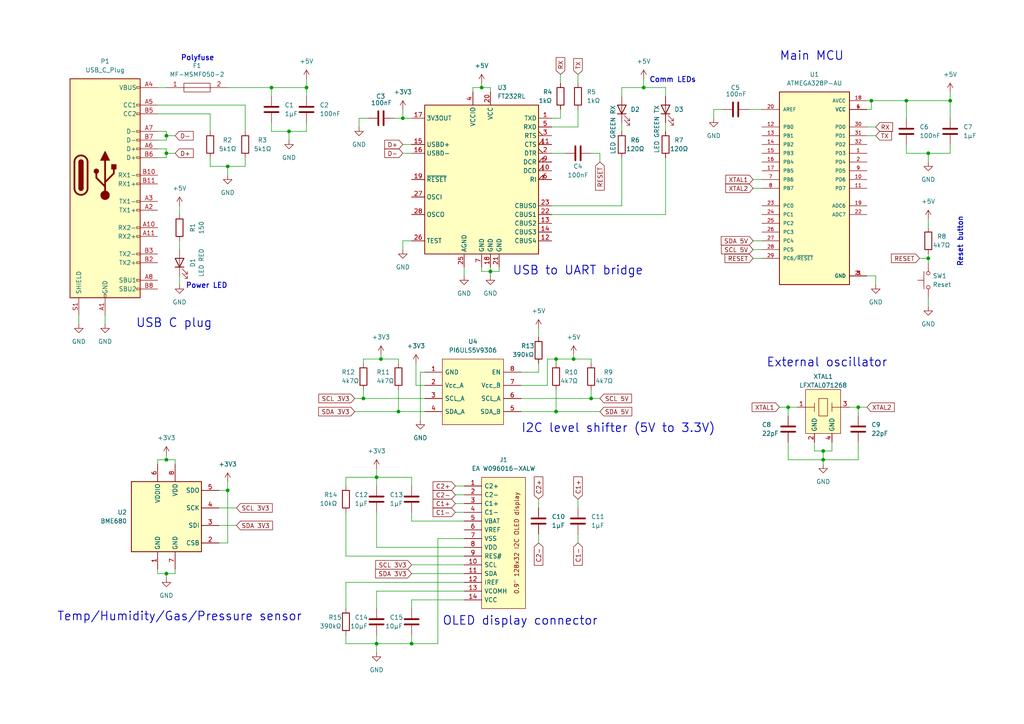
<source format=kicad_sch>
(kicad_sch (version 20211123) (generator eeschema)

  (uuid 4cb6150e-cdfc-49c3-8d96-6f4fb6753aaf)

  (paper "A4")

  (title_block
    (title "Bachelorproef Jelte Boumans")
    (date "20/02/2023")
    (rev "1")
    (company "NMBS")
  )

  (lib_symbols
    (symbol "ATMEGA328P-AU:ATMEGA328P-AU" (pin_names (offset 1.016)) (in_bom yes) (on_board yes)
      (property "Reference" "U" (id 0) (at -10.1755 29.2546 0)
        (effects (font (size 1.27 1.27)) (justify left bottom))
      )
      (property "Value" "ATMEGA328P-AU" (id 1) (at -10.1669 -31.7714 0)
        (effects (font (size 1.27 1.27)) (justify left bottom))
      )
      (property "Footprint" "QFP80P900X900X120-32N" (id 2) (at 0 0 0)
        (effects (font (size 1.27 1.27)) (justify bottom) hide)
      )
      (property "Datasheet" "" (id 3) (at 0 0 0)
        (effects (font (size 1.27 1.27)) hide)
      )
      (property "MANUFACTURER" "Atmel" (id 4) (at 0 0 0)
        (effects (font (size 1.27 1.27)) (justify bottom) hide)
      )
      (symbol "ATMEGA328P-AU_0_0"
        (rectangle (start -10.16 -27.94) (end 10.16 27.94)
          (stroke (width 0.254) (type default) (color 0 0 0 0))
          (fill (type background))
        )
        (pin bidirectional line (at 15.24 10.16 180) (length 5.08)
          (name "PD3" (effects (font (size 1.016 1.016))))
          (number "1" (effects (font (size 1.016 1.016))))
        )
        (pin bidirectional line (at 15.24 2.54 180) (length 5.08)
          (name "PD6" (effects (font (size 1.016 1.016))))
          (number "10" (effects (font (size 1.016 1.016))))
        )
        (pin bidirectional line (at 15.24 0 180) (length 5.08)
          (name "PD7" (effects (font (size 1.016 1.016))))
          (number "11" (effects (font (size 1.016 1.016))))
        )
        (pin bidirectional line (at -15.24 17.78 0) (length 5.08)
          (name "PB0" (effects (font (size 1.016 1.016))))
          (number "12" (effects (font (size 1.016 1.016))))
        )
        (pin bidirectional line (at -15.24 15.24 0) (length 5.08)
          (name "PB1" (effects (font (size 1.016 1.016))))
          (number "13" (effects (font (size 1.016 1.016))))
        )
        (pin bidirectional line (at -15.24 12.7 0) (length 5.08)
          (name "PB2" (effects (font (size 1.016 1.016))))
          (number "14" (effects (font (size 1.016 1.016))))
        )
        (pin bidirectional line (at -15.24 10.16 0) (length 5.08)
          (name "PB3" (effects (font (size 1.016 1.016))))
          (number "15" (effects (font (size 1.016 1.016))))
        )
        (pin bidirectional line (at -15.24 7.62 0) (length 5.08)
          (name "PB4" (effects (font (size 1.016 1.016))))
          (number "16" (effects (font (size 1.016 1.016))))
        )
        (pin bidirectional line (at -15.24 5.08 0) (length 5.08)
          (name "PB5" (effects (font (size 1.016 1.016))))
          (number "17" (effects (font (size 1.016 1.016))))
        )
        (pin power_in line (at 15.24 25.4 180) (length 5.08)
          (name "AVCC" (effects (font (size 1.016 1.016))))
          (number "18" (effects (font (size 1.016 1.016))))
        )
        (pin bidirectional line (at 15.24 -5.08 180) (length 5.08)
          (name "ADC6" (effects (font (size 1.016 1.016))))
          (number "19" (effects (font (size 1.016 1.016))))
        )
        (pin bidirectional line (at 15.24 7.62 180) (length 5.08)
          (name "PD4" (effects (font (size 1.016 1.016))))
          (number "2" (effects (font (size 1.016 1.016))))
        )
        (pin input line (at -15.24 22.86 0) (length 5.08)
          (name "AREF" (effects (font (size 1.016 1.016))))
          (number "20" (effects (font (size 1.016 1.016))))
        )
        (pin power_in line (at 15.24 -25.4 180) (length 5.08)
          (name "GND" (effects (font (size 1.016 1.016))))
          (number "21" (effects (font (size 1.016 1.016))))
        )
        (pin bidirectional line (at 15.24 -7.62 180) (length 5.08)
          (name "ADC7" (effects (font (size 1.016 1.016))))
          (number "22" (effects (font (size 1.016 1.016))))
        )
        (pin bidirectional line (at -15.24 -5.08 0) (length 5.08)
          (name "PC0" (effects (font (size 1.016 1.016))))
          (number "23" (effects (font (size 1.016 1.016))))
        )
        (pin bidirectional line (at -15.24 -7.62 0) (length 5.08)
          (name "PC1" (effects (font (size 1.016 1.016))))
          (number "24" (effects (font (size 1.016 1.016))))
        )
        (pin bidirectional line (at -15.24 -10.16 0) (length 5.08)
          (name "PC2" (effects (font (size 1.016 1.016))))
          (number "25" (effects (font (size 1.016 1.016))))
        )
        (pin bidirectional line (at -15.24 -12.7 0) (length 5.08)
          (name "PC3" (effects (font (size 1.016 1.016))))
          (number "26" (effects (font (size 1.016 1.016))))
        )
        (pin bidirectional line (at -15.24 -15.24 0) (length 5.08)
          (name "PC4" (effects (font (size 1.016 1.016))))
          (number "27" (effects (font (size 1.016 1.016))))
        )
        (pin bidirectional line (at -15.24 -17.78 0) (length 5.08)
          (name "PC5" (effects (font (size 1.016 1.016))))
          (number "28" (effects (font (size 1.016 1.016))))
        )
        (pin bidirectional line (at -15.24 -20.32 0) (length 5.08)
          (name "PC6/~{RESET}" (effects (font (size 1.016 1.016))))
          (number "29" (effects (font (size 1.016 1.016))))
        )
        (pin power_in line (at 15.24 -25.4 180) (length 5.08)
          (name "GND" (effects (font (size 1.016 1.016))))
          (number "3" (effects (font (size 1.016 1.016))))
        )
        (pin bidirectional line (at 15.24 17.78 180) (length 5.08)
          (name "PD0" (effects (font (size 1.016 1.016))))
          (number "30" (effects (font (size 1.016 1.016))))
        )
        (pin bidirectional line (at 15.24 15.24 180) (length 5.08)
          (name "PD1" (effects (font (size 1.016 1.016))))
          (number "31" (effects (font (size 1.016 1.016))))
        )
        (pin bidirectional line (at 15.24 12.7 180) (length 5.08)
          (name "PD2" (effects (font (size 1.016 1.016))))
          (number "32" (effects (font (size 1.016 1.016))))
        )
        (pin power_in line (at 15.24 22.86 180) (length 5.08)
          (name "VCC" (effects (font (size 1.016 1.016))))
          (number "4" (effects (font (size 1.016 1.016))))
        )
        (pin power_in line (at 15.24 -25.4 180) (length 5.08)
          (name "GND" (effects (font (size 1.016 1.016))))
          (number "5" (effects (font (size 1.016 1.016))))
        )
        (pin power_in line (at 15.24 22.86 180) (length 5.08)
          (name "VCC" (effects (font (size 1.016 1.016))))
          (number "6" (effects (font (size 1.016 1.016))))
        )
        (pin bidirectional line (at -15.24 2.54 0) (length 5.08)
          (name "PB6" (effects (font (size 1.016 1.016))))
          (number "7" (effects (font (size 1.016 1.016))))
        )
        (pin bidirectional line (at -15.24 0 0) (length 5.08)
          (name "PB7" (effects (font (size 1.016 1.016))))
          (number "8" (effects (font (size 1.016 1.016))))
        )
        (pin bidirectional line (at 15.24 5.08 180) (length 5.08)
          (name "PD5" (effects (font (size 1.016 1.016))))
          (number "9" (effects (font (size 1.016 1.016))))
        )
      )
    )
    (symbol "Connector:USB_C_Receptacle" (pin_names (offset 1.016)) (in_bom yes) (on_board yes)
      (property "Reference" "J" (id 0) (at -10.16 29.21 0)
        (effects (font (size 1.27 1.27)) (justify left))
      )
      (property "Value" "USB_C_Receptacle" (id 1) (at 10.16 29.21 0)
        (effects (font (size 1.27 1.27)) (justify right))
      )
      (property "Footprint" "" (id 2) (at 3.81 0 0)
        (effects (font (size 1.27 1.27)) hide)
      )
      (property "Datasheet" "https://www.usb.org/sites/default/files/documents/usb_type-c.zip" (id 3) (at 3.81 0 0)
        (effects (font (size 1.27 1.27)) hide)
      )
      (property "ki_keywords" "usb universal serial bus type-C full-featured" (id 4) (at 0 0 0)
        (effects (font (size 1.27 1.27)) hide)
      )
      (property "ki_description" "USB Full-Featured Type-C Receptacle connector" (id 5) (at 0 0 0)
        (effects (font (size 1.27 1.27)) hide)
      )
      (property "ki_fp_filters" "USB*C*Receptacle*" (id 6) (at 0 0 0)
        (effects (font (size 1.27 1.27)) hide)
      )
      (symbol "USB_C_Receptacle_0_0"
        (rectangle (start -0.254 -35.56) (end 0.254 -34.544)
          (stroke (width 0) (type default) (color 0 0 0 0))
          (fill (type none))
        )
        (rectangle (start 10.16 -32.766) (end 9.144 -33.274)
          (stroke (width 0) (type default) (color 0 0 0 0))
          (fill (type none))
        )
        (rectangle (start 10.16 -30.226) (end 9.144 -30.734)
          (stroke (width 0) (type default) (color 0 0 0 0))
          (fill (type none))
        )
        (rectangle (start 10.16 -25.146) (end 9.144 -25.654)
          (stroke (width 0) (type default) (color 0 0 0 0))
          (fill (type none))
        )
        (rectangle (start 10.16 -22.606) (end 9.144 -23.114)
          (stroke (width 0) (type default) (color 0 0 0 0))
          (fill (type none))
        )
        (rectangle (start 10.16 -17.526) (end 9.144 -18.034)
          (stroke (width 0) (type default) (color 0 0 0 0))
          (fill (type none))
        )
        (rectangle (start 10.16 -14.986) (end 9.144 -15.494)
          (stroke (width 0) (type default) (color 0 0 0 0))
          (fill (type none))
        )
        (rectangle (start 10.16 -9.906) (end 9.144 -10.414)
          (stroke (width 0) (type default) (color 0 0 0 0))
          (fill (type none))
        )
        (rectangle (start 10.16 -7.366) (end 9.144 -7.874)
          (stroke (width 0) (type default) (color 0 0 0 0))
          (fill (type none))
        )
        (rectangle (start 10.16 -2.286) (end 9.144 -2.794)
          (stroke (width 0) (type default) (color 0 0 0 0))
          (fill (type none))
        )
        (rectangle (start 10.16 0.254) (end 9.144 -0.254)
          (stroke (width 0) (type default) (color 0 0 0 0))
          (fill (type none))
        )
        (rectangle (start 10.16 5.334) (end 9.144 4.826)
          (stroke (width 0) (type default) (color 0 0 0 0))
          (fill (type none))
        )
        (rectangle (start 10.16 7.874) (end 9.144 7.366)
          (stroke (width 0) (type default) (color 0 0 0 0))
          (fill (type none))
        )
        (rectangle (start 10.16 10.414) (end 9.144 9.906)
          (stroke (width 0) (type default) (color 0 0 0 0))
          (fill (type none))
        )
        (rectangle (start 10.16 12.954) (end 9.144 12.446)
          (stroke (width 0) (type default) (color 0 0 0 0))
          (fill (type none))
        )
        (rectangle (start 10.16 18.034) (end 9.144 17.526)
          (stroke (width 0) (type default) (color 0 0 0 0))
          (fill (type none))
        )
        (rectangle (start 10.16 20.574) (end 9.144 20.066)
          (stroke (width 0) (type default) (color 0 0 0 0))
          (fill (type none))
        )
        (rectangle (start 10.16 25.654) (end 9.144 25.146)
          (stroke (width 0) (type default) (color 0 0 0 0))
          (fill (type none))
        )
      )
      (symbol "USB_C_Receptacle_0_1"
        (rectangle (start -10.16 27.94) (end 10.16 -35.56)
          (stroke (width 0.254) (type default) (color 0 0 0 0))
          (fill (type background))
        )
        (arc (start -8.89 -3.81) (mid -6.985 -5.715) (end -5.08 -3.81)
          (stroke (width 0.508) (type default) (color 0 0 0 0))
          (fill (type none))
        )
        (arc (start -7.62 -3.81) (mid -6.985 -4.445) (end -6.35 -3.81)
          (stroke (width 0.254) (type default) (color 0 0 0 0))
          (fill (type none))
        )
        (arc (start -7.62 -3.81) (mid -6.985 -4.445) (end -6.35 -3.81)
          (stroke (width 0.254) (type default) (color 0 0 0 0))
          (fill (type outline))
        )
        (rectangle (start -7.62 -3.81) (end -6.35 3.81)
          (stroke (width 0.254) (type default) (color 0 0 0 0))
          (fill (type outline))
        )
        (arc (start -6.35 3.81) (mid -6.985 4.445) (end -7.62 3.81)
          (stroke (width 0.254) (type default) (color 0 0 0 0))
          (fill (type none))
        )
        (arc (start -6.35 3.81) (mid -6.985 4.445) (end -7.62 3.81)
          (stroke (width 0.254) (type default) (color 0 0 0 0))
          (fill (type outline))
        )
        (arc (start -5.08 3.81) (mid -6.985 5.715) (end -8.89 3.81)
          (stroke (width 0.508) (type default) (color 0 0 0 0))
          (fill (type none))
        )
        (polyline
          (pts
            (xy -8.89 -3.81)
            (xy -8.89 3.81)
          )
          (stroke (width 0.508) (type default) (color 0 0 0 0))
          (fill (type none))
        )
        (polyline
          (pts
            (xy -5.08 3.81)
            (xy -5.08 -3.81)
          )
          (stroke (width 0.508) (type default) (color 0 0 0 0))
          (fill (type none))
        )
      )
      (symbol "USB_C_Receptacle_1_1"
        (circle (center -2.54 1.143) (radius 0.635)
          (stroke (width 0.254) (type default) (color 0 0 0 0))
          (fill (type outline))
        )
        (circle (center 0 -5.842) (radius 1.27)
          (stroke (width 0) (type default) (color 0 0 0 0))
          (fill (type outline))
        )
        (polyline
          (pts
            (xy 0 -5.842)
            (xy 0 4.318)
          )
          (stroke (width 0.508) (type default) (color 0 0 0 0))
          (fill (type none))
        )
        (polyline
          (pts
            (xy 0 -3.302)
            (xy -2.54 -0.762)
            (xy -2.54 0.508)
          )
          (stroke (width 0.508) (type default) (color 0 0 0 0))
          (fill (type none))
        )
        (polyline
          (pts
            (xy 0 -2.032)
            (xy 2.54 0.508)
            (xy 2.54 1.778)
          )
          (stroke (width 0.508) (type default) (color 0 0 0 0))
          (fill (type none))
        )
        (polyline
          (pts
            (xy -1.27 4.318)
            (xy 0 6.858)
            (xy 1.27 4.318)
            (xy -1.27 4.318)
          )
          (stroke (width 0.254) (type default) (color 0 0 0 0))
          (fill (type outline))
        )
        (rectangle (start 1.905 1.778) (end 3.175 3.048)
          (stroke (width 0.254) (type default) (color 0 0 0 0))
          (fill (type outline))
        )
        (pin passive line (at 0 -40.64 90) (length 5.08)
          (name "GND" (effects (font (size 1.27 1.27))))
          (number "A1" (effects (font (size 1.27 1.27))))
        )
        (pin bidirectional line (at 15.24 -15.24 180) (length 5.08)
          (name "RX2-" (effects (font (size 1.27 1.27))))
          (number "A10" (effects (font (size 1.27 1.27))))
        )
        (pin bidirectional line (at 15.24 -17.78 180) (length 5.08)
          (name "RX2+" (effects (font (size 1.27 1.27))))
          (number "A11" (effects (font (size 1.27 1.27))))
        )
        (pin passive line (at 0 -40.64 90) (length 5.08) hide
          (name "GND" (effects (font (size 1.27 1.27))))
          (number "A12" (effects (font (size 1.27 1.27))))
        )
        (pin bidirectional line (at 15.24 -10.16 180) (length 5.08)
          (name "TX1+" (effects (font (size 1.27 1.27))))
          (number "A2" (effects (font (size 1.27 1.27))))
        )
        (pin bidirectional line (at 15.24 -7.62 180) (length 5.08)
          (name "TX1-" (effects (font (size 1.27 1.27))))
          (number "A3" (effects (font (size 1.27 1.27))))
        )
        (pin passive line (at 15.24 25.4 180) (length 5.08)
          (name "VBUS" (effects (font (size 1.27 1.27))))
          (number "A4" (effects (font (size 1.27 1.27))))
        )
        (pin bidirectional line (at 15.24 20.32 180) (length 5.08)
          (name "CC1" (effects (font (size 1.27 1.27))))
          (number "A5" (effects (font (size 1.27 1.27))))
        )
        (pin bidirectional line (at 15.24 7.62 180) (length 5.08)
          (name "D+" (effects (font (size 1.27 1.27))))
          (number "A6" (effects (font (size 1.27 1.27))))
        )
        (pin bidirectional line (at 15.24 12.7 180) (length 5.08)
          (name "D-" (effects (font (size 1.27 1.27))))
          (number "A7" (effects (font (size 1.27 1.27))))
        )
        (pin bidirectional line (at 15.24 -30.48 180) (length 5.08)
          (name "SBU1" (effects (font (size 1.27 1.27))))
          (number "A8" (effects (font (size 1.27 1.27))))
        )
        (pin passive line (at 15.24 25.4 180) (length 5.08) hide
          (name "VBUS" (effects (font (size 1.27 1.27))))
          (number "A9" (effects (font (size 1.27 1.27))))
        )
        (pin passive line (at 0 -40.64 90) (length 5.08) hide
          (name "GND" (effects (font (size 1.27 1.27))))
          (number "B1" (effects (font (size 1.27 1.27))))
        )
        (pin bidirectional line (at 15.24 0 180) (length 5.08)
          (name "RX1-" (effects (font (size 1.27 1.27))))
          (number "B10" (effects (font (size 1.27 1.27))))
        )
        (pin bidirectional line (at 15.24 -2.54 180) (length 5.08)
          (name "RX1+" (effects (font (size 1.27 1.27))))
          (number "B11" (effects (font (size 1.27 1.27))))
        )
        (pin passive line (at 0 -40.64 90) (length 5.08) hide
          (name "GND" (effects (font (size 1.27 1.27))))
          (number "B12" (effects (font (size 1.27 1.27))))
        )
        (pin bidirectional line (at 15.24 -25.4 180) (length 5.08)
          (name "TX2+" (effects (font (size 1.27 1.27))))
          (number "B2" (effects (font (size 1.27 1.27))))
        )
        (pin bidirectional line (at 15.24 -22.86 180) (length 5.08)
          (name "TX2-" (effects (font (size 1.27 1.27))))
          (number "B3" (effects (font (size 1.27 1.27))))
        )
        (pin passive line (at 15.24 25.4 180) (length 5.08) hide
          (name "VBUS" (effects (font (size 1.27 1.27))))
          (number "B4" (effects (font (size 1.27 1.27))))
        )
        (pin bidirectional line (at 15.24 17.78 180) (length 5.08)
          (name "CC2" (effects (font (size 1.27 1.27))))
          (number "B5" (effects (font (size 1.27 1.27))))
        )
        (pin bidirectional line (at 15.24 5.08 180) (length 5.08)
          (name "D+" (effects (font (size 1.27 1.27))))
          (number "B6" (effects (font (size 1.27 1.27))))
        )
        (pin bidirectional line (at 15.24 10.16 180) (length 5.08)
          (name "D-" (effects (font (size 1.27 1.27))))
          (number "B7" (effects (font (size 1.27 1.27))))
        )
        (pin bidirectional line (at 15.24 -33.02 180) (length 5.08)
          (name "SBU2" (effects (font (size 1.27 1.27))))
          (number "B8" (effects (font (size 1.27 1.27))))
        )
        (pin passive line (at 15.24 25.4 180) (length 5.08) hide
          (name "VBUS" (effects (font (size 1.27 1.27))))
          (number "B9" (effects (font (size 1.27 1.27))))
        )
        (pin passive line (at -7.62 -40.64 90) (length 5.08)
          (name "SHIELD" (effects (font (size 1.27 1.27))))
          (number "S1" (effects (font (size 1.27 1.27))))
        )
      )
    )
    (symbol "Device:C" (pin_numbers hide) (pin_names (offset 0.254)) (in_bom yes) (on_board yes)
      (property "Reference" "C" (id 0) (at 0.635 2.54 0)
        (effects (font (size 1.27 1.27)) (justify left))
      )
      (property "Value" "C" (id 1) (at 0.635 -2.54 0)
        (effects (font (size 1.27 1.27)) (justify left))
      )
      (property "Footprint" "" (id 2) (at 0.9652 -3.81 0)
        (effects (font (size 1.27 1.27)) hide)
      )
      (property "Datasheet" "~" (id 3) (at 0 0 0)
        (effects (font (size 1.27 1.27)) hide)
      )
      (property "ki_keywords" "cap capacitor" (id 4) (at 0 0 0)
        (effects (font (size 1.27 1.27)) hide)
      )
      (property "ki_description" "Unpolarized capacitor" (id 5) (at 0 0 0)
        (effects (font (size 1.27 1.27)) hide)
      )
      (property "ki_fp_filters" "C_*" (id 6) (at 0 0 0)
        (effects (font (size 1.27 1.27)) hide)
      )
      (symbol "C_0_1"
        (polyline
          (pts
            (xy -2.032 -0.762)
            (xy 2.032 -0.762)
          )
          (stroke (width 0.508) (type default) (color 0 0 0 0))
          (fill (type none))
        )
        (polyline
          (pts
            (xy -2.032 0.762)
            (xy 2.032 0.762)
          )
          (stroke (width 0.508) (type default) (color 0 0 0 0))
          (fill (type none))
        )
      )
      (symbol "C_1_1"
        (pin passive line (at 0 3.81 270) (length 2.794)
          (name "~" (effects (font (size 1.27 1.27))))
          (number "1" (effects (font (size 1.27 1.27))))
        )
        (pin passive line (at 0 -3.81 90) (length 2.794)
          (name "~" (effects (font (size 1.27 1.27))))
          (number "2" (effects (font (size 1.27 1.27))))
        )
      )
    )
    (symbol "Device:LED" (pin_numbers hide) (pin_names (offset 1.016) hide) (in_bom yes) (on_board yes)
      (property "Reference" "D" (id 0) (at 0 2.54 0)
        (effects (font (size 1.27 1.27)))
      )
      (property "Value" "LED" (id 1) (at 0 -2.54 0)
        (effects (font (size 1.27 1.27)))
      )
      (property "Footprint" "" (id 2) (at 0 0 0)
        (effects (font (size 1.27 1.27)) hide)
      )
      (property "Datasheet" "~" (id 3) (at 0 0 0)
        (effects (font (size 1.27 1.27)) hide)
      )
      (property "ki_keywords" "LED diode" (id 4) (at 0 0 0)
        (effects (font (size 1.27 1.27)) hide)
      )
      (property "ki_description" "Light emitting diode" (id 5) (at 0 0 0)
        (effects (font (size 1.27 1.27)) hide)
      )
      (property "ki_fp_filters" "LED* LED_SMD:* LED_THT:*" (id 6) (at 0 0 0)
        (effects (font (size 1.27 1.27)) hide)
      )
      (symbol "LED_0_1"
        (polyline
          (pts
            (xy -1.27 -1.27)
            (xy -1.27 1.27)
          )
          (stroke (width 0.254) (type default) (color 0 0 0 0))
          (fill (type none))
        )
        (polyline
          (pts
            (xy -1.27 0)
            (xy 1.27 0)
          )
          (stroke (width 0) (type default) (color 0 0 0 0))
          (fill (type none))
        )
        (polyline
          (pts
            (xy 1.27 -1.27)
            (xy 1.27 1.27)
            (xy -1.27 0)
            (xy 1.27 -1.27)
          )
          (stroke (width 0.254) (type default) (color 0 0 0 0))
          (fill (type none))
        )
        (polyline
          (pts
            (xy -3.048 -0.762)
            (xy -4.572 -2.286)
            (xy -3.81 -2.286)
            (xy -4.572 -2.286)
            (xy -4.572 -1.524)
          )
          (stroke (width 0) (type default) (color 0 0 0 0))
          (fill (type none))
        )
        (polyline
          (pts
            (xy -1.778 -0.762)
            (xy -3.302 -2.286)
            (xy -2.54 -2.286)
            (xy -3.302 -2.286)
            (xy -3.302 -1.524)
          )
          (stroke (width 0) (type default) (color 0 0 0 0))
          (fill (type none))
        )
      )
      (symbol "LED_1_1"
        (pin passive line (at -3.81 0 0) (length 2.54)
          (name "K" (effects (font (size 1.27 1.27))))
          (number "1" (effects (font (size 1.27 1.27))))
        )
        (pin passive line (at 3.81 0 180) (length 2.54)
          (name "A" (effects (font (size 1.27 1.27))))
          (number "2" (effects (font (size 1.27 1.27))))
        )
      )
    )
    (symbol "Device:R" (pin_numbers hide) (pin_names (offset 0)) (in_bom yes) (on_board yes)
      (property "Reference" "R" (id 0) (at 2.032 0 90)
        (effects (font (size 1.27 1.27)))
      )
      (property "Value" "R" (id 1) (at 0 0 90)
        (effects (font (size 1.27 1.27)))
      )
      (property "Footprint" "" (id 2) (at -1.778 0 90)
        (effects (font (size 1.27 1.27)) hide)
      )
      (property "Datasheet" "~" (id 3) (at 0 0 0)
        (effects (font (size 1.27 1.27)) hide)
      )
      (property "ki_keywords" "R res resistor" (id 4) (at 0 0 0)
        (effects (font (size 1.27 1.27)) hide)
      )
      (property "ki_description" "Resistor" (id 5) (at 0 0 0)
        (effects (font (size 1.27 1.27)) hide)
      )
      (property "ki_fp_filters" "R_*" (id 6) (at 0 0 0)
        (effects (font (size 1.27 1.27)) hide)
      )
      (symbol "R_0_1"
        (rectangle (start -1.016 -2.54) (end 1.016 2.54)
          (stroke (width 0.254) (type default) (color 0 0 0 0))
          (fill (type none))
        )
      )
      (symbol "R_1_1"
        (pin passive line (at 0 3.81 270) (length 1.27)
          (name "~" (effects (font (size 1.27 1.27))))
          (number "1" (effects (font (size 1.27 1.27))))
        )
        (pin passive line (at 0 -3.81 90) (length 1.27)
          (name "~" (effects (font (size 1.27 1.27))))
          (number "2" (effects (font (size 1.27 1.27))))
        )
      )
    )
    (symbol "Interface_USB:FT232RL" (in_bom yes) (on_board yes)
      (property "Reference" "U" (id 0) (at -16.51 22.86 0)
        (effects (font (size 1.27 1.27)) (justify left))
      )
      (property "Value" "FT232RL" (id 1) (at 10.16 22.86 0)
        (effects (font (size 1.27 1.27)) (justify left))
      )
      (property "Footprint" "Package_SO:SSOP-28_5.3x10.2mm_P0.65mm" (id 2) (at 27.94 -22.86 0)
        (effects (font (size 1.27 1.27)) hide)
      )
      (property "Datasheet" "https://www.ftdichip.com/Support/Documents/DataSheets/ICs/DS_FT232R.pdf" (id 3) (at 0 0 0)
        (effects (font (size 1.27 1.27)) hide)
      )
      (property "ki_keywords" "FTDI USB Serial" (id 4) (at 0 0 0)
        (effects (font (size 1.27 1.27)) hide)
      )
      (property "ki_description" "USB to Serial Interface, SSOP-28" (id 5) (at 0 0 0)
        (effects (font (size 1.27 1.27)) hide)
      )
      (property "ki_fp_filters" "SSOP*5.3x10.2mm*P0.65mm*" (id 6) (at 0 0 0)
        (effects (font (size 1.27 1.27)) hide)
      )
      (symbol "FT232RL_0_1"
        (rectangle (start -16.51 21.59) (end 16.51 -21.59)
          (stroke (width 0.254) (type default) (color 0 0 0 0))
          (fill (type background))
        )
      )
      (symbol "FT232RL_1_1"
        (pin output line (at 20.32 17.78 180) (length 3.81)
          (name "TXD" (effects (font (size 1.27 1.27))))
          (number "1" (effects (font (size 1.27 1.27))))
        )
        (pin input input_low (at 20.32 2.54 180) (length 3.81)
          (name "DCD" (effects (font (size 1.27 1.27))))
          (number "10" (effects (font (size 1.27 1.27))))
        )
        (pin input input_low (at 20.32 10.16 180) (length 3.81)
          (name "CTS" (effects (font (size 1.27 1.27))))
          (number "11" (effects (font (size 1.27 1.27))))
        )
        (pin bidirectional line (at 20.32 -17.78 180) (length 3.81)
          (name "CBUS4" (effects (font (size 1.27 1.27))))
          (number "12" (effects (font (size 1.27 1.27))))
        )
        (pin bidirectional line (at 20.32 -12.7 180) (length 3.81)
          (name "CBUS2" (effects (font (size 1.27 1.27))))
          (number "13" (effects (font (size 1.27 1.27))))
        )
        (pin bidirectional line (at 20.32 -15.24 180) (length 3.81)
          (name "CBUS3" (effects (font (size 1.27 1.27))))
          (number "14" (effects (font (size 1.27 1.27))))
        )
        (pin bidirectional line (at -20.32 10.16 0) (length 3.81)
          (name "USBD+" (effects (font (size 1.27 1.27))))
          (number "15" (effects (font (size 1.27 1.27))))
        )
        (pin bidirectional line (at -20.32 7.62 0) (length 3.81)
          (name "USBD-" (effects (font (size 1.27 1.27))))
          (number "16" (effects (font (size 1.27 1.27))))
        )
        (pin power_out line (at -20.32 17.78 0) (length 3.81)
          (name "3V3OUT" (effects (font (size 1.27 1.27))))
          (number "17" (effects (font (size 1.27 1.27))))
        )
        (pin power_in line (at 2.54 -25.4 90) (length 3.81)
          (name "GND" (effects (font (size 1.27 1.27))))
          (number "18" (effects (font (size 1.27 1.27))))
        )
        (pin input line (at -20.32 0 0) (length 3.81)
          (name "~{RESET}" (effects (font (size 1.27 1.27))))
          (number "19" (effects (font (size 1.27 1.27))))
        )
        (pin output output_low (at 20.32 7.62 180) (length 3.81)
          (name "DTR" (effects (font (size 1.27 1.27))))
          (number "2" (effects (font (size 1.27 1.27))))
        )
        (pin power_in line (at 2.54 25.4 270) (length 3.81)
          (name "VCC" (effects (font (size 1.27 1.27))))
          (number "20" (effects (font (size 1.27 1.27))))
        )
        (pin power_in line (at 5.08 -25.4 90) (length 3.81)
          (name "GND" (effects (font (size 1.27 1.27))))
          (number "21" (effects (font (size 1.27 1.27))))
        )
        (pin bidirectional line (at 20.32 -10.16 180) (length 3.81)
          (name "CBUS1" (effects (font (size 1.27 1.27))))
          (number "22" (effects (font (size 1.27 1.27))))
        )
        (pin bidirectional line (at 20.32 -7.62 180) (length 3.81)
          (name "CBUS0" (effects (font (size 1.27 1.27))))
          (number "23" (effects (font (size 1.27 1.27))))
        )
        (pin power_in line (at -5.08 -25.4 90) (length 3.81)
          (name "AGND" (effects (font (size 1.27 1.27))))
          (number "25" (effects (font (size 1.27 1.27))))
        )
        (pin input line (at -20.32 -17.78 0) (length 3.81)
          (name "TEST" (effects (font (size 1.27 1.27))))
          (number "26" (effects (font (size 1.27 1.27))))
        )
        (pin input line (at -20.32 -5.08 0) (length 3.81)
          (name "OSCI" (effects (font (size 1.27 1.27))))
          (number "27" (effects (font (size 1.27 1.27))))
        )
        (pin output line (at -20.32 -10.16 0) (length 3.81)
          (name "OSCO" (effects (font (size 1.27 1.27))))
          (number "28" (effects (font (size 1.27 1.27))))
        )
        (pin output output_low (at 20.32 12.7 180) (length 3.81)
          (name "RTS" (effects (font (size 1.27 1.27))))
          (number "3" (effects (font (size 1.27 1.27))))
        )
        (pin power_in line (at -2.54 25.4 270) (length 3.81)
          (name "VCCIO" (effects (font (size 1.27 1.27))))
          (number "4" (effects (font (size 1.27 1.27))))
        )
        (pin input line (at 20.32 15.24 180) (length 3.81)
          (name "RXD" (effects (font (size 1.27 1.27))))
          (number "5" (effects (font (size 1.27 1.27))))
        )
        (pin input input_low (at 20.32 0 180) (length 3.81)
          (name "RI" (effects (font (size 1.27 1.27))))
          (number "6" (effects (font (size 1.27 1.27))))
        )
        (pin power_in line (at 0 -25.4 90) (length 3.81)
          (name "GND" (effects (font (size 1.27 1.27))))
          (number "7" (effects (font (size 1.27 1.27))))
        )
        (pin input input_low (at 20.32 5.08 180) (length 3.81)
          (name "DCR" (effects (font (size 1.27 1.27))))
          (number "9" (effects (font (size 1.27 1.27))))
        )
      )
    )
    (symbol "LFXTAL071268:LFXTAL071268" (in_bom yes) (on_board yes)
      (property "Reference" "XTAL1" (id 0) (at 0 8.89 0)
        (effects (font (size 1.27 1.27)))
      )
      (property "Value" "LFXTAL071268" (id 1) (at 0 6.35 0)
        (effects (font (size 1.27 1.27)))
      )
      (property "Footprint" "LFXTAL071268:LFXTAL071268" (id 2) (at 0 1.27 0)
        (effects (font (size 1.27 1.27)) hide)
      )
      (property "Datasheet" "" (id 3) (at 0 1.27 0)
        (effects (font (size 1.27 1.27)) hide)
      )
      (symbol "LFXTAL071268_0_1"
        (rectangle (start -5.08 5.08) (end 5.08 -7.62)
          (stroke (width 0) (type default) (color 0 0 0 0))
          (fill (type background))
        )
        (rectangle (start -1.27 2.54) (end 1.27 -2.54)
          (stroke (width 0) (type default) (color 0 0 0 0))
          (fill (type background))
        )
        (polyline
          (pts
            (xy -2.54 0)
            (xy -5.08 0)
          )
          (stroke (width 0) (type default) (color 0 0 0 0))
          (fill (type none))
        )
        (polyline
          (pts
            (xy -2.54 1.27)
            (xy -2.54 -1.27)
          )
          (stroke (width 0) (type default) (color 0 0 0 0))
          (fill (type none))
        )
        (polyline
          (pts
            (xy 2.54 0)
            (xy 5.08 0)
          )
          (stroke (width 0) (type default) (color 0 0 0 0))
          (fill (type none))
        )
        (polyline
          (pts
            (xy 2.54 1.27)
            (xy 2.54 -1.27)
          )
          (stroke (width 0) (type default) (color 0 0 0 0))
          (fill (type none))
        )
      )
      (symbol "LFXTAL071268_1_1"
        (pin output line (at -7.62 0 0) (length 2.54)
          (name "" (effects (font (size 1.27 1.27))))
          (number "1" (effects (font (size 1.27 1.27))))
        )
        (pin power_in line (at -2.54 -10.16 90) (length 2.54)
          (name "GND" (effects (font (size 1.27 1.27))))
          (number "2" (effects (font (size 1.27 1.27))))
        )
        (pin output line (at 7.62 0 180) (length 2.54)
          (name "" (effects (font (size 1.27 1.27))))
          (number "3" (effects (font (size 1.27 1.27))))
        )
        (pin power_in line (at 2.54 -10.16 90) (length 2.54)
          (name "GND" (effects (font (size 1.27 1.27))))
          (number "4" (effects (font (size 1.27 1.27))))
        )
      )
    )
    (symbol "MF-MSMF050-2:MF-MSMF050-2" (pin_names (offset 0.762)) (in_bom yes) (on_board yes)
      (property "Reference" "F" (id 0) (at 13.97 6.35 0)
        (effects (font (size 1.27 1.27)) (justify left))
      )
      (property "Value" "MF-MSMF050-2" (id 1) (at 13.97 3.81 0)
        (effects (font (size 1.27 1.27)) (justify left))
      )
      (property "Footprint" "FUSC4632X85N" (id 2) (at 13.97 1.27 0)
        (effects (font (size 1.27 1.27)) (justify left) hide)
      )
      (property "Datasheet" "https://www.bourns.com/pdfs/mfmsmf.pdf" (id 3) (at 13.97 -1.27 0)
        (effects (font (size 1.27 1.27)) (justify left) hide)
      )
      (property "Description" "Fuse, PTC, Resettable, SMD, 1812, 500mA Bourns 0.5A Surface Mount Resettable Fuse, 15 V" (id 4) (at 13.97 -3.81 0)
        (effects (font (size 1.27 1.27)) (justify left) hide)
      )
      (property "Height" "" (id 5) (at 13.97 -6.35 0)
        (effects (font (size 1.27 1.27)) (justify left) hide)
      )
      (property "Mouser Part Number" "652-MF-MSMF050-2" (id 6) (at 13.97 -8.89 0)
        (effects (font (size 1.27 1.27)) (justify left) hide)
      )
      (property "Mouser Price/Stock" "https://www.mouser.co.uk/ProductDetail/Bourns/MF-MSMF050-2?qs=t3shhpq1i1DZ7OBD5kLNoA%3D%3D" (id 7) (at 13.97 -11.43 0)
        (effects (font (size 1.27 1.27)) (justify left) hide)
      )
      (property "Manufacturer_Name" "Bourns" (id 8) (at 13.97 -13.97 0)
        (effects (font (size 1.27 1.27)) (justify left) hide)
      )
      (property "Manufacturer_Part_Number" "MF-MSMF050-2" (id 9) (at 13.97 -16.51 0)
        (effects (font (size 1.27 1.27)) (justify left) hide)
      )
      (symbol "MF-MSMF050-2_0_0"
        (pin passive line (at 0 0 0) (length 5.08)
          (name "~" (effects (font (size 1.27 1.27))))
          (number "1" (effects (font (size 1.27 1.27))))
        )
        (pin passive line (at 17.78 0 180) (length 5.08)
          (name "~" (effects (font (size 1.27 1.27))))
          (number "2" (effects (font (size 1.27 1.27))))
        )
      )
      (symbol "MF-MSMF050-2_0_1"
        (polyline
          (pts
            (xy 5.08 0)
            (xy 12.7 0)
          )
          (stroke (width 0.1524) (type default) (color 0 0 0 0))
          (fill (type none))
        )
        (polyline
          (pts
            (xy 5.08 1.27)
            (xy 12.7 1.27)
            (xy 12.7 -1.27)
            (xy 5.08 -1.27)
            (xy 5.08 1.27)
          )
          (stroke (width 0.1524) (type default) (color 0 0 0 0))
          (fill (type none))
        )
      )
    )
    (symbol "OLED connector:XF3M-1415-1B" (pin_names (offset 0.762)) (in_bom yes) (on_board yes)
      (property "Reference" "J1" (id 0) (at 11.43 7.62 0)
        (effects (font (size 1.27 1.27)))
      )
      (property "Value" "EA W096016-XALW" (id 1) (at 11.43 5.08 0)
        (effects (font (size 1.27 1.27)))
      )
      (property "Footprint" "EA_W096016-XALW:EA_W096016-XALW" (id 2) (at 21.59 2.54 0)
        (effects (font (size 1.27 1.27)) (justify left) hide)
      )
      (property "Datasheet" "" (id 3) (at -15.24 -11.43 0)
        (effects (font (size 1.27 1.27)) (justify left) hide)
      )
      (property "Description" "\n" (id 4) (at -15.24 -13.97 0)
        (effects (font (size 1.27 1.27)) (justify left) hide)
      )
      (property "Height" "\n" (id 5) (at 21.59 -5.08 0)
        (effects (font (size 1.27 1.27)) (justify left) hide)
      )
      (property "Mouser Part Number" "" (id 6) (at -15.24 -19.05 0)
        (effects (font (size 1.27 1.27)) (justify left) hide)
      )
      (property "Mouser Price/Stock" "\n" (id 7) (at -15.24 -21.59 0)
        (effects (font (size 1.27 1.27)) (justify left) hide)
      )
      (property "Manufacturer_Name" "\n" (id 8) (at -15.24 -24.13 0)
        (effects (font (size 1.27 1.27)) (justify left) hide)
      )
      (property "Manufacturer_Part_Number" "\n" (id 9) (at -15.24 -26.67 0)
        (effects (font (size 1.27 1.27)) (justify left) hide)
      )
      (symbol "XF3M-1415-1B_0_0"
        (text "0.9\" 128x32 I2C OLED display" (at 15.24 -16.51 900)
          (effects (font (size 1.27 1.27)))
        )
        (pin passive line (at 0 0 0) (length 5.08)
          (name "C2+" (effects (font (size 1.27 1.27))))
          (number "1" (effects (font (size 1.27 1.27))))
        )
        (pin passive line (at 0 -22.86 0) (length 5.08)
          (name "SCL" (effects (font (size 1.27 1.27))))
          (number "10" (effects (font (size 1.27 1.27))))
        )
        (pin passive line (at 0 -25.4 0) (length 5.08)
          (name "SDA" (effects (font (size 1.27 1.27))))
          (number "11" (effects (font (size 1.27 1.27))))
        )
        (pin passive line (at 0 -27.94 0) (length 5.08)
          (name "IREF" (effects (font (size 1.27 1.27))))
          (number "12" (effects (font (size 1.27 1.27))))
        )
        (pin passive line (at 0 -30.48 0) (length 5.08)
          (name "VCOMH" (effects (font (size 1.27 1.27))))
          (number "13" (effects (font (size 1.27 1.27))))
        )
        (pin passive line (at 0 -33.02 0) (length 5.08)
          (name "VCC" (effects (font (size 1.27 1.27))))
          (number "14" (effects (font (size 1.27 1.27))))
        )
        (pin passive line (at 0 -2.54 0) (length 5.08)
          (name "C2-" (effects (font (size 1.27 1.27))))
          (number "2" (effects (font (size 1.27 1.27))))
        )
        (pin passive line (at 0 -5.08 0) (length 5.08)
          (name "C1+" (effects (font (size 1.27 1.27))))
          (number "3" (effects (font (size 1.27 1.27))))
        )
        (pin passive line (at 0 -7.62 0) (length 5.08)
          (name "C1-" (effects (font (size 1.27 1.27))))
          (number "4" (effects (font (size 1.27 1.27))))
        )
        (pin passive line (at 0 -10.16 0) (length 5.08)
          (name "VBAT" (effects (font (size 1.27 1.27))))
          (number "5" (effects (font (size 1.27 1.27))))
        )
        (pin passive line (at 0 -12.7 0) (length 5.08)
          (name "VREF" (effects (font (size 1.27 1.27))))
          (number "6" (effects (font (size 1.27 1.27))))
        )
        (pin passive line (at 0 -15.24 0) (length 5.08)
          (name "VSS" (effects (font (size 1.27 1.27))))
          (number "7" (effects (font (size 1.27 1.27))))
        )
        (pin passive line (at 0 -17.78 0) (length 5.08)
          (name "VDD" (effects (font (size 1.27 1.27))))
          (number "8" (effects (font (size 1.27 1.27))))
        )
        (pin passive line (at 0 -20.32 0) (length 5.08)
          (name "RES#" (effects (font (size 1.27 1.27))))
          (number "9" (effects (font (size 1.27 1.27))))
        )
      )
      (symbol "XF3M-1415-1B_0_1"
        (polyline
          (pts
            (xy 5.08 2.54)
            (xy 17.78 2.54)
            (xy 17.78 -35.56)
            (xy 5.08 -35.56)
            (xy 5.08 2.54)
          )
          (stroke (width 0.1524) (type default) (color 0 0 0 0))
          (fill (type background))
        )
      )
    )
    (symbol "PI6ULS5V9306:PI6ULS5V9306" (pin_names (offset 0.762)) (in_bom yes) (on_board yes)
      (property "Reference" "U" (id 0) (at 12.7 7.62 0)
        (effects (font (size 1.27 1.27)) (justify left))
      )
      (property "Value" "PI6ULS5V9306" (id 1) (at 6.35 5.08 0)
        (effects (font (size 1.27 1.27)) (justify left))
      )
      (property "Footprint" "SOP65P490X110-8N" (id 2) (at 86.36 66.04 0)
        (effects (font (size 1.27 1.27)) (justify left) hide)
      )
      (property "Datasheet" "http://www.ti.com/lit/gpn/tca9517a" (id 3) (at 86.36 63.5 0)
        (effects (font (size 1.27 1.27)) (justify left) hide)
      )
      (property "Description" "Level-Translating I2C Bus Repeater" (id 4) (at 86.36 60.96 0)
        (effects (font (size 1.27 1.27)) (justify left) hide)
      )
      (property "Height" "1.1" (id 5) (at 86.36 45.72 0)
        (effects (font (size 1.27 1.27)) (justify left) hide)
      )
      (property "Mouser Part Number" "595-TCA9517ADGKR" (id 6) (at 86.36 55.88 0)
        (effects (font (size 1.27 1.27)) (justify left) hide)
      )
      (property "Mouser Price/Stock" "https://www.mouser.co.uk/ProductDetail/Texas-Instruments/TCA9517ADGKR?qs=%252BrH4t%252BeVZ2M4pVnwXR4oNA%3D%3D" (id 7) (at 86.36 53.34 0)
        (effects (font (size 1.27 1.27)) (justify left) hide)
      )
      (property "Manufacturer_Name" "Texas Instruments" (id 8) (at 86.36 50.8 0)
        (effects (font (size 1.27 1.27)) (justify left) hide)
      )
      (property "Manufacturer_Part_Number" "TCA9517ADGKR" (id 9) (at 86.36 48.26 0)
        (effects (font (size 1.27 1.27)) (justify left) hide)
      )
      (symbol "PI6ULS5V9306_0_0"
        (pin passive line (at 0 0 0) (length 5.08)
          (name "GND" (effects (font (size 1.27 1.27))))
          (number "1" (effects (font (size 1.27 1.27))))
        )
        (pin passive line (at 0 -3.81 0) (length 5.08)
          (name "Vcc_A" (effects (font (size 1.27 1.27))))
          (number "2" (effects (font (size 1.27 1.27))))
        )
        (pin passive line (at 0 -7.62 0) (length 5.08)
          (name "SCL_A" (effects (font (size 1.27 1.27))))
          (number "3" (effects (font (size 1.27 1.27))))
        )
        (pin passive line (at 0 -11.43 0) (length 5.08)
          (name "SDA_A" (effects (font (size 1.27 1.27))))
          (number "4" (effects (font (size 1.27 1.27))))
        )
        (pin passive line (at 27.94 -11.43 180) (length 5.08)
          (name "SDA_B" (effects (font (size 1.27 1.27))))
          (number "5" (effects (font (size 1.27 1.27))))
        )
        (pin passive line (at 27.94 -7.62 180) (length 5.08)
          (name "SCL_A" (effects (font (size 1.27 1.27))))
          (number "6" (effects (font (size 1.27 1.27))))
        )
        (pin passive line (at 27.94 -3.81 180) (length 5.08)
          (name "Vcc_B" (effects (font (size 1.27 1.27))))
          (number "7" (effects (font (size 1.27 1.27))))
        )
        (pin passive line (at 27.94 0 180) (length 5.08)
          (name "EN" (effects (font (size 1.27 1.27))))
          (number "8" (effects (font (size 1.27 1.27))))
        )
      )
      (symbol "PI6ULS5V9306_0_1"
        (polyline
          (pts
            (xy 5.08 3.81)
            (xy 22.86 3.81)
            (xy 22.86 -15.24)
            (xy 5.08 -15.24)
            (xy 5.08 3.81)
          )
          (stroke (width 0.1524) (type default) (color 0 0 0 0))
          (fill (type background))
        )
      )
    )
    (symbol "Sensor:BME680" (in_bom yes) (on_board yes)
      (property "Reference" "U" (id 0) (at -8.89 11.43 0)
        (effects (font (size 1.27 1.27)))
      )
      (property "Value" "BME680" (id 1) (at 7.62 11.43 0)
        (effects (font (size 1.27 1.27)))
      )
      (property "Footprint" "Package_LGA:Bosch_LGA-8_3x3mm_P0.8mm_ClockwisePinNumbering" (id 2) (at 36.83 -11.43 0)
        (effects (font (size 1.27 1.27)) hide)
      )
      (property "Datasheet" "https://ae-bst.resource.bosch.com/media/_tech/media/datasheets/BST-BME680-DS001.pdf" (id 3) (at 0 -5.08 0)
        (effects (font (size 1.27 1.27)) hide)
      )
      (property "ki_keywords" "Bosch gas pressure humidity temperature environment environmental measurement digital" (id 4) (at 0 0 0)
        (effects (font (size 1.27 1.27)) hide)
      )
      (property "ki_description" "4-in-1 sensor, gas, humidity, pressure, temperature, I2C and SPI interface, 1.71-3.6V, LGA-8" (id 5) (at 0 0 0)
        (effects (font (size 1.27 1.27)) hide)
      )
      (property "ki_fp_filters" "*LGA*3x3mm*P0.8mm*Clockwise*" (id 6) (at 0 0 0)
        (effects (font (size 1.27 1.27)) hide)
      )
      (symbol "BME680_0_1"
        (rectangle (start -10.16 10.16) (end 10.16 -10.16)
          (stroke (width 0.254) (type default) (color 0 0 0 0))
          (fill (type background))
        )
      )
      (symbol "BME680_1_1"
        (pin power_in line (at -2.54 -15.24 90) (length 5.08)
          (name "GND" (effects (font (size 1.27 1.27))))
          (number "1" (effects (font (size 1.27 1.27))))
        )
        (pin input line (at 15.24 -7.62 180) (length 5.08)
          (name "CSB" (effects (font (size 1.27 1.27))))
          (number "2" (effects (font (size 1.27 1.27))))
        )
        (pin bidirectional line (at 15.24 -2.54 180) (length 5.08)
          (name "SDI" (effects (font (size 1.27 1.27))))
          (number "3" (effects (font (size 1.27 1.27))))
        )
        (pin input line (at 15.24 2.54 180) (length 5.08)
          (name "SCK" (effects (font (size 1.27 1.27))))
          (number "4" (effects (font (size 1.27 1.27))))
        )
        (pin bidirectional line (at 15.24 7.62 180) (length 5.08)
          (name "SDO" (effects (font (size 1.27 1.27))))
          (number "5" (effects (font (size 1.27 1.27))))
        )
        (pin power_in line (at -2.54 15.24 270) (length 5.08)
          (name "VDDIO" (effects (font (size 1.27 1.27))))
          (number "6" (effects (font (size 1.27 1.27))))
        )
        (pin power_in line (at 2.54 -15.24 90) (length 5.08)
          (name "GND" (effects (font (size 1.27 1.27))))
          (number "7" (effects (font (size 1.27 1.27))))
        )
        (pin power_in line (at 2.54 15.24 270) (length 5.08)
          (name "VDD" (effects (font (size 1.27 1.27))))
          (number "8" (effects (font (size 1.27 1.27))))
        )
      )
    )
    (symbol "Switch:SW_Push" (pin_numbers hide) (pin_names (offset 1.016) hide) (in_bom yes) (on_board yes)
      (property "Reference" "SW" (id 0) (at 1.27 2.54 0)
        (effects (font (size 1.27 1.27)) (justify left))
      )
      (property "Value" "SW_Push" (id 1) (at 0 -1.524 0)
        (effects (font (size 1.27 1.27)))
      )
      (property "Footprint" "" (id 2) (at 0 5.08 0)
        (effects (font (size 1.27 1.27)) hide)
      )
      (property "Datasheet" "~" (id 3) (at 0 5.08 0)
        (effects (font (size 1.27 1.27)) hide)
      )
      (property "ki_keywords" "switch normally-open pushbutton push-button" (id 4) (at 0 0 0)
        (effects (font (size 1.27 1.27)) hide)
      )
      (property "ki_description" "Push button switch, generic, two pins" (id 5) (at 0 0 0)
        (effects (font (size 1.27 1.27)) hide)
      )
      (symbol "SW_Push_0_1"
        (circle (center -2.032 0) (radius 0.508)
          (stroke (width 0) (type default) (color 0 0 0 0))
          (fill (type none))
        )
        (polyline
          (pts
            (xy 0 1.27)
            (xy 0 3.048)
          )
          (stroke (width 0) (type default) (color 0 0 0 0))
          (fill (type none))
        )
        (polyline
          (pts
            (xy 2.54 1.27)
            (xy -2.54 1.27)
          )
          (stroke (width 0) (type default) (color 0 0 0 0))
          (fill (type none))
        )
        (circle (center 2.032 0) (radius 0.508)
          (stroke (width 0) (type default) (color 0 0 0 0))
          (fill (type none))
        )
        (pin passive line (at -5.08 0 0) (length 2.54)
          (name "1" (effects (font (size 1.27 1.27))))
          (number "1" (effects (font (size 1.27 1.27))))
        )
        (pin passive line (at 5.08 0 180) (length 2.54)
          (name "2" (effects (font (size 1.27 1.27))))
          (number "2" (effects (font (size 1.27 1.27))))
        )
      )
    )
    (symbol "power:+3V3" (power) (pin_names (offset 0)) (in_bom yes) (on_board yes)
      (property "Reference" "#PWR" (id 0) (at 0 -3.81 0)
        (effects (font (size 1.27 1.27)) hide)
      )
      (property "Value" "+3V3" (id 1) (at 0 3.556 0)
        (effects (font (size 1.27 1.27)))
      )
      (property "Footprint" "" (id 2) (at 0 0 0)
        (effects (font (size 1.27 1.27)) hide)
      )
      (property "Datasheet" "" (id 3) (at 0 0 0)
        (effects (font (size 1.27 1.27)) hide)
      )
      (property "ki_keywords" "global power" (id 4) (at 0 0 0)
        (effects (font (size 1.27 1.27)) hide)
      )
      (property "ki_description" "Power symbol creates a global label with name \"+3V3\"" (id 5) (at 0 0 0)
        (effects (font (size 1.27 1.27)) hide)
      )
      (symbol "+3V3_0_1"
        (polyline
          (pts
            (xy -0.762 1.27)
            (xy 0 2.54)
          )
          (stroke (width 0) (type default) (color 0 0 0 0))
          (fill (type none))
        )
        (polyline
          (pts
            (xy 0 0)
            (xy 0 2.54)
          )
          (stroke (width 0) (type default) (color 0 0 0 0))
          (fill (type none))
        )
        (polyline
          (pts
            (xy 0 2.54)
            (xy 0.762 1.27)
          )
          (stroke (width 0) (type default) (color 0 0 0 0))
          (fill (type none))
        )
      )
      (symbol "+3V3_1_1"
        (pin power_in line (at 0 0 90) (length 0) hide
          (name "+3V3" (effects (font (size 1.27 1.27))))
          (number "1" (effects (font (size 1.27 1.27))))
        )
      )
    )
    (symbol "power:+5V" (power) (pin_names (offset 0)) (in_bom yes) (on_board yes)
      (property "Reference" "#PWR" (id 0) (at 0 -3.81 0)
        (effects (font (size 1.27 1.27)) hide)
      )
      (property "Value" "+5V" (id 1) (at 0 3.556 0)
        (effects (font (size 1.27 1.27)))
      )
      (property "Footprint" "" (id 2) (at 0 0 0)
        (effects (font (size 1.27 1.27)) hide)
      )
      (property "Datasheet" "" (id 3) (at 0 0 0)
        (effects (font (size 1.27 1.27)) hide)
      )
      (property "ki_keywords" "global power" (id 4) (at 0 0 0)
        (effects (font (size 1.27 1.27)) hide)
      )
      (property "ki_description" "Power symbol creates a global label with name \"+5V\"" (id 5) (at 0 0 0)
        (effects (font (size 1.27 1.27)) hide)
      )
      (symbol "+5V_0_1"
        (polyline
          (pts
            (xy -0.762 1.27)
            (xy 0 2.54)
          )
          (stroke (width 0) (type default) (color 0 0 0 0))
          (fill (type none))
        )
        (polyline
          (pts
            (xy 0 0)
            (xy 0 2.54)
          )
          (stroke (width 0) (type default) (color 0 0 0 0))
          (fill (type none))
        )
        (polyline
          (pts
            (xy 0 2.54)
            (xy 0.762 1.27)
          )
          (stroke (width 0) (type default) (color 0 0 0 0))
          (fill (type none))
        )
      )
      (symbol "+5V_1_1"
        (pin power_in line (at 0 0 90) (length 0) hide
          (name "+5V" (effects (font (size 1.27 1.27))))
          (number "1" (effects (font (size 1.27 1.27))))
        )
      )
    )
    (symbol "power:GND" (power) (pin_names (offset 0)) (in_bom yes) (on_board yes)
      (property "Reference" "#PWR" (id 0) (at 0 -6.35 0)
        (effects (font (size 1.27 1.27)) hide)
      )
      (property "Value" "GND" (id 1) (at 0 -3.81 0)
        (effects (font (size 1.27 1.27)))
      )
      (property "Footprint" "" (id 2) (at 0 0 0)
        (effects (font (size 1.27 1.27)) hide)
      )
      (property "Datasheet" "" (id 3) (at 0 0 0)
        (effects (font (size 1.27 1.27)) hide)
      )
      (property "ki_keywords" "global power" (id 4) (at 0 0 0)
        (effects (font (size 1.27 1.27)) hide)
      )
      (property "ki_description" "Power symbol creates a global label with name \"GND\" , ground" (id 5) (at 0 0 0)
        (effects (font (size 1.27 1.27)) hide)
      )
      (symbol "GND_0_1"
        (polyline
          (pts
            (xy 0 0)
            (xy 0 -1.27)
            (xy 1.27 -1.27)
            (xy 0 -2.54)
            (xy -1.27 -1.27)
            (xy 0 -1.27)
          )
          (stroke (width 0) (type default) (color 0 0 0 0))
          (fill (type none))
        )
      )
      (symbol "GND_1_1"
        (pin power_in line (at 0 0 270) (length 0) hide
          (name "GND" (effects (font (size 1.27 1.27))))
          (number "1" (effects (font (size 1.27 1.27))))
        )
      )
    )
  )

  (junction (at 186.69 25.4) (diameter 0) (color 0 0 0 0)
    (uuid 0cc974e9-da36-4449-bfc3-9f501e52dda0)
  )
  (junction (at 83.82 38.1) (diameter 0) (color 0 0 0 0)
    (uuid 0fcb6e28-dbf2-4758-b87f-8942b8467136)
  )
  (junction (at 116.84 34.29) (diameter 0) (color 0 0 0 0)
    (uuid 13a6ddb2-4856-4f77-9644-40ee54d275fa)
  )
  (junction (at 248.92 118.11) (diameter 0) (color 0 0 0 0)
    (uuid 1b7c9ba5-7049-45ba-bd0f-c5c1419242d7)
  )
  (junction (at 105.41 115.57) (diameter 0) (color 0 0 0 0)
    (uuid 1e4b1cea-2de4-4198-9d17-4b8cd692906a)
  )
  (junction (at 262.89 29.21) (diameter 0) (color 0 0 0 0)
    (uuid 1f4054ac-1816-40c1-a767-30dcba6e69dd)
  )
  (junction (at 48.26 133.35) (diameter 0) (color 0 0 0 0)
    (uuid 2458e8f1-5197-4745-8b02-03cc88be3cab)
  )
  (junction (at 109.22 138.43) (diameter 0) (color 0 0 0 0)
    (uuid 2a4dec63-b201-48a2-8f7d-dd2ccecd8029)
  )
  (junction (at 238.76 133.35) (diameter 0) (color 0 0 0 0)
    (uuid 2dbc6e74-50a8-4d87-a974-c8f1b6782d9b)
  )
  (junction (at 110.49 104.14) (diameter 0) (color 0 0 0 0)
    (uuid 522ad7b9-63a2-48fa-b67c-d45b1cecda8b)
  )
  (junction (at 142.24 78.74) (diameter 0) (color 0 0 0 0)
    (uuid 582b70bd-3163-40f0-b893-e56339aa9352)
  )
  (junction (at 275.59 29.21) (diameter 0) (color 0 0 0 0)
    (uuid 58eae8cb-f07b-40ff-9479-78a738fefd93)
  )
  (junction (at 166.37 104.14) (diameter 0) (color 0 0 0 0)
    (uuid 66d8ffaf-420b-4043-becb-3cdb8b344dbb)
  )
  (junction (at 161.29 104.14) (diameter 0) (color 0 0 0 0)
    (uuid 6d605a70-bb2f-4ad6-8d8b-257aca048349)
  )
  (junction (at 269.24 74.93) (diameter 0) (color 0 0 0 0)
    (uuid 8320cb4c-bff2-4c80-ab43-7a24b299eaa6)
  )
  (junction (at 109.22 186.69) (diameter 0) (color 0 0 0 0)
    (uuid 86fc26bc-0242-40c6-abf3-1c2bf025928e)
  )
  (junction (at 78.74 25.4) (diameter 0) (color 0 0 0 0)
    (uuid 88df0838-08be-4160-87eb-0b84f052f3ca)
  )
  (junction (at 238.76 130.81) (diameter 0) (color 0 0 0 0)
    (uuid 910b94b4-d5e4-4da9-80d4-ec54b1cfbb46)
  )
  (junction (at 48.26 44.45) (diameter 0) (color 0 0 0 0)
    (uuid 9223e7e8-8198-48ae-8aef-3a764b406f5c)
  )
  (junction (at 269.24 44.45) (diameter 0) (color 0 0 0 0)
    (uuid 9fcf9187-6aa2-4bbd-be8e-74c2773d916d)
  )
  (junction (at 119.38 186.69) (diameter 0) (color 0 0 0 0)
    (uuid aaa0c5ec-b112-42e6-b7c1-a01c1278b7eb)
  )
  (junction (at 161.29 119.38) (diameter 0) (color 0 0 0 0)
    (uuid af0626c6-aa03-4ff1-87db-3248a80a0b2b)
  )
  (junction (at 66.04 142.24) (diameter 0) (color 0 0 0 0)
    (uuid bd27a266-4760-4976-8e10-88e7d1b1e72c)
  )
  (junction (at 139.7 25.4) (diameter 0) (color 0 0 0 0)
    (uuid cdd7194b-bd9b-46a3-8169-a1a3c83419cb)
  )
  (junction (at 88.9 25.4) (diameter 0) (color 0 0 0 0)
    (uuid cef78593-d462-4a2b-9c81-4af80b21b585)
  )
  (junction (at 48.26 39.37) (diameter 0) (color 0 0 0 0)
    (uuid d04e9cf7-36d3-4df8-af4b-ad5f37254b13)
  )
  (junction (at 48.26 166.37) (diameter 0) (color 0 0 0 0)
    (uuid d48acd89-ecf9-4acd-94a8-69cc6952b2f2)
  )
  (junction (at 252.73 29.21) (diameter 0) (color 0 0 0 0)
    (uuid dffdccef-6350-4928-aba8-d82c65cf2fd3)
  )
  (junction (at 228.6 118.11) (diameter 0) (color 0 0 0 0)
    (uuid ecc67c0f-6049-4da8-814e-ab5eddbcc3f1)
  )
  (junction (at 66.04 48.26) (diameter 0) (color 0 0 0 0)
    (uuid eeb73646-3fe6-4044-bb0d-c36ba15adb11)
  )
  (junction (at 115.57 119.38) (diameter 0) (color 0 0 0 0)
    (uuid f68c1b77-7222-4b53-9ada-5840a20098e9)
  )
  (junction (at 171.45 115.57) (diameter 0) (color 0 0 0 0)
    (uuid ff469272-6bfb-4e8c-8bfd-14feb32b14bb)
  )

  (wire (pts (xy 156.21 107.95) (xy 156.21 105.41))
    (stroke (width 0) (type default) (color 0 0 0 0))
    (uuid 003c6746-a87f-4504-81e3-ee3d1249a891)
  )
  (wire (pts (xy 166.37 104.14) (xy 161.29 104.14))
    (stroke (width 0) (type default) (color 0 0 0 0))
    (uuid 01e6b939-4675-4f3f-98a9-359514c59640)
  )
  (wire (pts (xy 100.33 186.69) (xy 109.22 186.69))
    (stroke (width 0) (type default) (color 0 0 0 0))
    (uuid 0221fc2a-8d91-43ad-918b-b7bd99ba0fdd)
  )
  (wire (pts (xy 60.96 33.02) (xy 60.96 38.1))
    (stroke (width 0) (type default) (color 0 0 0 0))
    (uuid 024625d9-d7c7-40b0-ba27-a7677b3e40f6)
  )
  (wire (pts (xy 45.72 133.35) (xy 48.26 133.35))
    (stroke (width 0) (type default) (color 0 0 0 0))
    (uuid 025ab39a-1242-47e0-b9f5-8704051f10b3)
  )
  (wire (pts (xy 104.14 34.29) (xy 106.68 34.29))
    (stroke (width 0) (type default) (color 0 0 0 0))
    (uuid 03a98481-3002-4f6e-a6ef-b5f45ce51596)
  )
  (wire (pts (xy 160.02 44.45) (xy 163.83 44.45))
    (stroke (width 0) (type default) (color 0 0 0 0))
    (uuid 04332943-fdea-4c51-9bf5-0bf878fed5c9)
  )
  (wire (pts (xy 173.99 119.38) (xy 161.29 119.38))
    (stroke (width 0) (type default) (color 0 0 0 0))
    (uuid 0554fcb3-f502-42c4-b7bb-e0040a578875)
  )
  (wire (pts (xy 137.16 26.67) (xy 137.16 25.4))
    (stroke (width 0) (type default) (color 0 0 0 0))
    (uuid 078accb2-db16-4195-96bd-60dd9c193495)
  )
  (wire (pts (xy 269.24 44.45) (xy 275.59 44.45))
    (stroke (width 0) (type default) (color 0 0 0 0))
    (uuid 07a6434a-4178-4696-98d7-cfc0b187a85c)
  )
  (wire (pts (xy 167.64 31.75) (xy 167.64 36.83))
    (stroke (width 0) (type default) (color 0 0 0 0))
    (uuid 0856022e-09d1-4129-be40-03fdffb5ab6c)
  )
  (wire (pts (xy 171.45 44.45) (xy 173.99 44.45))
    (stroke (width 0) (type default) (color 0 0 0 0))
    (uuid 08d95026-d84a-40f3-a7da-f0cd0d18d9d8)
  )
  (wire (pts (xy 78.74 25.4) (xy 78.74 27.94))
    (stroke (width 0) (type default) (color 0 0 0 0))
    (uuid 09a705b8-4758-40b3-896c-4c0666df715e)
  )
  (wire (pts (xy 60.96 45.72) (xy 60.96 48.26))
    (stroke (width 0) (type default) (color 0 0 0 0))
    (uuid 0c349e70-e97f-4dcb-965b-e8c4d1da1d6f)
  )
  (wire (pts (xy 252.73 31.75) (xy 252.73 29.21))
    (stroke (width 0) (type default) (color 0 0 0 0))
    (uuid 1107509f-645c-4f11-930f-0ba29bf37057)
  )
  (wire (pts (xy 123.19 119.38) (xy 115.57 119.38))
    (stroke (width 0) (type default) (color 0 0 0 0))
    (uuid 11314b36-7fc2-44f9-b4ad-aca4d2f48230)
  )
  (wire (pts (xy 134.62 77.47) (xy 134.62 80.01))
    (stroke (width 0) (type default) (color 0 0 0 0))
    (uuid 11bbfcff-09d4-42e3-8c3d-bc46c1a18f7c)
  )
  (wire (pts (xy 48.26 133.35) (xy 48.26 132.08))
    (stroke (width 0) (type default) (color 0 0 0 0))
    (uuid 13dd508a-e21e-4d79-b607-a0f1f2fffe95)
  )
  (wire (pts (xy 139.7 78.74) (xy 142.24 78.74))
    (stroke (width 0) (type default) (color 0 0 0 0))
    (uuid 13f2256d-f5e5-4ec8-a6e5-12e75f9f49c9)
  )
  (wire (pts (xy 217.17 31.75) (xy 220.98 31.75))
    (stroke (width 0) (type default) (color 0 0 0 0))
    (uuid 14e7802d-a857-4e71-ba3a-85451025c97d)
  )
  (wire (pts (xy 171.45 104.14) (xy 166.37 104.14))
    (stroke (width 0) (type default) (color 0 0 0 0))
    (uuid 14f09a03-b0de-4643-b4e8-1c96c9df8ef5)
  )
  (wire (pts (xy 226.06 118.11) (xy 228.6 118.11))
    (stroke (width 0) (type default) (color 0 0 0 0))
    (uuid 18fe4dd1-a78f-47a1-86be-c6568090ea57)
  )
  (wire (pts (xy 100.33 168.91) (xy 100.33 176.53))
    (stroke (width 0) (type default) (color 0 0 0 0))
    (uuid 1934ad6b-a9bc-4cac-b344-da81b73bc95d)
  )
  (wire (pts (xy 45.72 165.1) (xy 45.72 166.37))
    (stroke (width 0) (type default) (color 0 0 0 0))
    (uuid 1a3abf0d-e8da-4fec-9b5b-d9da76b1c54d)
  )
  (wire (pts (xy 100.33 140.97) (xy 100.33 138.43))
    (stroke (width 0) (type default) (color 0 0 0 0))
    (uuid 1a6ed9c0-c8e4-44db-891d-300a98c15eb0)
  )
  (wire (pts (xy 119.38 173.99) (xy 119.38 176.53))
    (stroke (width 0) (type default) (color 0 0 0 0))
    (uuid 1b413811-f735-4115-abc6-9f040cc28ffe)
  )
  (wire (pts (xy 119.38 186.69) (xy 127 186.69))
    (stroke (width 0) (type default) (color 0 0 0 0))
    (uuid 1b448abc-86d9-46d7-8fcf-49b317b1fa53)
  )
  (wire (pts (xy 139.7 77.47) (xy 139.7 78.74))
    (stroke (width 0) (type default) (color 0 0 0 0))
    (uuid 1fe1a4d6-5bbe-4a4f-bfd3-6a06b59a590d)
  )
  (wire (pts (xy 207.01 31.75) (xy 209.55 31.75))
    (stroke (width 0) (type default) (color 0 0 0 0))
    (uuid 222ced0b-e2dc-4a79-866d-e46068649948)
  )
  (wire (pts (xy 45.72 33.02) (xy 60.96 33.02))
    (stroke (width 0) (type default) (color 0 0 0 0))
    (uuid 23bc73aa-1071-432b-9080-fa821dd02534)
  )
  (wire (pts (xy 66.04 25.4) (xy 78.74 25.4))
    (stroke (width 0) (type default) (color 0 0 0 0))
    (uuid 267a7207-b2e4-415f-8813-bf4880a56fd1)
  )
  (wire (pts (xy 156.21 95.25) (xy 156.21 97.79))
    (stroke (width 0) (type default) (color 0 0 0 0))
    (uuid 279bc489-106f-4459-8142-a4361cadd13c)
  )
  (wire (pts (xy 116.84 34.29) (xy 119.38 34.29))
    (stroke (width 0) (type default) (color 0 0 0 0))
    (uuid 282ba7b1-d59d-46d8-b74e-f6ff1d0f49ef)
  )
  (wire (pts (xy 66.04 48.26) (xy 66.04 50.8))
    (stroke (width 0) (type default) (color 0 0 0 0))
    (uuid 291f6875-f67f-4e2e-8ad3-332e36d3b43e)
  )
  (wire (pts (xy 275.59 26.67) (xy 275.59 29.21))
    (stroke (width 0) (type default) (color 0 0 0 0))
    (uuid 2980cd79-b491-4975-9940-496c869cf70f)
  )
  (wire (pts (xy 134.62 173.99) (xy 119.38 173.99))
    (stroke (width 0) (type default) (color 0 0 0 0))
    (uuid 2a05de19-fbe3-41e5-aa59-c1f8f5c62691)
  )
  (wire (pts (xy 66.04 48.26) (xy 71.12 48.26))
    (stroke (width 0) (type default) (color 0 0 0 0))
    (uuid 2afccdb3-95e5-4b53-91c7-85088b79bb95)
  )
  (wire (pts (xy 119.38 140.97) (xy 119.38 138.43))
    (stroke (width 0) (type default) (color 0 0 0 0))
    (uuid 2cbc871d-0cdc-4f49-a3d8-507d8a373ac8)
  )
  (wire (pts (xy 109.22 189.23) (xy 109.22 186.69))
    (stroke (width 0) (type default) (color 0 0 0 0))
    (uuid 2d577326-f99d-48bd-a730-e2ac9313482f)
  )
  (wire (pts (xy 45.72 38.1) (xy 48.26 38.1))
    (stroke (width 0) (type default) (color 0 0 0 0))
    (uuid 2d769082-cf9d-4bcf-afc8-5615ba29a747)
  )
  (wire (pts (xy 109.22 135.89) (xy 109.22 138.43))
    (stroke (width 0) (type default) (color 0 0 0 0))
    (uuid 2e86a89f-ee2c-438d-83f7-f47dd378d7f7)
  )
  (wire (pts (xy 218.44 74.93) (xy 220.98 74.93))
    (stroke (width 0) (type default) (color 0 0 0 0))
    (uuid 2f9549f0-000c-46dc-8cc6-1b3c24e37b07)
  )
  (wire (pts (xy 137.16 25.4) (xy 139.7 25.4))
    (stroke (width 0) (type default) (color 0 0 0 0))
    (uuid 305c859e-9f51-463c-8d1e-7fab94ef4ae5)
  )
  (wire (pts (xy 115.57 119.38) (xy 102.87 119.38))
    (stroke (width 0) (type default) (color 0 0 0 0))
    (uuid 313e9e74-b28c-44fe-ac87-6ac61bf02ceb)
  )
  (wire (pts (xy 228.6 133.35) (xy 238.76 133.35))
    (stroke (width 0) (type default) (color 0 0 0 0))
    (uuid 3293ed62-1496-4c6f-b79b-3fa686ead4ce)
  )
  (wire (pts (xy 100.33 161.29) (xy 134.62 161.29))
    (stroke (width 0) (type default) (color 0 0 0 0))
    (uuid 35d1b121-a3fe-459b-8cb4-1f7b18152485)
  )
  (wire (pts (xy 238.76 130.81) (xy 241.3 130.81))
    (stroke (width 0) (type default) (color 0 0 0 0))
    (uuid 35daa397-8f9c-4706-bcef-423ff306157f)
  )
  (wire (pts (xy 78.74 38.1) (xy 83.82 38.1))
    (stroke (width 0) (type default) (color 0 0 0 0))
    (uuid 35e1b756-e2ad-41ec-877c-88bf96c01b8a)
  )
  (wire (pts (xy 132.08 143.51) (xy 134.62 143.51))
    (stroke (width 0) (type default) (color 0 0 0 0))
    (uuid 3718f6bb-12db-48ef-b90c-087e6ff72fb9)
  )
  (wire (pts (xy 238.76 133.35) (xy 248.92 133.35))
    (stroke (width 0) (type default) (color 0 0 0 0))
    (uuid 37e7f91b-8cd3-4578-8a34-9add80e75fab)
  )
  (wire (pts (xy 162.56 21.59) (xy 162.56 24.13))
    (stroke (width 0) (type default) (color 0 0 0 0))
    (uuid 3899f67e-a709-465c-afd0-7371dc83b902)
  )
  (wire (pts (xy 50.8 134.62) (xy 50.8 133.35))
    (stroke (width 0) (type default) (color 0 0 0 0))
    (uuid 3b6bdc95-8011-461e-bd7c-abc8c94ab826)
  )
  (wire (pts (xy 193.04 35.56) (xy 193.04 38.1))
    (stroke (width 0) (type default) (color 0 0 0 0))
    (uuid 3b8d6bf3-1c92-41d5-815c-a0723dabbca4)
  )
  (wire (pts (xy 241.3 128.27) (xy 241.3 130.81))
    (stroke (width 0) (type default) (color 0 0 0 0))
    (uuid 3cadfa8f-c335-4bb7-b7b0-637f8eeaa70f)
  )
  (wire (pts (xy 132.08 148.59) (xy 134.62 148.59))
    (stroke (width 0) (type default) (color 0 0 0 0))
    (uuid 3d535f8f-8612-4717-95ee-ba713b876705)
  )
  (wire (pts (xy 105.41 113.03) (xy 105.41 115.57))
    (stroke (width 0) (type default) (color 0 0 0 0))
    (uuid 3dd15e77-3dc7-45d9-8e0c-fd450e02f050)
  )
  (wire (pts (xy 161.29 113.03) (xy 161.29 119.38))
    (stroke (width 0) (type default) (color 0 0 0 0))
    (uuid 3de8401e-826c-48ba-b36c-1780fe4d2eb3)
  )
  (wire (pts (xy 142.24 26.67) (xy 142.24 25.4))
    (stroke (width 0) (type default) (color 0 0 0 0))
    (uuid 3e145b3c-0c80-4f7b-a43c-6226e8bd4337)
  )
  (wire (pts (xy 166.37 102.87) (xy 166.37 104.14))
    (stroke (width 0) (type default) (color 0 0 0 0))
    (uuid 3f086d9a-f943-4c48-bfd5-fb7e2256fe07)
  )
  (wire (pts (xy 134.62 151.13) (xy 119.38 151.13))
    (stroke (width 0) (type default) (color 0 0 0 0))
    (uuid 4174bac4-d578-41dc-a86b-88b69b553909)
  )
  (wire (pts (xy 48.26 166.37) (xy 48.26 167.64))
    (stroke (width 0) (type default) (color 0 0 0 0))
    (uuid 41982c52-4056-429d-827a-272f4039c088)
  )
  (wire (pts (xy 63.5 152.4) (xy 68.58 152.4))
    (stroke (width 0) (type default) (color 0 0 0 0))
    (uuid 42074311-ee5c-462b-80f2-8fd0fcf129ce)
  )
  (wire (pts (xy 248.92 118.11) (xy 251.46 118.11))
    (stroke (width 0) (type default) (color 0 0 0 0))
    (uuid 42389338-7bc4-4bc2-b782-09e170aa8dab)
  )
  (wire (pts (xy 266.7 74.93) (xy 269.24 74.93))
    (stroke (width 0) (type default) (color 0 0 0 0))
    (uuid 44ea12e4-d879-45be-ac88-027f1a894447)
  )
  (wire (pts (xy 228.6 128.27) (xy 228.6 133.35))
    (stroke (width 0) (type default) (color 0 0 0 0))
    (uuid 45c83c27-24bc-4338-932d-7c6afe17dcc3)
  )
  (wire (pts (xy 45.72 134.62) (xy 45.72 133.35))
    (stroke (width 0) (type default) (color 0 0 0 0))
    (uuid 463ea965-1b5f-4a66-af6a-612f056b4584)
  )
  (wire (pts (xy 119.38 166.37) (xy 134.62 166.37))
    (stroke (width 0) (type default) (color 0 0 0 0))
    (uuid 4685bda5-b794-4910-a930-44c3afa682e5)
  )
  (wire (pts (xy 193.04 62.23) (xy 160.02 62.23))
    (stroke (width 0) (type default) (color 0 0 0 0))
    (uuid 47f6d825-b71b-4f6c-9089-7d9d25a58324)
  )
  (wire (pts (xy 30.48 91.44) (xy 30.48 93.98))
    (stroke (width 0) (type default) (color 0 0 0 0))
    (uuid 499a4757-4869-486c-9ec2-d4db8a1ceb0d)
  )
  (wire (pts (xy 88.9 27.94) (xy 88.9 25.4))
    (stroke (width 0) (type default) (color 0 0 0 0))
    (uuid 4cb92b69-5419-4892-8f12-02105939b9d5)
  )
  (wire (pts (xy 48.26 44.45) (xy 50.8 44.45))
    (stroke (width 0) (type default) (color 0 0 0 0))
    (uuid 4e8cba95-a36c-480f-b1c2-89dbed00014c)
  )
  (wire (pts (xy 218.44 69.85) (xy 220.98 69.85))
    (stroke (width 0) (type default) (color 0 0 0 0))
    (uuid 4f21ab50-9b55-42b2-9221-c46b6d3cdf2e)
  )
  (wire (pts (xy 151.13 111.76) (xy 158.75 111.76))
    (stroke (width 0) (type default) (color 0 0 0 0))
    (uuid 52828cb9-41fe-4f75-9872-d21fd0d3755d)
  )
  (wire (pts (xy 167.64 157.48) (xy 167.64 154.94))
    (stroke (width 0) (type default) (color 0 0 0 0))
    (uuid 5293f8bb-0352-4c0a-8352-05fb5f3feeab)
  )
  (wire (pts (xy 119.38 69.85) (xy 116.84 69.85))
    (stroke (width 0) (type default) (color 0 0 0 0))
    (uuid 52e724d5-413e-4b63-a26f-a520274e0f3b)
  )
  (wire (pts (xy 116.84 44.45) (xy 119.38 44.45))
    (stroke (width 0) (type default) (color 0 0 0 0))
    (uuid 54f7b04d-c595-4d7a-828b-632f729c61a0)
  )
  (wire (pts (xy 269.24 66.04) (xy 269.24 63.5))
    (stroke (width 0) (type default) (color 0 0 0 0))
    (uuid 57ad2b5a-bc0b-4cde-8ae3-5ff5422f35e2)
  )
  (wire (pts (xy 160.02 34.29) (xy 162.56 34.29))
    (stroke (width 0) (type default) (color 0 0 0 0))
    (uuid 581d1385-b617-466e-a508-62afe51a14fc)
  )
  (wire (pts (xy 207.01 34.29) (xy 207.01 31.75))
    (stroke (width 0) (type default) (color 0 0 0 0))
    (uuid 58b6f7d0-bd98-4174-b121-6d4bf53aad12)
  )
  (wire (pts (xy 228.6 118.11) (xy 228.6 120.65))
    (stroke (width 0) (type default) (color 0 0 0 0))
    (uuid 5bdbf728-ec2b-475f-be3b-4714ad52f110)
  )
  (wire (pts (xy 269.24 73.66) (xy 269.24 74.93))
    (stroke (width 0) (type default) (color 0 0 0 0))
    (uuid 5bf161c8-9220-41b6-a45d-8cd36de10c0b)
  )
  (wire (pts (xy 132.08 140.97) (xy 134.62 140.97))
    (stroke (width 0) (type default) (color 0 0 0 0))
    (uuid 5faae944-55ca-4a1f-96b9-75f2b46eab27)
  )
  (wire (pts (xy 105.41 115.57) (xy 102.87 115.57))
    (stroke (width 0) (type default) (color 0 0 0 0))
    (uuid 605e2094-c48f-464d-a02f-0c4be5e7f7a3)
  )
  (wire (pts (xy 161.29 105.41) (xy 161.29 104.14))
    (stroke (width 0) (type default) (color 0 0 0 0))
    (uuid 607aebfd-56a3-46d2-a8a4-82ad6cbfbcab)
  )
  (wire (pts (xy 52.07 59.69) (xy 52.07 62.23))
    (stroke (width 0) (type default) (color 0 0 0 0))
    (uuid 60de5b26-261a-4d04-b9b1-b4bfd79c5833)
  )
  (wire (pts (xy 156.21 157.48) (xy 156.21 154.94))
    (stroke (width 0) (type default) (color 0 0 0 0))
    (uuid 63d14173-9752-455b-8c48-06f191a15acc)
  )
  (wire (pts (xy 173.99 115.57) (xy 171.45 115.57))
    (stroke (width 0) (type default) (color 0 0 0 0))
    (uuid 6468e5c8-4a0c-4f20-8628-bc022c5d35b8)
  )
  (wire (pts (xy 218.44 54.61) (xy 220.98 54.61))
    (stroke (width 0) (type default) (color 0 0 0 0))
    (uuid 64a2e723-b531-455e-a8e0-5665006b49f5)
  )
  (wire (pts (xy 180.34 35.56) (xy 180.34 38.1))
    (stroke (width 0) (type default) (color 0 0 0 0))
    (uuid 64c91f77-0a14-4239-ae8b-b1cc06c93e3b)
  )
  (wire (pts (xy 236.22 128.27) (xy 236.22 130.81))
    (stroke (width 0) (type default) (color 0 0 0 0))
    (uuid 673d0a60-0864-4e77-93fe-215d3a65f63d)
  )
  (wire (pts (xy 134.62 168.91) (xy 100.33 168.91))
    (stroke (width 0) (type default) (color 0 0 0 0))
    (uuid 6a572b44-8558-4a81-8e00-9337f6830272)
  )
  (wire (pts (xy 269.24 74.93) (xy 269.24 76.2))
    (stroke (width 0) (type default) (color 0 0 0 0))
    (uuid 6a9c8f41-f431-413b-a563-f6a7f37f4930)
  )
  (wire (pts (xy 116.84 34.29) (xy 116.84 31.75))
    (stroke (width 0) (type default) (color 0 0 0 0))
    (uuid 6b87e188-12ab-4721-965d-d092d91446af)
  )
  (wire (pts (xy 139.7 25.4) (xy 139.7 24.13))
    (stroke (width 0) (type default) (color 0 0 0 0))
    (uuid 6ba1aeb0-eeb5-496e-a683-8cfb571f152c)
  )
  (wire (pts (xy 193.04 25.4) (xy 186.69 25.4))
    (stroke (width 0) (type default) (color 0 0 0 0))
    (uuid 6bc26f3c-9368-4654-9844-6f08a5c74b20)
  )
  (wire (pts (xy 52.07 72.39) (xy 52.07 69.85))
    (stroke (width 0) (type default) (color 0 0 0 0))
    (uuid 6bccf8b9-10b8-4491-9c04-07e6f9201b91)
  )
  (wire (pts (xy 109.22 138.43) (xy 109.22 140.97))
    (stroke (width 0) (type default) (color 0 0 0 0))
    (uuid 6dd8ae19-3c05-42f6-ba91-066b81d86bea)
  )
  (wire (pts (xy 254 39.37) (xy 251.46 39.37))
    (stroke (width 0) (type default) (color 0 0 0 0))
    (uuid 719a5fef-5d7d-4997-a5f9-672cb3619fc8)
  )
  (wire (pts (xy 254 36.83) (xy 251.46 36.83))
    (stroke (width 0) (type default) (color 0 0 0 0))
    (uuid 71adb829-0018-4ad7-b05e-7a88f0f29288)
  )
  (wire (pts (xy 246.38 118.11) (xy 248.92 118.11))
    (stroke (width 0) (type default) (color 0 0 0 0))
    (uuid 721c5ce9-fa0f-4547-a445-d9f6847454f9)
  )
  (wire (pts (xy 269.24 86.36) (xy 269.24 88.9))
    (stroke (width 0) (type default) (color 0 0 0 0))
    (uuid 7873196f-2473-4f71-a695-4918310279f3)
  )
  (wire (pts (xy 262.89 44.45) (xy 269.24 44.45))
    (stroke (width 0) (type default) (color 0 0 0 0))
    (uuid 797a21ba-4065-41e0-808b-d64ff65b29e6)
  )
  (wire (pts (xy 109.22 186.69) (xy 119.38 186.69))
    (stroke (width 0) (type default) (color 0 0 0 0))
    (uuid 7a3622da-a7cb-4ee4-b52a-db0077add43c)
  )
  (wire (pts (xy 180.34 59.69) (xy 160.02 59.69))
    (stroke (width 0) (type default) (color 0 0 0 0))
    (uuid 7b10af27-bfd4-4819-862e-9d3b75cbdea7)
  )
  (wire (pts (xy 156.21 144.78) (xy 156.21 147.32))
    (stroke (width 0) (type default) (color 0 0 0 0))
    (uuid 7c111445-91f1-4f08-8d65-d131100eaa9c)
  )
  (wire (pts (xy 83.82 38.1) (xy 88.9 38.1))
    (stroke (width 0) (type default) (color 0 0 0 0))
    (uuid 7cb0eed5-4c51-41cd-b7d1-cc1adedc00f9)
  )
  (wire (pts (xy 109.22 186.69) (xy 109.22 184.15))
    (stroke (width 0) (type default) (color 0 0 0 0))
    (uuid 7d121583-6827-49e7-be4b-0925322df1eb)
  )
  (wire (pts (xy 218.44 52.07) (xy 220.98 52.07))
    (stroke (width 0) (type default) (color 0 0 0 0))
    (uuid 7eaefdab-d6d5-472d-9496-65357696c002)
  )
  (wire (pts (xy 132.08 146.05) (xy 134.62 146.05))
    (stroke (width 0) (type default) (color 0 0 0 0))
    (uuid 7eb2b2c2-adf8-4039-969f-5813e01873a5)
  )
  (wire (pts (xy 254 80.01) (xy 254 82.55))
    (stroke (width 0) (type default) (color 0 0 0 0))
    (uuid 7f3a1b64-d6cf-4648-9dc4-2dafbfb15ddf)
  )
  (wire (pts (xy 119.38 151.13) (xy 119.38 148.59))
    (stroke (width 0) (type default) (color 0 0 0 0))
    (uuid 7ff9457e-5129-4614-a151-d036b6ba88fe)
  )
  (wire (pts (xy 115.57 113.03) (xy 115.57 119.38))
    (stroke (width 0) (type default) (color 0 0 0 0))
    (uuid 80a891c1-d166-4a10-ae56-913d2e9193cf)
  )
  (wire (pts (xy 45.72 43.18) (xy 48.26 43.18))
    (stroke (width 0) (type default) (color 0 0 0 0))
    (uuid 80caf5bb-fb9e-48f8-b347-1ce39a04b4f1)
  )
  (wire (pts (xy 167.64 36.83) (xy 160.02 36.83))
    (stroke (width 0) (type default) (color 0 0 0 0))
    (uuid 832d4719-6072-46d2-8d42-0f08266b59d3)
  )
  (wire (pts (xy 151.13 107.95) (xy 156.21 107.95))
    (stroke (width 0) (type default) (color 0 0 0 0))
    (uuid 835fac02-1163-46e1-8f89-5047438af6b9)
  )
  (wire (pts (xy 66.04 142.24) (xy 66.04 157.48))
    (stroke (width 0) (type default) (color 0 0 0 0))
    (uuid 8400f784-e2ba-4dc9-9bea-78cf847acac9)
  )
  (wire (pts (xy 151.13 119.38) (xy 161.29 119.38))
    (stroke (width 0) (type default) (color 0 0 0 0))
    (uuid 845628ce-6ff3-4ba2-aa6f-602a93511ef4)
  )
  (wire (pts (xy 109.22 148.59) (xy 109.22 158.75))
    (stroke (width 0) (type default) (color 0 0 0 0))
    (uuid 855cc6b7-e930-49e9-a857-31c152953e00)
  )
  (wire (pts (xy 218.44 72.39) (xy 220.98 72.39))
    (stroke (width 0) (type default) (color 0 0 0 0))
    (uuid 870bd544-3a0f-4106-80b6-ab28f1d1cb89)
  )
  (wire (pts (xy 180.34 45.72) (xy 180.34 59.69))
    (stroke (width 0) (type default) (color 0 0 0 0))
    (uuid 8972d542-8783-415d-924d-85d2544a4a42)
  )
  (wire (pts (xy 115.57 105.41) (xy 115.57 104.14))
    (stroke (width 0) (type default) (color 0 0 0 0))
    (uuid 89ac2bb0-b02e-420b-8429-78b5e73e9d4c)
  )
  (wire (pts (xy 193.04 45.72) (xy 193.04 62.23))
    (stroke (width 0) (type default) (color 0 0 0 0))
    (uuid 8d30b124-1b4b-4277-8ee7-0c71a6940151)
  )
  (wire (pts (xy 248.92 128.27) (xy 248.92 133.35))
    (stroke (width 0) (type default) (color 0 0 0 0))
    (uuid 8e497828-c6be-43b9-98d7-ba411094d104)
  )
  (wire (pts (xy 48.26 39.37) (xy 48.26 40.64))
    (stroke (width 0) (type default) (color 0 0 0 0))
    (uuid 8ef68d89-80a2-47dc-8b2c-4aaa1370fa1e)
  )
  (wire (pts (xy 104.14 36.83) (xy 104.14 34.29))
    (stroke (width 0) (type default) (color 0 0 0 0))
    (uuid 92507189-da8f-4b12-b10f-6f1b0c6811b7)
  )
  (wire (pts (xy 50.8 165.1) (xy 50.8 166.37))
    (stroke (width 0) (type default) (color 0 0 0 0))
    (uuid 92cb63e7-cdb1-4768-b6a3-c770778b5d43)
  )
  (wire (pts (xy 134.62 156.21) (xy 127 156.21))
    (stroke (width 0) (type default) (color 0 0 0 0))
    (uuid 9361997c-9844-409c-b675-5f064a048cec)
  )
  (wire (pts (xy 167.64 144.78) (xy 167.64 147.32))
    (stroke (width 0) (type default) (color 0 0 0 0))
    (uuid 982fa8f5-624b-4bd7-b2b8-8870c880b8e0)
  )
  (wire (pts (xy 88.9 22.86) (xy 88.9 25.4))
    (stroke (width 0) (type default) (color 0 0 0 0))
    (uuid 98429425-d5ba-43a7-8d30-698d00cee921)
  )
  (wire (pts (xy 63.5 147.32) (xy 68.58 147.32))
    (stroke (width 0) (type default) (color 0 0 0 0))
    (uuid 99b58d1b-3391-4cdc-88d7-1d529505fcd4)
  )
  (wire (pts (xy 231.14 118.11) (xy 228.6 118.11))
    (stroke (width 0) (type default) (color 0 0 0 0))
    (uuid 9a83f993-2d9c-4a04-bc5a-d3e9b22ac55c)
  )
  (wire (pts (xy 63.5 142.24) (xy 66.04 142.24))
    (stroke (width 0) (type default) (color 0 0 0 0))
    (uuid 9b3fc0bb-4604-49ef-9ddf-d46d22f5af53)
  )
  (wire (pts (xy 142.24 78.74) (xy 142.24 80.01))
    (stroke (width 0) (type default) (color 0 0 0 0))
    (uuid 9c586abf-39c4-4a3e-a12e-02ca76860a82)
  )
  (wire (pts (xy 45.72 40.64) (xy 48.26 40.64))
    (stroke (width 0) (type default) (color 0 0 0 0))
    (uuid 9d715c7f-fca7-4d67-be4a-70e9d2dfdd84)
  )
  (wire (pts (xy 48.26 133.35) (xy 50.8 133.35))
    (stroke (width 0) (type default) (color 0 0 0 0))
    (uuid a125d3f8-362c-484f-923a-e44000d827fd)
  )
  (wire (pts (xy 120.65 111.76) (xy 123.19 111.76))
    (stroke (width 0) (type default) (color 0 0 0 0))
    (uuid a1339205-ba1f-4c02-b94c-8a56ea4bbd79)
  )
  (wire (pts (xy 186.69 22.86) (xy 186.69 25.4))
    (stroke (width 0) (type default) (color 0 0 0 0))
    (uuid a6c3d2e3-9e7c-49f0-b181-c986af42620c)
  )
  (wire (pts (xy 238.76 133.35) (xy 238.76 134.62))
    (stroke (width 0) (type default) (color 0 0 0 0))
    (uuid a7553cc3-20be-4550-99e9-831f27edc53d)
  )
  (wire (pts (xy 116.84 69.85) (xy 116.84 72.39))
    (stroke (width 0) (type default) (color 0 0 0 0))
    (uuid a84cb250-888f-4534-b26e-1efaafdfec00)
  )
  (wire (pts (xy 105.41 105.41) (xy 105.41 104.14))
    (stroke (width 0) (type default) (color 0 0 0 0))
    (uuid a9f7dd85-b231-4004-815d-929d68a38248)
  )
  (wire (pts (xy 269.24 44.45) (xy 269.24 46.99))
    (stroke (width 0) (type default) (color 0 0 0 0))
    (uuid aa811f09-fe46-4463-bd4a-b063cad627eb)
  )
  (wire (pts (xy 123.19 115.57) (xy 105.41 115.57))
    (stroke (width 0) (type default) (color 0 0 0 0))
    (uuid ae33e9b7-a49b-43a0-8688-372b68674963)
  )
  (wire (pts (xy 251.46 80.01) (xy 254 80.01))
    (stroke (width 0) (type default) (color 0 0 0 0))
    (uuid aed5ae6f-9427-465a-a8bd-4a3d48a439b5)
  )
  (wire (pts (xy 22.86 91.44) (xy 22.86 93.98))
    (stroke (width 0) (type default) (color 0 0 0 0))
    (uuid afb8b027-a16f-4219-bdb3-306d8ccd46a1)
  )
  (wire (pts (xy 66.04 142.24) (xy 66.04 139.7))
    (stroke (width 0) (type default) (color 0 0 0 0))
    (uuid b139617b-3dae-4a09-b915-998d04dcf07f)
  )
  (wire (pts (xy 110.49 102.87) (xy 110.49 104.14))
    (stroke (width 0) (type default) (color 0 0 0 0))
    (uuid b153dc97-6354-49c6-a579-a8d9d45a36c9)
  )
  (wire (pts (xy 275.59 29.21) (xy 262.89 29.21))
    (stroke (width 0) (type default) (color 0 0 0 0))
    (uuid b1657860-2de8-436a-aecf-107483e9b07b)
  )
  (wire (pts (xy 100.33 138.43) (xy 109.22 138.43))
    (stroke (width 0) (type default) (color 0 0 0 0))
    (uuid b2428061-5a80-4bfc-b14d-88da27c3a8bf)
  )
  (wire (pts (xy 121.92 107.95) (xy 123.19 107.95))
    (stroke (width 0) (type default) (color 0 0 0 0))
    (uuid b3236b37-878b-4b93-809e-288a90b4f79e)
  )
  (wire (pts (xy 52.07 82.55) (xy 52.07 80.01))
    (stroke (width 0) (type default) (color 0 0 0 0))
    (uuid b3ccf655-5fce-45f3-b303-8859134030ca)
  )
  (wire (pts (xy 45.72 166.37) (xy 48.26 166.37))
    (stroke (width 0) (type default) (color 0 0 0 0))
    (uuid b74af013-5c49-445d-95b1-0d6c671419ba)
  )
  (wire (pts (xy 158.75 111.76) (xy 158.75 104.14))
    (stroke (width 0) (type default) (color 0 0 0 0))
    (uuid b78948c6-627d-4a6b-89ca-8ad645200683)
  )
  (wire (pts (xy 275.59 34.29) (xy 275.59 29.21))
    (stroke (width 0) (type default) (color 0 0 0 0))
    (uuid ba6334d4-7162-420c-b6a8-18bf31f271f1)
  )
  (wire (pts (xy 110.49 104.14) (xy 105.41 104.14))
    (stroke (width 0) (type default) (color 0 0 0 0))
    (uuid bce6093c-48ff-4b5b-9e58-76550375022e)
  )
  (wire (pts (xy 88.9 35.56) (xy 88.9 38.1))
    (stroke (width 0) (type default) (color 0 0 0 0))
    (uuid bf7c6a5c-6f6d-4c33-9145-622c75d4307e)
  )
  (wire (pts (xy 109.22 138.43) (xy 119.38 138.43))
    (stroke (width 0) (type default) (color 0 0 0 0))
    (uuid c1850814-2546-4f6a-bf81-0c2604fab0cf)
  )
  (wire (pts (xy 100.33 148.59) (xy 100.33 161.29))
    (stroke (width 0) (type default) (color 0 0 0 0))
    (uuid c1f4785b-8c13-4f8f-8de5-d24082cef8ed)
  )
  (wire (pts (xy 121.92 107.95) (xy 121.92 121.92))
    (stroke (width 0) (type default) (color 0 0 0 0))
    (uuid c347316c-7522-415e-844d-591dc972158c)
  )
  (wire (pts (xy 252.73 29.21) (xy 262.89 29.21))
    (stroke (width 0) (type default) (color 0 0 0 0))
    (uuid c374a36f-f23d-416b-8a13-de13a0a3cbd7)
  )
  (wire (pts (xy 78.74 25.4) (xy 88.9 25.4))
    (stroke (width 0) (type default) (color 0 0 0 0))
    (uuid c6a5c167-2a7e-4d66-b5a9-186dc9dadd95)
  )
  (wire (pts (xy 109.22 171.45) (xy 109.22 176.53))
    (stroke (width 0) (type default) (color 0 0 0 0))
    (uuid c80311c7-f57f-4a26-bcf0-3bf3d2adbc69)
  )
  (wire (pts (xy 158.75 104.14) (xy 161.29 104.14))
    (stroke (width 0) (type default) (color 0 0 0 0))
    (uuid ca7303cb-6d1a-4e6e-9c9b-36f4ff9df05a)
  )
  (wire (pts (xy 248.92 118.11) (xy 248.92 120.65))
    (stroke (width 0) (type default) (color 0 0 0 0))
    (uuid cc4122ec-4634-4d47-becc-b31fd57fb3db)
  )
  (wire (pts (xy 144.78 77.47) (xy 144.78 78.74))
    (stroke (width 0) (type default) (color 0 0 0 0))
    (uuid cd058484-8fc3-4fb8-9049-7ed2390bccfd)
  )
  (wire (pts (xy 71.12 45.72) (xy 71.12 48.26))
    (stroke (width 0) (type default) (color 0 0 0 0))
    (uuid cf04a48d-8fb1-44ae-a8b3-27a77abf3786)
  )
  (wire (pts (xy 48.26 38.1) (xy 48.26 39.37))
    (stroke (width 0) (type default) (color 0 0 0 0))
    (uuid cfcc2702-0f7f-495c-8abc-18cc3c28f4e7)
  )
  (wire (pts (xy 115.57 104.14) (xy 110.49 104.14))
    (stroke (width 0) (type default) (color 0 0 0 0))
    (uuid d1a86cbc-29d1-4e48-ae35-66542f7299a7)
  )
  (wire (pts (xy 251.46 31.75) (xy 252.73 31.75))
    (stroke (width 0) (type default) (color 0 0 0 0))
    (uuid d330237f-0cdd-4527-b194-c3e4555c7a0a)
  )
  (wire (pts (xy 45.72 45.72) (xy 48.26 45.72))
    (stroke (width 0) (type default) (color 0 0 0 0))
    (uuid d34d9a94-040a-49ae-8d41-97086a23827d)
  )
  (wire (pts (xy 167.64 21.59) (xy 167.64 24.13))
    (stroke (width 0) (type default) (color 0 0 0 0))
    (uuid d4e160c2-7ab2-4615-9f6a-d1aa791948de)
  )
  (wire (pts (xy 162.56 34.29) (xy 162.56 31.75))
    (stroke (width 0) (type default) (color 0 0 0 0))
    (uuid d523a99b-ea76-4ee6-b705-e24f9f7fc270)
  )
  (wire (pts (xy 109.22 158.75) (xy 134.62 158.75))
    (stroke (width 0) (type default) (color 0 0 0 0))
    (uuid d562a755-4bcf-4686-a2cf-93069303c619)
  )
  (wire (pts (xy 119.38 184.15) (xy 119.38 186.69))
    (stroke (width 0) (type default) (color 0 0 0 0))
    (uuid d6ad7986-610e-4bbb-a673-5cbb92346486)
  )
  (wire (pts (xy 262.89 41.91) (xy 262.89 44.45))
    (stroke (width 0) (type default) (color 0 0 0 0))
    (uuid d77a5323-1f8f-4805-9146-354fc06466ad)
  )
  (wire (pts (xy 83.82 38.1) (xy 83.82 40.64))
    (stroke (width 0) (type default) (color 0 0 0 0))
    (uuid d869dc13-438e-415a-8f8e-bad0974b4a80)
  )
  (wire (pts (xy 48.26 166.37) (xy 50.8 166.37))
    (stroke (width 0) (type default) (color 0 0 0 0))
    (uuid d87658a2-ee5f-4bd3-8bfe-e3c7dbf631a0)
  )
  (wire (pts (xy 236.22 130.81) (xy 238.76 130.81))
    (stroke (width 0) (type default) (color 0 0 0 0))
    (uuid d9ba98a9-69d7-4ab1-849c-bd902cfe167a)
  )
  (wire (pts (xy 262.89 29.21) (xy 262.89 34.29))
    (stroke (width 0) (type default) (color 0 0 0 0))
    (uuid d9f66fdf-2281-4768-9cae-9679796dd4f6)
  )
  (wire (pts (xy 63.5 157.48) (xy 66.04 157.48))
    (stroke (width 0) (type default) (color 0 0 0 0))
    (uuid da43a137-b91c-40e9-805e-cf22dbb63587)
  )
  (wire (pts (xy 151.13 115.57) (xy 171.45 115.57))
    (stroke (width 0) (type default) (color 0 0 0 0))
    (uuid daf3166a-49bf-44d5-b26f-c50e469ce62b)
  )
  (wire (pts (xy 173.99 44.45) (xy 173.99 46.99))
    (stroke (width 0) (type default) (color 0 0 0 0))
    (uuid db3cc972-7d69-44f3-85d6-d3f4cb2f03ea)
  )
  (wire (pts (xy 78.74 35.56) (xy 78.74 38.1))
    (stroke (width 0) (type default) (color 0 0 0 0))
    (uuid dbbc6c03-c4cc-43fd-87c5-688fbcc0cd09)
  )
  (wire (pts (xy 120.65 105.41) (xy 120.65 111.76))
    (stroke (width 0) (type default) (color 0 0 0 0))
    (uuid defaac8c-0d46-4cfe-a061-99091cf0f791)
  )
  (wire (pts (xy 171.45 105.41) (xy 171.45 104.14))
    (stroke (width 0) (type default) (color 0 0 0 0))
    (uuid e106d2f3-70bd-42fd-b987-ca0c61b9f0db)
  )
  (wire (pts (xy 193.04 27.94) (xy 193.04 25.4))
    (stroke (width 0) (type default) (color 0 0 0 0))
    (uuid e37ff42b-44c8-4187-9126-1b004b193962)
  )
  (wire (pts (xy 116.84 41.91) (xy 119.38 41.91))
    (stroke (width 0) (type default) (color 0 0 0 0))
    (uuid e4f09097-0484-49c8-9e7d-b39b96dcab23)
  )
  (wire (pts (xy 275.59 41.91) (xy 275.59 44.45))
    (stroke (width 0) (type default) (color 0 0 0 0))
    (uuid e6d6ad98-bf43-4a00-a3fe-fed281ec7097)
  )
  (wire (pts (xy 127 156.21) (xy 127 186.69))
    (stroke (width 0) (type default) (color 0 0 0 0))
    (uuid e7384841-953b-4d1e-b04f-ee4c43e2bf06)
  )
  (wire (pts (xy 71.12 30.48) (xy 71.12 38.1))
    (stroke (width 0) (type default) (color 0 0 0 0))
    (uuid e7f80cd3-1495-4f6b-9f66-4b8fe4892be3)
  )
  (wire (pts (xy 134.62 171.45) (xy 109.22 171.45))
    (stroke (width 0) (type default) (color 0 0 0 0))
    (uuid e815de77-74b7-473d-8196-fd1e0bc3100a)
  )
  (wire (pts (xy 48.26 44.45) (xy 48.26 45.72))
    (stroke (width 0) (type default) (color 0 0 0 0))
    (uuid ea2f5172-cc06-478f-85b9-7f345ae28f93)
  )
  (wire (pts (xy 238.76 130.81) (xy 238.76 133.35))
    (stroke (width 0) (type default) (color 0 0 0 0))
    (uuid ea6f3c22-82c8-4c95-a0a4-518632a9e1c2)
  )
  (wire (pts (xy 171.45 113.03) (xy 171.45 115.57))
    (stroke (width 0) (type default) (color 0 0 0 0))
    (uuid ecc0baa7-08c6-413b-a087-2635c82a9a68)
  )
  (wire (pts (xy 45.72 30.48) (xy 71.12 30.48))
    (stroke (width 0) (type default) (color 0 0 0 0))
    (uuid ed695031-7f15-4065-ba20-fcac5ddee56c)
  )
  (wire (pts (xy 119.38 163.83) (xy 134.62 163.83))
    (stroke (width 0) (type default) (color 0 0 0 0))
    (uuid f0ec7fd1-4644-4451-a1b0-1dd2928ea387)
  )
  (wire (pts (xy 142.24 25.4) (xy 139.7 25.4))
    (stroke (width 0) (type default) (color 0 0 0 0))
    (uuid f26a378e-5047-4ec6-aa96-5fdc01f98f88)
  )
  (wire (pts (xy 60.96 48.26) (xy 66.04 48.26))
    (stroke (width 0) (type default) (color 0 0 0 0))
    (uuid f2b056d6-a7c0-4322-b85b-dcd193ee5ef1)
  )
  (wire (pts (xy 45.72 25.4) (xy 48.26 25.4))
    (stroke (width 0) (type default) (color 0 0 0 0))
    (uuid f50c5fa5-2c3a-4474-90d6-e85ea28ddd15)
  )
  (wire (pts (xy 180.34 27.94) (xy 180.34 25.4))
    (stroke (width 0) (type default) (color 0 0 0 0))
    (uuid f58a013f-59c0-4f83-a6bd-9ef8226d9a90)
  )
  (wire (pts (xy 142.24 77.47) (xy 142.24 78.74))
    (stroke (width 0) (type default) (color 0 0 0 0))
    (uuid f8d002a6-33ae-41ff-bcf4-c76381898fda)
  )
  (wire (pts (xy 180.34 25.4) (xy 186.69 25.4))
    (stroke (width 0) (type default) (color 0 0 0 0))
    (uuid f8f9f9f2-4a0f-46ae-a7d4-6aba745e4878)
  )
  (wire (pts (xy 114.3 34.29) (xy 116.84 34.29))
    (stroke (width 0) (type default) (color 0 0 0 0))
    (uuid f8fc6f44-01ef-4520-b8eb-56a46b006126)
  )
  (wire (pts (xy 48.26 39.37) (xy 50.8 39.37))
    (stroke (width 0) (type default) (color 0 0 0 0))
    (uuid faeb4d1c-76ac-404a-ba76-d9cd41e6203e)
  )
  (wire (pts (xy 100.33 184.15) (xy 100.33 186.69))
    (stroke (width 0) (type default) (color 0 0 0 0))
    (uuid fca41371-36eb-43f6-a9fd-8ec29c3700ab)
  )
  (wire (pts (xy 48.26 43.18) (xy 48.26 44.45))
    (stroke (width 0) (type default) (color 0 0 0 0))
    (uuid fd1233f0-75af-40dc-8c44-7ea6afe7b51a)
  )
  (wire (pts (xy 144.78 78.74) (xy 142.24 78.74))
    (stroke (width 0) (type default) (color 0 0 0 0))
    (uuid fd89d790-26f8-421a-8ea9-78906aa6bb5c)
  )
  (wire (pts (xy 251.46 29.21) (xy 252.73 29.21))
    (stroke (width 0) (type default) (color 0 0 0 0))
    (uuid fefef337-a5f1-4b76-ad71-bbd5a7e1e522)
  )

  (text "External oscillator" (at 222.25 106.68 0)
    (effects (font (size 2.5 2.5) (thickness 0.254) bold) (justify left bottom))
    (uuid 1ee7470f-6291-4ac4-965d-387ffff7ed6a)
  )
  (text "Power LED" (at 66.04 83.82 180)
    (effects (font (size 1.5 1.5) (thickness 0.254) bold) (justify right bottom))
    (uuid 24623645-9db8-42f6-8321-8bbbf8f59f83)
  )
  (text "Reset button" (at 279.4 77.47 90)
    (effects (font (size 1.5 1.5) (thickness 0.254) bold) (justify left bottom))
    (uuid 36c2471d-2ec2-49fb-b536-0ba1aab69c51)
  )
  (text "USB to UART bridge\n" (at 148.59 80.01 0)
    (effects (font (size 2.5 2.5) (thickness 0.254) bold) (justify left bottom))
    (uuid 4013b867-6f49-47a8-b394-f706190593d4)
  )
  (text "USB C plug" (at 39.37 95.25 0)
    (effects (font (size 2.5 2.5) (thickness 0.254) bold) (justify left bottom))
    (uuid 584f6c9f-35a5-4fdd-9bdc-7658060e2569)
  )
  (text "Polyfuse" (at 62.23 17.78 180)
    (effects (font (size 1.5 1.5) (thickness 0.254) bold) (justify right bottom))
    (uuid 59196775-be4d-44a6-9c82-f3f1bcedf179)
  )
  (text "I2C level shifter (5V to 3.3V)" (at 151.13 125.73 0)
    (effects (font (size 2.5 2.5) (thickness 0.254) bold) (justify left bottom))
    (uuid 7e9d21c6-e5c5-4c37-a212-aa14f6a411c4)
  )
  (text "Comm LEDs" (at 201.93 24.13 180)
    (effects (font (size 1.5 1.5) (thickness 0.254) bold) (justify right bottom))
    (uuid bca1f23d-652f-4546-b331-7ea791b59bd8)
  )
  (text "Main MCU" (at 226.06 17.78 0)
    (effects (font (size 2.5 2.5) (thickness 0.254) bold) (justify left bottom))
    (uuid d2b181cd-4c34-4bca-a353-08fa9948b9b1)
  )
  (text "OLED display connector" (at 128.27 181.61 0)
    (effects (font (size 2.5 2.5) (thickness 0.254) bold) (justify left bottom))
    (uuid d5c0ba0c-768d-4c8c-b55a-d5da071460f3)
  )
  (text "Temp/Humidity/Gas/Pressure sensor" (at 16.51 180.34 0)
    (effects (font (size 2.5 2.5) (thickness 0.254) bold) (justify left bottom))
    (uuid df26d33e-8823-4274-95a9-1326c93ce736)
  )

  (global_label "C1+" (shape input) (at 167.64 144.78 90) (fields_autoplaced)
    (effects (font (size 1.27 1.27)) (justify left))
    (uuid 02bd101e-2102-4b4e-ad85-ffe24d983324)
    (property "Intersheet References" "${INTERSHEET_REFS}" (id 0) (at 167.7194 138.315 90)
      (effects (font (size 1.27 1.27)) (justify left) hide)
    )
  )
  (global_label "XTAL2" (shape input) (at 251.46 118.11 0) (fields_autoplaced)
    (effects (font (size 1.27 1.27)) (justify left))
    (uuid 067d99ec-02dc-45d9-b4cb-ddb5a08c945d)
    (property "Intersheet References" "${INTERSHEET_REFS}" (id 0) (at 259.3764 118.0306 0)
      (effects (font (size 1.27 1.27)) (justify left) hide)
    )
  )
  (global_label "SCL 3V3" (shape input) (at 102.87 115.57 180) (fields_autoplaced)
    (effects (font (size 1.27 1.27)) (justify right))
    (uuid 0b46a2fd-bfb9-4742-a8bc-b5b925918698)
    (property "Intersheet References" "${INTERSHEET_REFS}" (id 0) (at 92.474 115.4906 0)
      (effects (font (size 1.27 1.27)) (justify right) hide)
    )
  )
  (global_label "SDA 3V3" (shape input) (at 119.38 166.37 180) (fields_autoplaced)
    (effects (font (size 1.27 1.27)) (justify right))
    (uuid 12448162-7417-4f66-9635-43c4a39c6134)
    (property "Intersheet References" "${INTERSHEET_REFS}" (id 0) (at 108.9236 166.4494 0)
      (effects (font (size 1.27 1.27)) (justify right) hide)
    )
  )
  (global_label "SDA 5V" (shape input) (at 173.99 119.38 0) (fields_autoplaced)
    (effects (font (size 1.27 1.27)) (justify left))
    (uuid 16be622f-df67-471d-ae3c-8b6da91020c9)
    (property "Intersheet References" "${INTERSHEET_REFS}" (id 0) (at 183.2369 119.3006 0)
      (effects (font (size 1.27 1.27)) (justify left) hide)
    )
  )
  (global_label "C2-" (shape input) (at 132.08 143.51 180) (fields_autoplaced)
    (effects (font (size 1.27 1.27)) (justify right))
    (uuid 1a5501e7-85f1-4d30-9d16-2f9d8af10543)
    (property "Intersheet References" "${INTERSHEET_REFS}" (id 0) (at 125.615 143.4306 0)
      (effects (font (size 1.27 1.27)) (justify right) hide)
    )
  )
  (global_label "TX" (shape input) (at 254 39.37 0) (fields_autoplaced)
    (effects (font (size 1.27 1.27)) (justify left))
    (uuid 1aed0dad-55da-458d-97f8-6879fefaee0f)
    (property "Intersheet References" "${INTERSHEET_REFS}" (id 0) (at 258.5902 39.2906 0)
      (effects (font (size 1.27 1.27)) (justify left) hide)
    )
  )
  (global_label "D-" (shape input) (at 116.84 44.45 180) (fields_autoplaced)
    (effects (font (size 1.27 1.27)) (justify right))
    (uuid 1caefadd-d7ea-45a9-97a8-87a59e445b7e)
    (property "Intersheet References" "${INTERSHEET_REFS}" (id 0) (at 111.5845 44.5294 0)
      (effects (font (size 1.27 1.27)) (justify right) hide)
    )
  )
  (global_label "SDA 5V" (shape input) (at 218.44 69.85 180) (fields_autoplaced)
    (effects (font (size 1.27 1.27)) (justify right))
    (uuid 25162b36-ca63-4f3c-ad97-486f0ec8ddc0)
    (property "Intersheet References" "${INTERSHEET_REFS}" (id 0) (at 209.1931 69.7706 0)
      (effects (font (size 1.27 1.27)) (justify right) hide)
    )
  )
  (global_label "TX" (shape input) (at 167.64 21.59 90) (fields_autoplaced)
    (effects (font (size 1.27 1.27)) (justify left))
    (uuid 258a9f79-3bf5-473c-b439-9dd45cb4fbdb)
    (property "Intersheet References" "${INTERSHEET_REFS}" (id 0) (at 167.5606 16.9998 90)
      (effects (font (size 1.27 1.27)) (justify left) hide)
    )
  )
  (global_label "SCL 5V" (shape input) (at 218.44 72.39 180) (fields_autoplaced)
    (effects (font (size 1.27 1.27)) (justify right))
    (uuid 31f90afd-f70d-4c4f-8e84-d0e48e73c945)
    (property "Intersheet References" "${INTERSHEET_REFS}" (id 0) (at 209.2536 72.4694 0)
      (effects (font (size 1.27 1.27)) (justify right) hide)
    )
  )
  (global_label "XTAL1" (shape input) (at 226.06 118.11 180) (fields_autoplaced)
    (effects (font (size 1.27 1.27)) (justify right))
    (uuid 45d57031-3f8c-446f-9f54-df3c56bae5a6)
    (property "Intersheet References" "${INTERSHEET_REFS}" (id 0) (at 218.1436 118.0306 0)
      (effects (font (size 1.27 1.27)) (justify right) hide)
    )
  )
  (global_label "C2-" (shape input) (at 156.21 157.48 270) (fields_autoplaced)
    (effects (font (size 1.27 1.27)) (justify right))
    (uuid 55891a97-a5b2-460c-8f2d-7ad9b5e7eaa4)
    (property "Intersheet References" "${INTERSHEET_REFS}" (id 0) (at 156.1306 163.945 90)
      (effects (font (size 1.27 1.27)) (justify right) hide)
    )
  )
  (global_label "RX" (shape input) (at 162.56 21.59 90) (fields_autoplaced)
    (effects (font (size 1.27 1.27)) (justify left))
    (uuid 58a1f243-b097-41a2-ae8a-71c3a8a7add6)
    (property "Intersheet References" "${INTERSHEET_REFS}" (id 0) (at 162.4806 16.6974 90)
      (effects (font (size 1.27 1.27)) (justify left) hide)
    )
  )
  (global_label "XTAL1" (shape input) (at 218.44 52.07 180) (fields_autoplaced)
    (effects (font (size 1.27 1.27)) (justify right))
    (uuid 629fbcc1-e529-4594-9fcb-87353bd42780)
    (property "Intersheet References" "${INTERSHEET_REFS}" (id 0) (at 210.5236 51.9906 0)
      (effects (font (size 1.27 1.27)) (justify right) hide)
    )
  )
  (global_label "C2+" (shape input) (at 156.21 144.78 90) (fields_autoplaced)
    (effects (font (size 1.27 1.27)) (justify left))
    (uuid 721c155c-2c27-4703-84c5-3a1ab920f546)
    (property "Intersheet References" "${INTERSHEET_REFS}" (id 0) (at 156.2894 138.315 90)
      (effects (font (size 1.27 1.27)) (justify left) hide)
    )
  )
  (global_label "C1-" (shape input) (at 132.08 148.59 180) (fields_autoplaced)
    (effects (font (size 1.27 1.27)) (justify right))
    (uuid 7b86077f-388e-4ff0-aefc-462839b77784)
    (property "Intersheet References" "${INTERSHEET_REFS}" (id 0) (at 125.615 148.5106 0)
      (effects (font (size 1.27 1.27)) (justify right) hide)
    )
  )
  (global_label "RESET" (shape input) (at 218.44 74.93 180) (fields_autoplaced)
    (effects (font (size 1.27 1.27)) (justify right))
    (uuid 803cdf0a-4609-4e68-ad70-5e65962e0ca6)
    (property "Intersheet References" "${INTERSHEET_REFS}" (id 0) (at 210.2817 75.0094 0)
      (effects (font (size 1.27 1.27)) (justify right) hide)
    )
  )
  (global_label "RESET" (shape input) (at 173.99 46.99 270) (fields_autoplaced)
    (effects (font (size 1.27 1.27)) (justify right))
    (uuid 882e2d59-d6ae-427c-9168-720cbce1ac26)
    (property "Intersheet References" "${INTERSHEET_REFS}" (id 0) (at 174.0694 55.1483 90)
      (effects (font (size 1.27 1.27)) (justify right) hide)
    )
  )
  (global_label "C1+" (shape input) (at 132.08 146.05 180) (fields_autoplaced)
    (effects (font (size 1.27 1.27)) (justify right))
    (uuid 9900644a-7909-4c09-a056-195415edfe68)
    (property "Intersheet References" "${INTERSHEET_REFS}" (id 0) (at 125.615 145.9706 0)
      (effects (font (size 1.27 1.27)) (justify right) hide)
    )
  )
  (global_label "SDA 3V3" (shape input) (at 102.87 119.38 180) (fields_autoplaced)
    (effects (font (size 1.27 1.27)) (justify right))
    (uuid 9de29683-22d7-4572-9e2e-026e941c9608)
    (property "Intersheet References" "${INTERSHEET_REFS}" (id 0) (at 92.4136 119.3006 0)
      (effects (font (size 1.27 1.27)) (justify right) hide)
    )
  )
  (global_label "RX" (shape input) (at 254 36.83 0) (fields_autoplaced)
    (effects (font (size 1.27 1.27)) (justify left))
    (uuid 9edc5c35-1c71-4f4b-bcaf-0d1fff785b2e)
    (property "Intersheet References" "${INTERSHEET_REFS}" (id 0) (at 258.8926 36.7506 0)
      (effects (font (size 1.27 1.27)) (justify left) hide)
    )
  )
  (global_label "C1-" (shape input) (at 167.64 157.48 270) (fields_autoplaced)
    (effects (font (size 1.27 1.27)) (justify right))
    (uuid ae34d1b9-d0ca-4c43-81a4-16d193f0bf87)
    (property "Intersheet References" "${INTERSHEET_REFS}" (id 0) (at 167.5606 163.945 90)
      (effects (font (size 1.27 1.27)) (justify right) hide)
    )
  )
  (global_label "SDA 3V3" (shape input) (at 68.58 152.4 0) (fields_autoplaced)
    (effects (font (size 1.27 1.27)) (justify left))
    (uuid b531310d-0104-4185-9389-20898443805f)
    (property "Intersheet References" "${INTERSHEET_REFS}" (id 0) (at 79.0364 152.3206 0)
      (effects (font (size 1.27 1.27)) (justify left) hide)
    )
  )
  (global_label "C2+" (shape input) (at 132.08 140.97 180) (fields_autoplaced)
    (effects (font (size 1.27 1.27)) (justify right))
    (uuid b93b93d9-cc7f-4d0a-b026-76ba5e9b8f49)
    (property "Intersheet References" "${INTERSHEET_REFS}" (id 0) (at 125.615 140.8906 0)
      (effects (font (size 1.27 1.27)) (justify right) hide)
    )
  )
  (global_label "XTAL2" (shape input) (at 218.44 54.61 180) (fields_autoplaced)
    (effects (font (size 1.27 1.27)) (justify right))
    (uuid c53547b6-a9fd-4e96-bc06-da6c2c4102de)
    (property "Intersheet References" "${INTERSHEET_REFS}" (id 0) (at 210.5236 54.6894 0)
      (effects (font (size 1.27 1.27)) (justify right) hide)
    )
  )
  (global_label "D+" (shape input) (at 50.8 44.45 0) (fields_autoplaced)
    (effects (font (size 1.27 1.27)) (justify left))
    (uuid c5d2ef59-1be7-4895-af57-b1a804ae3567)
    (property "Intersheet References" "${INTERSHEET_REFS}" (id 0) (at 56.0555 44.3706 0)
      (effects (font (size 1.27 1.27)) (justify left) hide)
    )
  )
  (global_label "SCL 5V" (shape input) (at 173.99 115.57 0) (fields_autoplaced)
    (effects (font (size 1.27 1.27)) (justify left))
    (uuid ce2aeb3e-bad8-4d0a-bd3d-47fdf4928a78)
    (property "Intersheet References" "${INTERSHEET_REFS}" (id 0) (at 183.1764 115.6494 0)
      (effects (font (size 1.27 1.27)) (justify left) hide)
    )
  )
  (global_label "SCL 3V3" (shape input) (at 68.58 147.32 0) (fields_autoplaced)
    (effects (font (size 1.27 1.27)) (justify left))
    (uuid d391fa34-8915-4ee0-8b5f-2cfa37ac5a73)
    (property "Intersheet References" "${INTERSHEET_REFS}" (id 0) (at 78.976 147.2406 0)
      (effects (font (size 1.27 1.27)) (justify left) hide)
    )
  )
  (global_label "SCL 3V3" (shape input) (at 119.38 163.83 180) (fields_autoplaced)
    (effects (font (size 1.27 1.27)) (justify right))
    (uuid d5bd3baa-ac48-4e9a-9c82-0e6962f14d6b)
    (property "Intersheet References" "${INTERSHEET_REFS}" (id 0) (at 108.984 163.9094 0)
      (effects (font (size 1.27 1.27)) (justify right) hide)
    )
  )
  (global_label "RESET" (shape input) (at 266.7 74.93 180) (fields_autoplaced)
    (effects (font (size 1.27 1.27)) (justify right))
    (uuid d83fe810-7389-4325-b388-0e9da0752a27)
    (property "Intersheet References" "${INTERSHEET_REFS}" (id 0) (at 258.5417 75.0094 0)
      (effects (font (size 1.27 1.27)) (justify right) hide)
    )
  )
  (global_label "D-" (shape input) (at 50.8 39.37 0) (fields_autoplaced)
    (effects (font (size 1.27 1.27)) (justify left))
    (uuid da758599-367a-4449-9809-7d0aa8e6a768)
    (property "Intersheet References" "${INTERSHEET_REFS}" (id 0) (at 56.0555 39.2906 0)
      (effects (font (size 1.27 1.27)) (justify left) hide)
    )
  )
  (global_label "D+" (shape input) (at 116.84 41.91 180) (fields_autoplaced)
    (effects (font (size 1.27 1.27)) (justify right))
    (uuid eace5d5c-2b2a-4bd6-97bc-e4d4d89778a4)
    (property "Intersheet References" "${INTERSHEET_REFS}" (id 0) (at 111.5845 41.9894 0)
      (effects (font (size 1.27 1.27)) (justify right) hide)
    )
  )

  (symbol (lib_id "Sensor:BME680") (at 48.26 149.86 0) (unit 1)
    (in_bom yes) (on_board yes) (fields_autoplaced)
    (uuid 01bd5451-b671-4441-8da2-6ec64cb6425e)
    (property "Reference" "U2" (id 0) (at 36.83 148.5899 0)
      (effects (font (size 1.27 1.27)) (justify right))
    )
    (property "Value" "BME680" (id 1) (at 36.83 151.1299 0)
      (effects (font (size 1.27 1.27)) (justify right))
    )
    (property "Footprint" "Package_LGA:Bosch_LGA-8_3x3mm_P0.8mm_ClockwisePinNumbering" (id 2) (at 85.09 161.29 0)
      (effects (font (size 1.27 1.27)) hide)
    )
    (property "Datasheet" "https://ae-bst.resource.bosch.com/media/_tech/media/datasheets/BST-BME680-DS001.pdf" (id 3) (at 48.26 154.94 0)
      (effects (font (size 1.27 1.27)) hide)
    )
    (pin "1" (uuid fa2b463a-d1b6-4de2-85aa-c9272beaf82b))
    (pin "2" (uuid 95aac31c-0cc0-4552-b342-50a27d01e4ae))
    (pin "3" (uuid cd2114bd-01df-4b61-9da6-a6e469bb4659))
    (pin "4" (uuid a59f9dc5-8046-44b5-aea1-7eafbd7c06f0))
    (pin "5" (uuid 5baa8e06-0f44-4a53-acd3-5595978f8d80))
    (pin "6" (uuid f8be889b-db07-4eee-b069-a9f3e77331d0))
    (pin "7" (uuid 7e063085-5802-4dff-8fc5-815dc1075f68))
    (pin "8" (uuid cb78b761-bb92-4499-a3e7-0b89a23ed96f))
  )

  (symbol (lib_id "Device:R") (at 115.57 109.22 0) (mirror y) (unit 1)
    (in_bom yes) (on_board yes)
    (uuid 030fd555-7e2b-4bd0-8fe2-16553c30436e)
    (property "Reference" "R11" (id 0) (at 109.22 107.95 0)
      (effects (font (size 1.27 1.27)) (justify right))
    )
    (property "Value" "4k7Ω" (id 1) (at 109.22 110.49 0)
      (effects (font (size 1.27 1.27)) (justify right))
    )
    (property "Footprint" "Resistor_SMD:R_0603_1608Metric_Pad0.98x0.95mm_HandSolder" (id 2) (at 117.348 109.22 90)
      (effects (font (size 1.27 1.27)) hide)
    )
    (property "Datasheet" "~" (id 3) (at 115.57 109.22 0)
      (effects (font (size 1.27 1.27)) hide)
    )
    (pin "1" (uuid d24ed177-2b91-428a-943e-5845ded2b85e))
    (pin "2" (uuid 894bfb10-5a35-4705-9ab4-5680a18d43c2))
  )

  (symbol (lib_id "power:GND") (at 269.24 46.99 0) (unit 1)
    (in_bom yes) (on_board yes) (fields_autoplaced)
    (uuid 04845439-69a2-4c9a-af33-f138da38f784)
    (property "Reference" "#PWR0101" (id 0) (at 269.24 53.34 0)
      (effects (font (size 1.27 1.27)) hide)
    )
    (property "Value" "GND" (id 1) (at 269.24 52.07 0))
    (property "Footprint" "" (id 2) (at 269.24 46.99 0)
      (effects (font (size 1.27 1.27)) hide)
    )
    (property "Datasheet" "" (id 3) (at 269.24 46.99 0)
      (effects (font (size 1.27 1.27)) hide)
    )
    (pin "1" (uuid 83325ac0-f94b-4ea3-b2f3-2d5059800751))
  )

  (symbol (lib_id "power:GND") (at 116.84 72.39 0) (unit 1)
    (in_bom yes) (on_board yes) (fields_autoplaced)
    (uuid 04ca9ecd-8265-4268-bf86-0567bf269f56)
    (property "Reference" "#PWR0125" (id 0) (at 116.84 78.74 0)
      (effects (font (size 1.27 1.27)) hide)
    )
    (property "Value" "GND" (id 1) (at 116.84 77.47 0))
    (property "Footprint" "" (id 2) (at 116.84 72.39 0)
      (effects (font (size 1.27 1.27)) hide)
    )
    (property "Datasheet" "" (id 3) (at 116.84 72.39 0)
      (effects (font (size 1.27 1.27)) hide)
    )
    (pin "1" (uuid a4a945fd-cdf1-4c37-99f8-a90f245ef048))
  )

  (symbol (lib_id "power:GND") (at 207.01 34.29 0) (unit 1)
    (in_bom yes) (on_board yes) (fields_autoplaced)
    (uuid 06712fec-af54-4c5f-aaae-b5763aea3104)
    (property "Reference" "#PWR0110" (id 0) (at 207.01 40.64 0)
      (effects (font (size 1.27 1.27)) hide)
    )
    (property "Value" "GND" (id 1) (at 207.01 39.37 0))
    (property "Footprint" "" (id 2) (at 207.01 34.29 0)
      (effects (font (size 1.27 1.27)) hide)
    )
    (property "Datasheet" "" (id 3) (at 207.01 34.29 0)
      (effects (font (size 1.27 1.27)) hide)
    )
    (pin "1" (uuid 0172f085-0181-43bc-8fee-2cb10922358c))
  )

  (symbol (lib_id "Switch:SW_Push") (at 269.24 81.28 90) (unit 1)
    (in_bom yes) (on_board yes) (fields_autoplaced)
    (uuid 0728b630-5512-47d2-a9ae-6ee07daa7c9c)
    (property "Reference" "SW1" (id 0) (at 270.51 80.0099 90)
      (effects (font (size 1.27 1.27)) (justify right))
    )
    (property "Value" "Reset" (id 1) (at 270.51 82.5499 90)
      (effects (font (size 1.27 1.27)) (justify right))
    )
    (property "Footprint" "SW_PTS636_SM43J_SMTR_LFS:SW_PTS636_SM43J_SMTR_LFS" (id 2) (at 264.16 81.28 0)
      (effects (font (size 1.27 1.27)) hide)
    )
    (property "Datasheet" "~" (id 3) (at 264.16 81.28 0)
      (effects (font (size 1.27 1.27)) hide)
    )
    (pin "1" (uuid 94d74034-c81c-49c8-9330-d910143e2686))
    (pin "2" (uuid ee1258cb-feba-4e80-a4cc-eb533b64a3d5))
  )

  (symbol (lib_id "Device:C") (at 275.59 38.1 0) (unit 1)
    (in_bom yes) (on_board yes) (fields_autoplaced)
    (uuid 0dbbd145-caa5-487c-acd3-c59b6a060c26)
    (property "Reference" "C7" (id 0) (at 279.4 36.8299 0)
      (effects (font (size 1.27 1.27)) (justify left))
    )
    (property "Value" "1µF" (id 1) (at 279.4 39.3699 0)
      (effects (font (size 1.27 1.27)) (justify left))
    )
    (property "Footprint" "Capacitor_SMD:C_0603_1608Metric" (id 2) (at 276.5552 41.91 0)
      (effects (font (size 1.27 1.27)) hide)
    )
    (property "Datasheet" "~" (id 3) (at 275.59 38.1 0)
      (effects (font (size 1.27 1.27)) hide)
    )
    (pin "1" (uuid d3b1905d-4add-48b9-b387-516539bf389e))
    (pin "2" (uuid b2c4c3ee-24a4-48b2-a646-c363ba7d709d))
  )

  (symbol (lib_id "Device:R") (at 156.21 101.6 0) (unit 1)
    (in_bom yes) (on_board yes)
    (uuid 154a5a3b-538e-42ca-b47f-23117d3390ba)
    (property "Reference" "R13" (id 0) (at 151.13 100.33 0)
      (effects (font (size 1.27 1.27)) (justify left))
    )
    (property "Value" "390kΩ" (id 1) (at 148.59 102.87 0)
      (effects (font (size 1.27 1.27)) (justify left))
    )
    (property "Footprint" "Resistor_SMD:R_0603_1608Metric_Pad0.98x0.95mm_HandSolder" (id 2) (at 154.432 101.6 90)
      (effects (font (size 1.27 1.27)) hide)
    )
    (property "Datasheet" "~" (id 3) (at 156.21 101.6 0)
      (effects (font (size 1.27 1.27)) hide)
    )
    (pin "1" (uuid d314e144-ffa2-4cd9-853c-59cc96cd10b3))
    (pin "2" (uuid 55fa84e4-022b-4713-ab01-793821056145))
  )

  (symbol (lib_id "Device:R") (at 171.45 109.22 0) (mirror y) (unit 1)
    (in_bom yes) (on_board yes)
    (uuid 1b50e405-44c4-4c1e-9296-a3141b54f5a5)
    (property "Reference" "R9" (id 0) (at 177.8 107.95 0)
      (effects (font (size 1.27 1.27)) (justify left))
    )
    (property "Value" "4k7Ω" (id 1) (at 177.8 110.49 0)
      (effects (font (size 1.27 1.27)) (justify left))
    )
    (property "Footprint" "Resistor_SMD:R_0603_1608Metric_Pad0.98x0.95mm_HandSolder" (id 2) (at 173.228 109.22 90)
      (effects (font (size 1.27 1.27)) hide)
    )
    (property "Datasheet" "~" (id 3) (at 171.45 109.22 0)
      (effects (font (size 1.27 1.27)) hide)
    )
    (pin "1" (uuid 644384ae-35af-4330-b356-bfbab57f3430))
    (pin "2" (uuid c84c370e-4582-4337-adb2-ddc3e596f7eb))
  )

  (symbol (lib_id "PI6ULS5V9306:PI6ULS5V9306") (at 123.19 107.95 0) (unit 1)
    (in_bom yes) (on_board yes) (fields_autoplaced)
    (uuid 218d8b52-6b66-40f6-a5de-c0bd454da8da)
    (property "Reference" "U4" (id 0) (at 137.16 99.06 0))
    (property "Value" "PI6ULS5V9306" (id 1) (at 137.16 101.6 0))
    (property "Footprint" "TCA9517ADGKR:TCA9517ADGKR" (id 2) (at 209.55 41.91 0)
      (effects (font (size 1.27 1.27)) (justify left) hide)
    )
    (property "Datasheet" "" (id 3) (at 209.55 44.45 0)
      (effects (font (size 1.27 1.27)) (justify left) hide)
    )
    (property "Description" "" (id 4) (at 209.55 46.99 0)
      (effects (font (size 1.27 1.27)) (justify left) hide)
    )
    (property "Height" "" (id 5) (at 209.55 62.23 0)
      (effects (font (size 1.27 1.27)) (justify left) hide)
    )
    (property "Mouser Part Number" "" (id 6) (at 209.55 52.07 0)
      (effects (font (size 1.27 1.27)) (justify left) hide)
    )
    (property "Mouser Price/Stock" "" (id 7) (at 209.55 54.61 0)
      (effects (font (size 1.27 1.27)) (justify left) hide)
    )
    (property "Manufacturer_Name" "" (id 8) (at 209.55 57.15 0)
      (effects (font (size 1.27 1.27)) (justify left) hide)
    )
    (property "Manufacturer_Part_Number" "" (id 9) (at 209.55 59.69 0)
      (effects (font (size 1.27 1.27)) (justify left) hide)
    )
    (pin "1" (uuid 7a397530-015f-4193-8509-b5915adb4e7f))
    (pin "2" (uuid a5af3913-e97d-4560-aea6-5c0a7ed33371))
    (pin "3" (uuid 1f149bf5-227c-47a9-9775-4b9b734ba410))
    (pin "4" (uuid c96cb2b1-747b-4c97-8da5-d40827f9d9ea))
    (pin "5" (uuid e2b3e5e0-5a29-41ac-98b8-f94e9f348171))
    (pin "6" (uuid 9188e852-bd62-4122-a367-9d5f02936c66))
    (pin "7" (uuid 2200ff80-0a0c-483d-be61-3688cfca5fef))
    (pin "8" (uuid 638548f6-4906-4296-87b6-e62ba9007624))
  )

  (symbol (lib_id "Device:C") (at 88.9 31.75 0) (unit 1)
    (in_bom yes) (on_board yes) (fields_autoplaced)
    (uuid 2515efdf-3837-4288-8fb0-03ddf70a7a34)
    (property "Reference" "C2" (id 0) (at 92.71 30.4799 0)
      (effects (font (size 1.27 1.27)) (justify left))
    )
    (property "Value" "100nF" (id 1) (at 92.71 33.0199 0)
      (effects (font (size 1.27 1.27)) (justify left))
    )
    (property "Footprint" "Capacitor_SMD:C_0603_1608Metric" (id 2) (at 89.8652 35.56 0)
      (effects (font (size 1.27 1.27)) hide)
    )
    (property "Datasheet" "~" (id 3) (at 88.9 31.75 0)
      (effects (font (size 1.27 1.27)) hide)
    )
    (pin "1" (uuid a62756ed-0fb7-471f-92cf-bb3a144e6631))
    (pin "2" (uuid dfc00204-aeea-4697-83cc-3f4518ea0164))
  )

  (symbol (lib_id "Device:R") (at 269.24 69.85 0) (unit 1)
    (in_bom yes) (on_board yes)
    (uuid 2e8f3790-ddfb-46eb-a9e4-07a3684d60fc)
    (property "Reference" "R8" (id 0) (at 271.78 68.5799 0)
      (effects (font (size 1.27 1.27)) (justify left))
    )
    (property "Value" "4k7Ω" (id 1) (at 270.51 71.12 0)
      (effects (font (size 1.27 1.27)) (justify left))
    )
    (property "Footprint" "Resistor_SMD:R_0603_1608Metric_Pad0.98x0.95mm_HandSolder" (id 2) (at 267.462 69.85 90)
      (effects (font (size 1.27 1.27)) hide)
    )
    (property "Datasheet" "~" (id 3) (at 269.24 69.85 0)
      (effects (font (size 1.27 1.27)) hide)
    )
    (pin "1" (uuid 9e114e31-7cad-45f8-b17c-7b3d62c12c97))
    (pin "2" (uuid fbfc6740-e130-4a35-9ab7-8b919dc2b8fc))
  )

  (symbol (lib_id "Device:C") (at 110.49 34.29 90) (unit 1)
    (in_bom yes) (on_board yes)
    (uuid 2eb699a9-80bd-4092-be91-527c3ca3926e)
    (property "Reference" "C3" (id 0) (at 111.76 27.94 90)
      (effects (font (size 1.27 1.27)) (justify left))
    )
    (property "Value" "100nF" (id 1) (at 113.665 29.845 90)
      (effects (font (size 1.27 1.27)) (justify left))
    )
    (property "Footprint" "Capacitor_SMD:C_0603_1608Metric" (id 2) (at 114.3 33.3248 0)
      (effects (font (size 1.27 1.27)) hide)
    )
    (property "Datasheet" "~" (id 3) (at 110.49 34.29 0)
      (effects (font (size 1.27 1.27)) hide)
    )
    (pin "1" (uuid 7163b376-e407-47e3-b316-ff0d58e632c1))
    (pin "2" (uuid 91755e19-9a3f-45a9-8cff-0d5663f3f4d1))
  )

  (symbol (lib_id "power:GND") (at 48.26 167.64 0) (unit 1)
    (in_bom yes) (on_board yes) (fields_autoplaced)
    (uuid 32a40262-4c57-403a-8722-092052d187aa)
    (property "Reference" "#PWR0122" (id 0) (at 48.26 173.99 0)
      (effects (font (size 1.27 1.27)) hide)
    )
    (property "Value" "GND" (id 1) (at 48.26 172.72 0))
    (property "Footprint" "" (id 2) (at 48.26 167.64 0)
      (effects (font (size 1.27 1.27)) hide)
    )
    (property "Datasheet" "" (id 3) (at 48.26 167.64 0)
      (effects (font (size 1.27 1.27)) hide)
    )
    (pin "1" (uuid 18645b74-78cb-4038-8a91-125e40faa8e2))
  )

  (symbol (lib_id "power:+5V") (at 88.9 22.86 0) (unit 1)
    (in_bom yes) (on_board yes) (fields_autoplaced)
    (uuid 46a0e9af-89a3-4aed-9311-8b904877f489)
    (property "Reference" "#PWR0124" (id 0) (at 88.9 26.67 0)
      (effects (font (size 1.27 1.27)) hide)
    )
    (property "Value" "+5V" (id 1) (at 88.9 17.78 0))
    (property "Footprint" "" (id 2) (at 88.9 22.86 0)
      (effects (font (size 1.27 1.27)) hide)
    )
    (property "Datasheet" "" (id 3) (at 88.9 22.86 0)
      (effects (font (size 1.27 1.27)) hide)
    )
    (pin "1" (uuid 81097fa0-d297-432e-8181-88a23fb41b32))
  )

  (symbol (lib_id "MF-MSMF050-2:MF-MSMF050-2") (at 48.26 25.4 0) (unit 1)
    (in_bom yes) (on_board yes) (fields_autoplaced)
    (uuid 4a2ac87b-45c8-4cfa-94b7-afb5e8acaaf7)
    (property "Reference" "F1" (id 0) (at 57.15 19.05 0))
    (property "Value" "MF-MSMF050-2" (id 1) (at 57.15 21.59 0))
    (property "Footprint" "MF-MSMF050-2:MF-MSMF050-2" (id 2) (at 62.23 24.13 0)
      (effects (font (size 1.27 1.27)) (justify left) hide)
    )
    (property "Datasheet" "https://www.bourns.com/pdfs/mfmsmf.pdf" (id 3) (at 62.23 26.67 0)
      (effects (font (size 1.27 1.27)) (justify left) hide)
    )
    (property "Description" "Fuse, PTC, Resettable, SMD, 1812, 500mA Bourns 0.5A Surface Mount Resettable Fuse, 15 V" (id 4) (at 62.23 29.21 0)
      (effects (font (size 1.27 1.27)) (justify left) hide)
    )
    (property "Height" "" (id 5) (at 62.23 31.75 0)
      (effects (font (size 1.27 1.27)) (justify left) hide)
    )
    (property "Mouser Part Number" "652-MF-MSMF050-2" (id 6) (at 62.23 34.29 0)
      (effects (font (size 1.27 1.27)) (justify left) hide)
    )
    (property "Mouser Price/Stock" "https://www.mouser.co.uk/ProductDetail/Bourns/MF-MSMF050-2?qs=t3shhpq1i1DZ7OBD5kLNoA%3D%3D" (id 7) (at 62.23 36.83 0)
      (effects (font (size 1.27 1.27)) (justify left) hide)
    )
    (property "Manufacturer_Name" "Bourns" (id 8) (at 62.23 39.37 0)
      (effects (font (size 1.27 1.27)) (justify left) hide)
    )
    (property "Manufacturer_Part_Number" "MF-MSMF050-2" (id 9) (at 62.23 41.91 0)
      (effects (font (size 1.27 1.27)) (justify left) hide)
    )
    (pin "1" (uuid ebcb90e9-82fd-4c87-aeb4-7aa9484e2b12))
    (pin "2" (uuid 22178e2e-c6b7-4384-9126-7048ddd95d7d))
  )

  (symbol (lib_id "power:+5V") (at 52.07 59.69 0) (unit 1)
    (in_bom yes) (on_board yes) (fields_autoplaced)
    (uuid 4fe40fa6-2bd8-499a-8a86-19e65802f2e0)
    (property "Reference" "#PWR0115" (id 0) (at 52.07 63.5 0)
      (effects (font (size 1.27 1.27)) hide)
    )
    (property "Value" "+5V" (id 1) (at 52.07 54.61 0))
    (property "Footprint" "" (id 2) (at 52.07 59.69 0)
      (effects (font (size 1.27 1.27)) hide)
    )
    (property "Datasheet" "" (id 3) (at 52.07 59.69 0)
      (effects (font (size 1.27 1.27)) hide)
    )
    (pin "1" (uuid 8e061519-7d8b-4f65-8eb8-aa75932c740e))
  )

  (symbol (lib_id "power:GND") (at 22.86 93.98 0) (unit 1)
    (in_bom yes) (on_board yes)
    (uuid 516f0ff8-d18f-484b-bfd9-9c8ec5b8da1b)
    (property "Reference" "#PWR0118" (id 0) (at 22.86 100.33 0)
      (effects (font (size 1.27 1.27)) hide)
    )
    (property "Value" "GND" (id 1) (at 22.86 99.06 0))
    (property "Footprint" "" (id 2) (at 22.86 93.98 0)
      (effects (font (size 1.27 1.27)) hide)
    )
    (property "Datasheet" "" (id 3) (at 22.86 93.98 0)
      (effects (font (size 1.27 1.27)) hide)
    )
    (pin "1" (uuid e09ce6e1-88eb-475e-ac5b-091950634320))
  )

  (symbol (lib_id "power:GND") (at 83.82 40.64 0) (unit 1)
    (in_bom yes) (on_board yes) (fields_autoplaced)
    (uuid 525d003a-c85c-48b4-bbda-f180d11cd86d)
    (property "Reference" "#PWR0126" (id 0) (at 83.82 46.99 0)
      (effects (font (size 1.27 1.27)) hide)
    )
    (property "Value" "GND" (id 1) (at 83.82 45.72 0))
    (property "Footprint" "" (id 2) (at 83.82 40.64 0)
      (effects (font (size 1.27 1.27)) hide)
    )
    (property "Datasheet" "" (id 3) (at 83.82 40.64 0)
      (effects (font (size 1.27 1.27)) hide)
    )
    (pin "1" (uuid 8e3ebe38-8273-4bb1-9ec3-4e1f15e11cbc))
  )

  (symbol (lib_id "power:+5V") (at 186.69 22.86 0) (unit 1)
    (in_bom yes) (on_board yes) (fields_autoplaced)
    (uuid 5a326d3e-a0af-426d-b216-08d4efe45f28)
    (property "Reference" "#PWR0109" (id 0) (at 186.69 26.67 0)
      (effects (font (size 1.27 1.27)) hide)
    )
    (property "Value" "+5V" (id 1) (at 186.69 17.78 0))
    (property "Footprint" "" (id 2) (at 186.69 22.86 0)
      (effects (font (size 1.27 1.27)) hide)
    )
    (property "Datasheet" "" (id 3) (at 186.69 22.86 0)
      (effects (font (size 1.27 1.27)) hide)
    )
    (pin "1" (uuid 3d9d5787-4f6d-4a32-8a7f-a2435e5c6171))
  )

  (symbol (lib_id "Device:R") (at 162.56 27.94 0) (unit 1)
    (in_bom yes) (on_board yes)
    (uuid 5a748f55-74a5-4a89-9b29-a45c91e0216b)
    (property "Reference" "R4" (id 0) (at 157.48 26.67 0)
      (effects (font (size 1.27 1.27)) (justify left))
    )
    (property "Value" "1kΩ" (id 1) (at 156.21 29.21 0)
      (effects (font (size 1.27 1.27)) (justify left))
    )
    (property "Footprint" "Resistor_SMD:R_0603_1608Metric_Pad0.98x0.95mm_HandSolder" (id 2) (at 160.782 27.94 90)
      (effects (font (size 1.27 1.27)) hide)
    )
    (property "Datasheet" "~" (id 3) (at 162.56 27.94 0)
      (effects (font (size 1.27 1.27)) hide)
    )
    (pin "1" (uuid 4fd2c0a2-2fd5-475e-903d-c8103a12df7c))
    (pin "2" (uuid 2508eaa9-ef7f-4ef1-912f-37be925ef4a6))
  )

  (symbol (lib_id "power:GND") (at 109.22 189.23 0) (unit 1)
    (in_bom yes) (on_board yes) (fields_autoplaced)
    (uuid 5d80533a-7db5-4941-a6d9-14c1dac640c2)
    (property "Reference" "#PWR0131" (id 0) (at 109.22 195.58 0)
      (effects (font (size 1.27 1.27)) hide)
    )
    (property "Value" "GND" (id 1) (at 109.22 194.31 0))
    (property "Footprint" "" (id 2) (at 109.22 189.23 0)
      (effects (font (size 1.27 1.27)) hide)
    )
    (property "Datasheet" "" (id 3) (at 109.22 189.23 0)
      (effects (font (size 1.27 1.27)) hide)
    )
    (pin "1" (uuid 1c3842d2-36e6-497a-b494-5d0a3b261978))
  )

  (symbol (lib_id "power:+3V3") (at 109.22 135.89 0) (unit 1)
    (in_bom yes) (on_board yes) (fields_autoplaced)
    (uuid 5faf64d7-2b15-4933-9d72-f44d040e4007)
    (property "Reference" "#PWR0114" (id 0) (at 109.22 139.7 0)
      (effects (font (size 1.27 1.27)) hide)
    )
    (property "Value" "+3V3" (id 1) (at 109.22 130.81 0))
    (property "Footprint" "" (id 2) (at 109.22 135.89 0)
      (effects (font (size 1.27 1.27)) hide)
    )
    (property "Datasheet" "" (id 3) (at 109.22 135.89 0)
      (effects (font (size 1.27 1.27)) hide)
    )
    (pin "1" (uuid 70250893-c0d0-4180-81f4-6a9e48deef5c))
  )

  (symbol (lib_id "Device:R") (at 180.34 41.91 0) (unit 1)
    (in_bom yes) (on_board yes)
    (uuid 5fcabef6-15de-45e5-b219-e353e10e90c8)
    (property "Reference" "R6" (id 0) (at 182.88 40.6399 0)
      (effects (font (size 1.27 1.27)) (justify left))
    )
    (property "Value" "120Ω" (id 1) (at 181.61 43.18 0)
      (effects (font (size 1.27 1.27)) (justify left))
    )
    (property "Footprint" "Resistor_SMD:R_0603_1608Metric_Pad0.98x0.95mm_HandSolder" (id 2) (at 178.562 41.91 90)
      (effects (font (size 1.27 1.27)) hide)
    )
    (property "Datasheet" "~" (id 3) (at 180.34 41.91 0)
      (effects (font (size 1.27 1.27)) hide)
    )
    (pin "1" (uuid 3d969576-56a7-40b9-b39c-76702c0482b4))
    (pin "2" (uuid b0868e46-9ee6-49e5-9b55-6a4fbbaa3a95))
  )

  (symbol (lib_id "Device:C") (at 109.22 144.78 0) (unit 1)
    (in_bom yes) (on_board yes)
    (uuid 60856042-3c1e-404e-8914-c632fd058019)
    (property "Reference" "C12" (id 0) (at 102.87 143.51 0)
      (effects (font (size 1.27 1.27)) (justify left))
    )
    (property "Value" "1µF" (id 1) (at 102.87 146.05 0)
      (effects (font (size 1.27 1.27)) (justify left))
    )
    (property "Footprint" "Capacitor_SMD:C_0603_1608Metric" (id 2) (at 110.1852 148.59 0)
      (effects (font (size 1.27 1.27)) hide)
    )
    (property "Datasheet" "~" (id 3) (at 109.22 144.78 0)
      (effects (font (size 1.27 1.27)) hide)
    )
    (pin "1" (uuid 791a45fb-1386-4913-80fa-ed2b8aa7cced))
    (pin "2" (uuid 2a292519-a4d2-412d-ba28-3a564bdaddc0))
  )

  (symbol (lib_id "power:GND") (at 104.14 36.83 0) (unit 1)
    (in_bom yes) (on_board yes) (fields_autoplaced)
    (uuid 62a6ca52-3043-4dd9-a748-32767ac5b8e6)
    (property "Reference" "#PWR0127" (id 0) (at 104.14 43.18 0)
      (effects (font (size 1.27 1.27)) hide)
    )
    (property "Value" "GND" (id 1) (at 104.14 41.91 0))
    (property "Footprint" "" (id 2) (at 104.14 36.83 0)
      (effects (font (size 1.27 1.27)) hide)
    )
    (property "Datasheet" "" (id 3) (at 104.14 36.83 0)
      (effects (font (size 1.27 1.27)) hide)
    )
    (pin "1" (uuid 2791c175-8d18-4d69-8d10-f762e6d75791))
  )

  (symbol (lib_id "power:GND") (at 238.76 134.62 0) (unit 1)
    (in_bom yes) (on_board yes) (fields_autoplaced)
    (uuid 6341285d-7106-489a-9e9d-f923d6d7444d)
    (property "Reference" "#PWR0106" (id 0) (at 238.76 140.97 0)
      (effects (font (size 1.27 1.27)) hide)
    )
    (property "Value" "GND" (id 1) (at 238.76 139.7 0))
    (property "Footprint" "" (id 2) (at 238.76 134.62 0)
      (effects (font (size 1.27 1.27)) hide)
    )
    (property "Datasheet" "" (id 3) (at 238.76 134.62 0)
      (effects (font (size 1.27 1.27)) hide)
    )
    (pin "1" (uuid ab698310-7c5f-4687-850c-6cacd4c2c153))
  )

  (symbol (lib_id "Device:R") (at 105.41 109.22 0) (mirror y) (unit 1)
    (in_bom yes) (on_board yes)
    (uuid 635131c2-46d3-45cc-8d0a-11e64919f7ac)
    (property "Reference" "R12" (id 0) (at 99.06 107.95 0)
      (effects (font (size 1.27 1.27)) (justify right))
    )
    (property "Value" "4k7Ω" (id 1) (at 99.06 110.49 0)
      (effects (font (size 1.27 1.27)) (justify right))
    )
    (property "Footprint" "Resistor_SMD:R_0603_1608Metric_Pad0.98x0.95mm_HandSolder" (id 2) (at 107.188 109.22 90)
      (effects (font (size 1.27 1.27)) hide)
    )
    (property "Datasheet" "~" (id 3) (at 105.41 109.22 0)
      (effects (font (size 1.27 1.27)) hide)
    )
    (pin "1" (uuid 52b8c1cb-38cd-48e4-916a-394c6ebd175c))
    (pin "2" (uuid d1c29b0d-6779-44f8-9b0c-a6db840be417))
  )

  (symbol (lib_id "Device:R") (at 100.33 180.34 0) (unit 1)
    (in_bom yes) (on_board yes)
    (uuid 68cc3ddc-77cc-461a-8624-3f45a74eb79d)
    (property "Reference" "R15" (id 0) (at 95.25 179.07 0)
      (effects (font (size 1.27 1.27)) (justify left))
    )
    (property "Value" "390kΩ" (id 1) (at 92.71 181.61 0)
      (effects (font (size 1.27 1.27)) (justify left))
    )
    (property "Footprint" "Resistor_SMD:R_0603_1608Metric_Pad0.98x0.95mm_HandSolder" (id 2) (at 98.552 180.34 90)
      (effects (font (size 1.27 1.27)) hide)
    )
    (property "Datasheet" "~" (id 3) (at 100.33 180.34 0)
      (effects (font (size 1.27 1.27)) hide)
    )
    (pin "1" (uuid 95971be7-f95e-455a-9975-fdd6991f4afc))
    (pin "2" (uuid 1ed13894-b6c4-4b46-96b8-bb05811717ab))
  )

  (symbol (lib_id "Device:C") (at 213.36 31.75 90) (unit 1)
    (in_bom yes) (on_board yes)
    (uuid 68fa2130-8555-43a5-871d-fbc9da0d3725)
    (property "Reference" "C5" (id 0) (at 214.63 25.4 90)
      (effects (font (size 1.27 1.27)) (justify left))
    )
    (property "Value" "100nF" (id 1) (at 216.535 27.3049 90)
      (effects (font (size 1.27 1.27)) (justify left))
    )
    (property "Footprint" "Capacitor_SMD:C_0603_1608Metric" (id 2) (at 217.17 30.7848 0)
      (effects (font (size 1.27 1.27)) hide)
    )
    (property "Datasheet" "~" (id 3) (at 213.36 31.75 0)
      (effects (font (size 1.27 1.27)) hide)
    )
    (pin "1" (uuid 1cf60128-2e18-427b-919b-5d10fb3ecf9e))
    (pin "2" (uuid 2d15167e-d436-40f4-b682-b48b46a11792))
  )

  (symbol (lib_id "power:GND") (at 66.04 50.8 0) (unit 1)
    (in_bom yes) (on_board yes) (fields_autoplaced)
    (uuid 6a2caf53-1fff-40f6-baa8-4ab75768c9c1)
    (property "Reference" "#PWR0117" (id 0) (at 66.04 57.15 0)
      (effects (font (size 1.27 1.27)) hide)
    )
    (property "Value" "GND" (id 1) (at 66.04 55.88 0))
    (property "Footprint" "" (id 2) (at 66.04 50.8 0)
      (effects (font (size 1.27 1.27)) hide)
    )
    (property "Datasheet" "" (id 3) (at 66.04 50.8 0)
      (effects (font (size 1.27 1.27)) hide)
    )
    (pin "1" (uuid 49e4eafe-a4ad-4013-8f91-a1a6d1111264))
  )

  (symbol (lib_id "power:+5V") (at 269.24 63.5 0) (unit 1)
    (in_bom yes) (on_board yes) (fields_autoplaced)
    (uuid 6c4b39c7-006b-411f-9190-bf36818b6f66)
    (property "Reference" "#PWR0103" (id 0) (at 269.24 67.31 0)
      (effects (font (size 1.27 1.27)) hide)
    )
    (property "Value" "+5V" (id 1) (at 269.24 58.42 0))
    (property "Footprint" "" (id 2) (at 269.24 63.5 0)
      (effects (font (size 1.27 1.27)) hide)
    )
    (property "Datasheet" "" (id 3) (at 269.24 63.5 0)
      (effects (font (size 1.27 1.27)) hide)
    )
    (pin "1" (uuid 0ac77925-1187-4bca-9ee6-f915a2d9e7b9))
  )

  (symbol (lib_id "Connector:USB_C_Receptacle") (at 30.48 50.8 0) (unit 1)
    (in_bom yes) (on_board yes) (fields_autoplaced)
    (uuid 762263fb-2032-4231-9e4c-4007b818a025)
    (property "Reference" "P1" (id 0) (at 30.48 17.78 0))
    (property "Value" "USB_C_Plug" (id 1) (at 30.48 20.32 0))
    (property "Footprint" "USB4155-03-C:USB4155-03-C" (id 2) (at 34.29 50.8 0)
      (effects (font (size 1.27 1.27)) hide)
    )
    (property "Datasheet" "https://www.usb.org/sites/default/files/documents/usb_type-c.zip" (id 3) (at 34.29 50.8 0)
      (effects (font (size 1.27 1.27)) hide)
    )
    (pin "A1" (uuid 91fd69f6-f36c-43de-839e-53a8543369b1))
    (pin "A10" (uuid bbad66ba-393e-461a-a43f-9a50ea52f1e9))
    (pin "A11" (uuid f13efadf-6a7d-45ea-93d8-4005307e116b))
    (pin "A12" (uuid faa88dc9-dc18-4203-a758-acf90acac822))
    (pin "A2" (uuid b547f42b-47f9-4f64-aa38-0e5d2831a70e))
    (pin "A3" (uuid 2b5460c8-f82e-4185-9fe0-5a3b172b33e9))
    (pin "A4" (uuid b3e4d98d-75d6-4f72-b028-73d7b15154b7))
    (pin "A5" (uuid 8807c1ed-8f02-4f67-93a7-645c47b03a80))
    (pin "A6" (uuid 0ae2e29e-7327-4b2e-9ed6-5d68050a2ab3))
    (pin "A7" (uuid db91a0c3-63cf-4dcb-aa2a-65d6447f5f0d))
    (pin "A8" (uuid b6edb033-13f4-4d40-9774-122638475f87))
    (pin "A9" (uuid f481bee3-931e-4bfa-90c3-972494b1271e))
    (pin "B1" (uuid c3f0b457-3b9e-492e-9f82-c4e3ee61fc1b))
    (pin "B10" (uuid e84d5e57-94a9-4993-9d19-89932cc18d95))
    (pin "B11" (uuid 72457455-aaf1-483f-befe-5f20f27385a9))
    (pin "B12" (uuid 5448ffb5-b3ba-48f8-92c1-c1e7c000b17f))
    (pin "B2" (uuid a659620b-f978-4571-be04-d66a706c4f25))
    (pin "B3" (uuid 9a24c575-4314-478a-8ff5-e887fd5cc32e))
    (pin "B4" (uuid bc6efc8d-665c-41b7-9d36-817f844e8023))
    (pin "B5" (uuid eaa33a8a-8327-4f47-8e74-590f05a6c89a))
    (pin "B6" (uuid 80fe1306-c531-4f20-9708-f4f4e9240e7a))
    (pin "B7" (uuid 2ba429e1-5d8b-49c6-9a3b-2c62f2156359))
    (pin "B8" (uuid e0a3b4aa-4fde-41a0-85c6-0ff958b4adbc))
    (pin "B9" (uuid af8ee970-a2a4-40a4-bf13-d3201cdd2ffb))
    (pin "S1" (uuid f412cde4-3f33-4926-ac69-16cbe896ad63))
  )

  (symbol (lib_id "power:+5V") (at 139.7 24.13 0) (unit 1)
    (in_bom yes) (on_board yes) (fields_autoplaced)
    (uuid 78f69f45-ca55-4a01-bc07-aac27107c023)
    (property "Reference" "#PWR0128" (id 0) (at 139.7 27.94 0)
      (effects (font (size 1.27 1.27)) hide)
    )
    (property "Value" "+5V" (id 1) (at 139.7 19.05 0))
    (property "Footprint" "" (id 2) (at 139.7 24.13 0)
      (effects (font (size 1.27 1.27)) hide)
    )
    (property "Datasheet" "" (id 3) (at 139.7 24.13 0)
      (effects (font (size 1.27 1.27)) hide)
    )
    (pin "1" (uuid b8f384aa-ac0e-4df6-8b65-d6a8a73a0f48))
  )

  (symbol (lib_id "power:GND") (at 269.24 88.9 0) (unit 1)
    (in_bom yes) (on_board yes) (fields_autoplaced)
    (uuid 79097e9b-41b8-410d-beb5-7cf3f0a3a801)
    (property "Reference" "#PWR0105" (id 0) (at 269.24 95.25 0)
      (effects (font (size 1.27 1.27)) hide)
    )
    (property "Value" "GND" (id 1) (at 269.24 93.98 0))
    (property "Footprint" "" (id 2) (at 269.24 88.9 0)
      (effects (font (size 1.27 1.27)) hide)
    )
    (property "Datasheet" "" (id 3) (at 269.24 88.9 0)
      (effects (font (size 1.27 1.27)) hide)
    )
    (pin "1" (uuid 61bcce48-8749-493c-8cac-72fa23392b2c))
  )

  (symbol (lib_id "Device:C") (at 109.22 180.34 0) (unit 1)
    (in_bom yes) (on_board yes)
    (uuid 7f82f809-9e63-411a-8358-ea8f6d102965)
    (property "Reference" "C14" (id 0) (at 102.87 179.07 0)
      (effects (font (size 1.27 1.27)) (justify left))
    )
    (property "Value" "10µF" (id 1) (at 101.6 181.61 0)
      (effects (font (size 1.27 1.27)) (justify left))
    )
    (property "Footprint" "Capacitor_SMD:C_0603_1608Metric" (id 2) (at 110.1852 184.15 0)
      (effects (font (size 1.27 1.27)) hide)
    )
    (property "Datasheet" "~" (id 3) (at 109.22 180.34 0)
      (effects (font (size 1.27 1.27)) hide)
    )
    (pin "1" (uuid f39c0df2-df81-4ed7-92ec-58f0a6528136))
    (pin "2" (uuid d9c456e2-a903-4852-a685-0955ce03c50b))
  )

  (symbol (lib_id "ATMEGA328P-AU:ATMEGA328P-AU") (at 236.22 54.61 0) (unit 1)
    (in_bom yes) (on_board yes) (fields_autoplaced)
    (uuid 83bf055c-9cf3-410e-8e76-730557697d3f)
    (property "Reference" "U1" (id 0) (at 236.22 21.59 0))
    (property "Value" "ATMEGA328P-AU" (id 1) (at 236.22 24.13 0))
    (property "Footprint" "ATMega328p:ATMEGA328P-AU" (id 2) (at 236.22 54.61 0)
      (effects (font (size 1.27 1.27)) (justify bottom) hide)
    )
    (property "Datasheet" "" (id 3) (at 236.22 54.61 0)
      (effects (font (size 1.27 1.27)) hide)
    )
    (property "MANUFACTURER" "Atmel" (id 4) (at 236.22 54.61 0)
      (effects (font (size 1.27 1.27)) (justify bottom) hide)
    )
    (pin "1" (uuid 5ed87180-4390-451f-b794-0af9b257773b))
    (pin "10" (uuid 473361d9-2729-49e8-a217-95807bdf0ed3))
    (pin "11" (uuid 1c9a235f-940d-4156-b368-000d1f9041df))
    (pin "12" (uuid 50bdf683-cc09-493b-8eb3-e4d3870052ff))
    (pin "13" (uuid 0a08f115-16c4-43c9-9cb2-71a245e7b086))
    (pin "14" (uuid 571e3d3b-8c81-43c9-ae1f-a39d830bf1f7))
    (pin "15" (uuid 3c5bf129-efb5-4316-8ca8-a06ff1d29610))
    (pin "16" (uuid feef11a2-445f-4fce-a5c8-a623aaa73473))
    (pin "17" (uuid c575edc7-0c82-468c-a02d-3c8a6cc42b35))
    (pin "18" (uuid c2fe8eb9-dc34-4115-9ce0-bfdd85eb04fe))
    (pin "19" (uuid 5feb35c3-87b0-445d-b52f-8cb5994c1b89))
    (pin "2" (uuid b2724901-1949-4a55-8b6c-c7657cb64f1a))
    (pin "20" (uuid b3ced1e7-17c8-4e97-b975-7acc23fe576c))
    (pin "21" (uuid 401bc7d8-5b04-4431-9477-5514b6822b31))
    (pin "22" (uuid f5167050-0066-485e-a98d-7b3e64d54bf9))
    (pin "23" (uuid 1878df3b-aa9b-4540-b9fd-1d9d51016e9b))
    (pin "24" (uuid f3586173-2274-4729-87d9-ac1ad7a94804))
    (pin "25" (uuid 42cbd094-7bb9-43f2-bf74-90909545a87e))
    (pin "26" (uuid 5191dde0-b84c-4c78-ab67-01c67e5f6ee4))
    (pin "27" (uuid 4d761869-906d-4e99-9cda-f146d9746443))
    (pin "28" (uuid fc44e6d3-b571-4a84-8cd4-7bb43a7cc49c))
    (pin "29" (uuid b72dc45b-8129-4b0e-ac5b-2abf271bbd64))
    (pin "3" (uuid b05c154c-145e-4b16-9a14-480aed87204f))
    (pin "30" (uuid be3fbd13-c061-4223-801b-7518a8522970))
    (pin "31" (uuid 65804558-224b-4c97-b559-6adbd47062bd))
    (pin "32" (uuid 05b5b7b8-6e59-4f46-b8de-c67038236602))
    (pin "4" (uuid eef5b987-5120-493f-9361-cc3a07c406ad))
    (pin "5" (uuid 3f8b733f-4d39-42e9-8b96-7bc06ee4d436))
    (pin "6" (uuid a2a7cbfa-30f8-4e60-a936-6949ca041817))
    (pin "7" (uuid be338e26-168c-490d-b99d-7b7f9c685ee1))
    (pin "8" (uuid 0700bbc8-cb47-4bbc-b861-0d9b88b8d105))
    (pin "9" (uuid c51e8629-7cd0-4dcc-b821-edab0d217752))
  )

  (symbol (lib_id "Interface_USB:FT232RL") (at 139.7 52.07 0) (unit 1)
    (in_bom yes) (on_board yes) (fields_autoplaced)
    (uuid 874059ba-7df9-406b-b4e5-0e728bc5de0d)
    (property "Reference" "U3" (id 0) (at 144.2594 25.4 0)
      (effects (font (size 1.27 1.27)) (justify left))
    )
    (property "Value" "FT232RL" (id 1) (at 144.2594 27.94 0)
      (effects (font (size 1.27 1.27)) (justify left))
    )
    (property "Footprint" "Package_SO:SSOP-28_5.3x10.2mm_P0.65mm" (id 2) (at 167.64 74.93 0)
      (effects (font (size 1.27 1.27)) hide)
    )
    (property "Datasheet" "https://www.ftdichip.com/Support/Documents/DataSheets/ICs/DS_FT232R.pdf" (id 3) (at 139.7 52.07 0)
      (effects (font (size 1.27 1.27)) hide)
    )
    (pin "1" (uuid 414805b8-205b-40e4-b7ac-c14a2bd082c9))
    (pin "10" (uuid ebdc88d6-e8f3-41a6-a8fa-7a0ecb0b88b0))
    (pin "11" (uuid b4b88f58-28ed-4fd0-aff7-43e5e4a52e93))
    (pin "12" (uuid 4480de65-858d-4524-99bb-419dadcceacc))
    (pin "13" (uuid 1acbca35-31ed-424b-ba80-3bba19ff1c50))
    (pin "14" (uuid 218a4cc6-7d7f-4a85-8895-c102cc43fd29))
    (pin "15" (uuid fceb0e63-08f2-4a78-be22-15713688df6d))
    (pin "16" (uuid 4bc901aa-1163-4dc0-ab64-ac8932859763))
    (pin "17" (uuid 6f275389-c299-494a-975c-459879e3c937))
    (pin "18" (uuid 40fc6627-35b9-4389-9f40-169e4306eaaa))
    (pin "19" (uuid 5ff27a67-14ee-4441-a56c-803647bb3421))
    (pin "2" (uuid 8cd625b3-dccf-436b-8396-8471ff71263f))
    (pin "20" (uuid f35a7b07-cc36-4e04-83e5-be438ae2e6b1))
    (pin "21" (uuid b1f2d4cb-bcaf-4cdf-9089-adf618d9353f))
    (pin "22" (uuid e2010dc0-8511-4511-b5ef-b3cec00d341a))
    (pin "23" (uuid fce0ea8c-4a2f-4a39-8a23-f127c05729b3))
    (pin "25" (uuid b5e107de-d4b7-4a14-8c15-999a67e85580))
    (pin "26" (uuid 2132f1e4-059c-4442-9af1-37c3d340d15c))
    (pin "27" (uuid d788631b-b883-485e-b1e4-fa62996d2150))
    (pin "28" (uuid 0d6979b9-cd21-4869-a02f-dd718fee332b))
    (pin "3" (uuid e8929232-ee62-4f60-bfc8-2ee0d1a2689e))
    (pin "4" (uuid 5396331a-6623-4e00-94fe-cde44d4432ea))
    (pin "5" (uuid ed6396a7-9b0d-4f5a-a52e-16cc17f8c813))
    (pin "6" (uuid a7985579-b182-4c97-a65a-309efc353ba6))
    (pin "7" (uuid 05bc600b-2810-4a86-acc1-397b0c3fbcc6))
    (pin "9" (uuid fd658775-4dc7-4b20-91f8-d461a61b446d))
  )

  (symbol (lib_id "power:+5V") (at 275.59 26.67 0) (unit 1)
    (in_bom yes) (on_board yes) (fields_autoplaced)
    (uuid 879d627c-69a4-4b6a-8568-c8b4febdf706)
    (property "Reference" "#PWR0102" (id 0) (at 275.59 30.48 0)
      (effects (font (size 1.27 1.27)) hide)
    )
    (property "Value" "+5V" (id 1) (at 275.59 21.59 0))
    (property "Footprint" "" (id 2) (at 275.59 26.67 0)
      (effects (font (size 1.27 1.27)) hide)
    )
    (property "Datasheet" "" (id 3) (at 275.59 26.67 0)
      (effects (font (size 1.27 1.27)) hide)
    )
    (pin "1" (uuid 764d58ce-2aa1-4688-b7c7-d28c74534423))
  )

  (symbol (lib_id "power:GND") (at 30.48 93.98 0) (unit 1)
    (in_bom yes) (on_board yes)
    (uuid 89c3f1f7-11c3-4b3e-9a07-27185594fd30)
    (property "Reference" "#PWR0119" (id 0) (at 30.48 100.33 0)
      (effects (font (size 1.27 1.27)) hide)
    )
    (property "Value" "GND" (id 1) (at 30.48 99.06 0))
    (property "Footprint" "" (id 2) (at 30.48 93.98 0)
      (effects (font (size 1.27 1.27)) hide)
    )
    (property "Datasheet" "" (id 3) (at 30.48 93.98 0)
      (effects (font (size 1.27 1.27)) hide)
    )
    (pin "1" (uuid 1ca8a436-7ca6-4e77-a8c6-747e8f0d175d))
  )

  (symbol (lib_id "power:+3V3") (at 48.26 132.08 0) (unit 1)
    (in_bom yes) (on_board yes) (fields_autoplaced)
    (uuid 8affdc37-9328-4ad0-b9d5-a12543116b73)
    (property "Reference" "#PWR0121" (id 0) (at 48.26 135.89 0)
      (effects (font (size 1.27 1.27)) hide)
    )
    (property "Value" "+3V3" (id 1) (at 48.26 127 0))
    (property "Footprint" "" (id 2) (at 48.26 132.08 0)
      (effects (font (size 1.27 1.27)) hide)
    )
    (property "Datasheet" "" (id 3) (at 48.26 132.08 0)
      (effects (font (size 1.27 1.27)) hide)
    )
    (pin "1" (uuid b7d6bbe7-dada-4234-9118-aa7c9216e0f5))
  )

  (symbol (lib_id "Device:C") (at 156.21 151.13 0) (unit 1)
    (in_bom yes) (on_board yes) (fields_autoplaced)
    (uuid 8d6d76fa-045e-4163-8e62-7eaa1758b245)
    (property "Reference" "C10" (id 0) (at 160.02 149.8599 0)
      (effects (font (size 1.27 1.27)) (justify left))
    )
    (property "Value" "1µF" (id 1) (at 160.02 152.3999 0)
      (effects (font (size 1.27 1.27)) (justify left))
    )
    (property "Footprint" "Capacitor_SMD:C_0603_1608Metric" (id 2) (at 157.1752 154.94 0)
      (effects (font (size 1.27 1.27)) hide)
    )
    (property "Datasheet" "~" (id 3) (at 156.21 151.13 0)
      (effects (font (size 1.27 1.27)) hide)
    )
    (pin "1" (uuid 0dbf5ae8-b68d-499c-8211-b000fbf7c5dd))
    (pin "2" (uuid f63bbfa7-f80d-4e4f-8875-92c41991f7dd))
  )

  (symbol (lib_id "Device:LED") (at 52.07 76.2 90) (unit 1)
    (in_bom yes) (on_board yes)
    (uuid 97182a7c-dcf3-4815-b156-9c651e0e1da1)
    (property "Reference" "D1" (id 0) (at 55.88 76.2 0))
    (property "Value" "LED RED" (id 1) (at 58.42 76.2 0))
    (property "Footprint" "LED_SMD:LED_0603_1608Metric_Pad1.05x0.95mm_HandSolder" (id 2) (at 52.07 76.2 0)
      (effects (font (size 1.27 1.27)) hide)
    )
    (property "Datasheet" "~" (id 3) (at 52.07 76.2 0)
      (effects (font (size 1.27 1.27)) hide)
    )
    (pin "1" (uuid 033c064b-6562-4c65-bfc8-ff92f7e507cd))
    (pin "2" (uuid 3832a8d8-f841-4b3b-838a-4f9b0b00dc67))
  )

  (symbol (lib_id "OLED connector:XF3M-1415-1B") (at 134.62 140.97 0) (unit 1)
    (in_bom yes) (on_board yes) (fields_autoplaced)
    (uuid 97aae965-7703-40f2-8772-3caf6da48910)
    (property "Reference" "J1" (id 0) (at 146.05 133.35 0))
    (property "Value" "EA W096016-XALW" (id 1) (at 146.05 135.89 0))
    (property "Footprint" "EA_W096016-XALW:EA_W096016-XALW" (id 2) (at 156.21 138.43 0)
      (effects (font (size 1.27 1.27)) (justify left) hide)
    )
    (property "Datasheet" "" (id 3) (at 119.38 152.4 0)
      (effects (font (size 1.27 1.27)) (justify left) hide)
    )
    (property "Description" "\n" (id 4) (at 119.38 154.94 0)
      (effects (font (size 1.27 1.27)) (justify left) hide)
    )
    (property "Height" "\n" (id 5) (at 156.21 146.05 0)
      (effects (font (size 1.27 1.27)) (justify left) hide)
    )
    (property "Mouser Part Number" "" (id 6) (at 119.38 160.02 0)
      (effects (font (size 1.27 1.27)) (justify left) hide)
    )
    (property "Mouser Price/Stock" "\n" (id 7) (at 119.38 162.56 0)
      (effects (font (size 1.27 1.27)) (justify left) hide)
    )
    (property "Manufacturer_Name" "\n" (id 8) (at 119.38 165.1 0)
      (effects (font (size 1.27 1.27)) (justify left) hide)
    )
    (property "Manufacturer_Part_Number" "\n" (id 9) (at 119.38 167.64 0)
      (effects (font (size 1.27 1.27)) (justify left) hide)
    )
    (pin "1" (uuid c0f9e04f-775a-46ad-b6b7-1a5309367ff2))
    (pin "10" (uuid d9a8cfad-c548-4bdd-b989-cfb77e08b034))
    (pin "11" (uuid c4758f10-90e6-44c1-bce7-6fa83c4b0660))
    (pin "12" (uuid 981f5b3e-4247-4383-bbb1-187546f2aa7f))
    (pin "13" (uuid 11e9c48a-b686-4d4e-b674-ba7f38077c72))
    (pin "14" (uuid 892b0e39-5e47-43ea-8dfb-7840271fa41f))
    (pin "2" (uuid 7f5d0716-a58d-4da3-baa7-a69b52dcaae3))
    (pin "3" (uuid 5d549488-76c3-467b-a039-f1345a25eb32))
    (pin "4" (uuid 0dd6199a-4b3a-4197-bd91-10d762c656f5))
    (pin "5" (uuid d9360343-59d1-444f-bae2-720798ddf084))
    (pin "6" (uuid 425f1eb6-2f86-4ae4-8bc6-919d05d8afa9))
    (pin "7" (uuid 2e248a0c-0fea-4ad4-86ba-5f9e095c212b))
    (pin "8" (uuid 2b196b26-856b-4b3b-8d22-e67f1d086188))
    (pin "9" (uuid da644e35-1296-4e9e-9a46-2afc5dbc35a2))
  )

  (symbol (lib_id "Device:C") (at 248.92 124.46 0) (unit 1)
    (in_bom yes) (on_board yes) (fields_autoplaced)
    (uuid 986b563f-787d-4ce8-8892-fa5fc02835b0)
    (property "Reference" "C9" (id 0) (at 252.73 123.1899 0)
      (effects (font (size 1.27 1.27)) (justify left))
    )
    (property "Value" "22pF" (id 1) (at 252.73 125.7299 0)
      (effects (font (size 1.27 1.27)) (justify left))
    )
    (property "Footprint" "Capacitor_SMD:C_0603_1608Metric" (id 2) (at 249.8852 128.27 0)
      (effects (font (size 1.27 1.27)) hide)
    )
    (property "Datasheet" "~" (id 3) (at 248.92 124.46 0)
      (effects (font (size 1.27 1.27)) hide)
    )
    (pin "1" (uuid 6350e825-62c0-4558-a358-3810a0cc8c15))
    (pin "2" (uuid 472602ba-21d4-4d4c-bd4c-bbf1214f3ab0))
  )

  (symbol (lib_id "LFXTAL071268:LFXTAL071268") (at 238.76 118.11 0) (unit 1)
    (in_bom yes) (on_board yes)
    (uuid 9ac4cf03-7929-44dd-9f74-8225f7549cd2)
    (property "Reference" "XTAL1" (id 0) (at 238.76 109.22 0))
    (property "Value" "LFXTAL071268" (id 1) (at 238.76 111.76 0))
    (property "Footprint" "LFXTAL071268:LFXTAL071268" (id 2) (at 238.76 116.84 0)
      (effects (font (size 1.27 1.27)) hide)
    )
    (property "Datasheet" "" (id 3) (at 238.76 116.84 0)
      (effects (font (size 1.27 1.27)) hide)
    )
    (pin "1" (uuid aa742591-fbe8-4ef7-a4df-9d297c86ef61))
    (pin "2" (uuid cf861c6a-575f-4883-9517-92d774786aaf))
    (pin "3" (uuid eacc58b4-9f59-48bd-b23b-c44a6a0ca36b))
    (pin "4" (uuid 94165570-c5bb-48e9-918e-2a47c4600eb4))
  )

  (symbol (lib_id "power:GND") (at 254 82.55 0) (unit 1)
    (in_bom yes) (on_board yes) (fields_autoplaced)
    (uuid 9eecdcd8-66e1-4277-9bed-14a5e421913c)
    (property "Reference" "#PWR0104" (id 0) (at 254 88.9 0)
      (effects (font (size 1.27 1.27)) hide)
    )
    (property "Value" "GND" (id 1) (at 254 87.63 0))
    (property "Footprint" "" (id 2) (at 254 82.55 0)
      (effects (font (size 1.27 1.27)) hide)
    )
    (property "Datasheet" "" (id 3) (at 254 82.55 0)
      (effects (font (size 1.27 1.27)) hide)
    )
    (pin "1" (uuid 1d104b99-d554-45f7-9025-36f658a243d5))
  )

  (symbol (lib_id "power:+3V3") (at 66.04 139.7 0) (unit 1)
    (in_bom yes) (on_board yes)
    (uuid a3795c78-a3be-47ad-ac13-383776878b5d)
    (property "Reference" "#PWR0120" (id 0) (at 66.04 143.51 0)
      (effects (font (size 1.27 1.27)) hide)
    )
    (property "Value" "+3V3" (id 1) (at 66.04 134.62 0))
    (property "Footprint" "" (id 2) (at 66.04 139.7 0)
      (effects (font (size 1.27 1.27)) hide)
    )
    (property "Datasheet" "" (id 3) (at 66.04 139.7 0)
      (effects (font (size 1.27 1.27)) hide)
    )
    (pin "1" (uuid 1d61c0ee-7d5f-4329-bced-5a156879eb31))
  )

  (symbol (lib_id "Device:C") (at 262.89 38.1 0) (unit 1)
    (in_bom yes) (on_board yes) (fields_autoplaced)
    (uuid a79a5a10-8c12-4c68-9419-01c57ca26f5e)
    (property "Reference" "C6" (id 0) (at 266.7 36.8299 0)
      (effects (font (size 1.27 1.27)) (justify left))
    )
    (property "Value" "100nF" (id 1) (at 266.7 39.3699 0)
      (effects (font (size 1.27 1.27)) (justify left))
    )
    (property "Footprint" "Capacitor_SMD:C_0603_1608Metric" (id 2) (at 263.8552 41.91 0)
      (effects (font (size 1.27 1.27)) hide)
    )
    (property "Datasheet" "~" (id 3) (at 262.89 38.1 0)
      (effects (font (size 1.27 1.27)) hide)
    )
    (pin "1" (uuid 979c88a5-51be-4d4c-ae8a-c89c40f058a8))
    (pin "2" (uuid 36216791-91e7-480e-862f-1abfc1892033))
  )

  (symbol (lib_id "power:+3V3") (at 120.65 105.41 0) (mirror y) (unit 1)
    (in_bom yes) (on_board yes) (fields_autoplaced)
    (uuid aa762878-fde4-4896-8bf3-6c0786208516)
    (property "Reference" "#PWR0108" (id 0) (at 120.65 109.22 0)
      (effects (font (size 1.27 1.27)) hide)
    )
    (property "Value" "+3V3" (id 1) (at 120.65 100.33 0))
    (property "Footprint" "" (id 2) (at 120.65 105.41 0)
      (effects (font (size 1.27 1.27)) hide)
    )
    (property "Datasheet" "" (id 3) (at 120.65 105.41 0)
      (effects (font (size 1.27 1.27)) hide)
    )
    (pin "1" (uuid 4c9e4aa2-fd17-4fcf-a636-dfbcc9a42e5b))
  )

  (symbol (lib_id "power:GND") (at 121.92 121.92 0) (unit 1)
    (in_bom yes) (on_board yes) (fields_autoplaced)
    (uuid ab14273e-c9e1-4657-b6a4-13e19c50067d)
    (property "Reference" "#PWR0113" (id 0) (at 121.92 128.27 0)
      (effects (font (size 1.27 1.27)) hide)
    )
    (property "Value" "GND" (id 1) (at 121.92 127 0))
    (property "Footprint" "" (id 2) (at 121.92 121.92 0)
      (effects (font (size 1.27 1.27)) hide)
    )
    (property "Datasheet" "" (id 3) (at 121.92 121.92 0)
      (effects (font (size 1.27 1.27)) hide)
    )
    (pin "1" (uuid 006efebf-77f7-480e-ad28-d21271bfd08e))
  )

  (symbol (lib_id "Device:LED") (at 180.34 31.75 90) (unit 1)
    (in_bom yes) (on_board yes)
    (uuid b31a4f6b-3306-4ab5-aa43-dbdb7e008453)
    (property "Reference" "D2" (id 0) (at 182.88 31.75 90)
      (effects (font (size 1.27 1.27)) (justify right))
    )
    (property "Value" "LED GREEN RX" (id 1) (at 177.8 30.48 0)
      (effects (font (size 1.27 1.27)) (justify right))
    )
    (property "Footprint" "LED_SMD:LED_0603_1608Metric_Pad1.05x0.95mm_HandSolder" (id 2) (at 180.34 31.75 0)
      (effects (font (size 1.27 1.27)) hide)
    )
    (property "Datasheet" "~" (id 3) (at 180.34 31.75 0)
      (effects (font (size 1.27 1.27)) hide)
    )
    (pin "1" (uuid a4e47769-c5d1-4ff1-98bc-cc1e5ef585ee))
    (pin "2" (uuid ee1c0250-165f-4ef2-a41e-58dd3fbbec27))
  )

  (symbol (lib_id "power:GND") (at 134.62 80.01 0) (unit 1)
    (in_bom yes) (on_board yes)
    (uuid b5a105b7-ff50-4749-9f2e-0156b3cec714)
    (property "Reference" "#PWR0129" (id 0) (at 134.62 86.36 0)
      (effects (font (size 1.27 1.27)) hide)
    )
    (property "Value" "GND" (id 1) (at 134.62 85.09 0))
    (property "Footprint" "" (id 2) (at 134.62 80.01 0)
      (effects (font (size 1.27 1.27)) hide)
    )
    (property "Datasheet" "" (id 3) (at 134.62 80.01 0)
      (effects (font (size 1.27 1.27)) hide)
    )
    (pin "1" (uuid 54945ede-275c-47d4-8ecb-252dd9933247))
  )

  (symbol (lib_id "Device:R") (at 100.33 144.78 0) (unit 1)
    (in_bom yes) (on_board yes)
    (uuid b96264f5-71ab-48d3-b47e-c84b88f18b56)
    (property "Reference" "R14" (id 0) (at 93.98 143.51 0)
      (effects (font (size 1.27 1.27)) (justify left))
    )
    (property "Value" "10kΩ" (id 1) (at 92.71 146.05 0)
      (effects (font (size 1.27 1.27)) (justify left))
    )
    (property "Footprint" "Resistor_SMD:R_0603_1608Metric_Pad0.98x0.95mm_HandSolder" (id 2) (at 98.552 144.78 90)
      (effects (font (size 1.27 1.27)) hide)
    )
    (property "Datasheet" "~" (id 3) (at 100.33 144.78 0)
      (effects (font (size 1.27 1.27)) hide)
    )
    (pin "1" (uuid 45dabcd9-6f7d-4859-9872-852bcd6afcb0))
    (pin "2" (uuid cb3c7891-95b9-4618-bd03-56fdcc5c3687))
  )

  (symbol (lib_id "Device:C") (at 119.38 144.78 0) (unit 1)
    (in_bom yes) (on_board yes)
    (uuid bd7d298d-3dfa-4145-a347-fb01384e381e)
    (property "Reference" "C13" (id 0) (at 113.03 143.51 0)
      (effects (font (size 1.27 1.27)) (justify left))
    )
    (property "Value" "1µF" (id 1) (at 113.03 146.05 0)
      (effects (font (size 1.27 1.27)) (justify left))
    )
    (property "Footprint" "Capacitor_SMD:C_0603_1608Metric" (id 2) (at 120.3452 148.59 0)
      (effects (font (size 1.27 1.27)) hide)
    )
    (property "Datasheet" "~" (id 3) (at 119.38 144.78 0)
      (effects (font (size 1.27 1.27)) hide)
    )
    (pin "1" (uuid da0f6a8b-ca24-49a5-95ba-d356f370faa8))
    (pin "2" (uuid 54c4e0aa-dbe7-4d8a-a0a5-cebdd57344bc))
  )

  (symbol (lib_id "power:+3V3") (at 116.84 31.75 0) (unit 1)
    (in_bom yes) (on_board yes) (fields_autoplaced)
    (uuid be0c2ba4-6415-4a97-bd8c-e89f7e6f8943)
    (property "Reference" "#PWR0123" (id 0) (at 116.84 35.56 0)
      (effects (font (size 1.27 1.27)) hide)
    )
    (property "Value" "+3V3" (id 1) (at 116.84 26.67 0))
    (property "Footprint" "" (id 2) (at 116.84 31.75 0)
      (effects (font (size 1.27 1.27)) hide)
    )
    (property "Datasheet" "" (id 3) (at 116.84 31.75 0)
      (effects (font (size 1.27 1.27)) hide)
    )
    (pin "1" (uuid 7962e978-6696-4d79-ab63-981c385bb296))
  )

  (symbol (lib_id "Device:R") (at 161.29 109.22 0) (mirror y) (unit 1)
    (in_bom yes) (on_board yes)
    (uuid c11c276f-418a-44c9-9bf8-92e589deee1d)
    (property "Reference" "R10" (id 0) (at 167.64 107.95 0)
      (effects (font (size 1.27 1.27)) (justify left))
    )
    (property "Value" "4k7Ω" (id 1) (at 167.64 110.49 0)
      (effects (font (size 1.27 1.27)) (justify left))
    )
    (property "Footprint" "Resistor_SMD:R_0603_1608Metric_Pad0.98x0.95mm_HandSolder" (id 2) (at 163.068 109.22 90)
      (effects (font (size 1.27 1.27)) hide)
    )
    (property "Datasheet" "~" (id 3) (at 161.29 109.22 0)
      (effects (font (size 1.27 1.27)) hide)
    )
    (pin "1" (uuid f72f64d7-b904-4e90-8f2f-3525edc57948))
    (pin "2" (uuid 36f02b37-20fd-4a83-89cf-9e98bce6ce50))
  )

  (symbol (lib_id "Device:C") (at 78.74 31.75 0) (unit 1)
    (in_bom yes) (on_board yes) (fields_autoplaced)
    (uuid c3f33b87-ead5-4e2e-ae04-6332a4fb5b23)
    (property "Reference" "C1" (id 0) (at 82.55 30.4799 0)
      (effects (font (size 1.27 1.27)) (justify left))
    )
    (property "Value" "1µF" (id 1) (at 82.55 33.0199 0)
      (effects (font (size 1.27 1.27)) (justify left))
    )
    (property "Footprint" "Capacitor_SMD:C_0603_1608Metric" (id 2) (at 79.7052 35.56 0)
      (effects (font (size 1.27 1.27)) hide)
    )
    (property "Datasheet" "~" (id 3) (at 78.74 31.75 0)
      (effects (font (size 1.27 1.27)) hide)
    )
    (pin "1" (uuid 4d505ddd-eb00-419f-a842-0168e15bd53b))
    (pin "2" (uuid 4110e091-14a4-4365-bb22-a4c5ff3879a4))
  )

  (symbol (lib_id "Device:R") (at 193.04 41.91 0) (unit 1)
    (in_bom yes) (on_board yes)
    (uuid cbc2cea4-cb75-4d4e-9200-a688062f6506)
    (property "Reference" "R7" (id 0) (at 195.58 40.6399 0)
      (effects (font (size 1.27 1.27)) (justify left))
    )
    (property "Value" "120Ω" (id 1) (at 194.31 43.18 0)
      (effects (font (size 1.27 1.27)) (justify left))
    )
    (property "Footprint" "Resistor_SMD:R_0603_1608Metric_Pad0.98x0.95mm_HandSolder" (id 2) (at 191.262 41.91 90)
      (effects (font (size 1.27 1.27)) hide)
    )
    (property "Datasheet" "~" (id 3) (at 193.04 41.91 0)
      (effects (font (size 1.27 1.27)) hide)
    )
    (pin "1" (uuid a3316511-757b-4812-a0a3-41ed54622615))
    (pin "2" (uuid 0da39787-c872-439e-a44c-5e8f8c651a43))
  )

  (symbol (lib_id "Device:C") (at 228.6 124.46 0) (unit 1)
    (in_bom yes) (on_board yes)
    (uuid d090da8f-5eaa-4d53-a4bd-444ccc415d10)
    (property "Reference" "C8" (id 0) (at 220.98 123.19 0)
      (effects (font (size 1.27 1.27)) (justify left))
    )
    (property "Value" "22pF" (id 1) (at 220.98 125.73 0)
      (effects (font (size 1.27 1.27)) (justify left))
    )
    (property "Footprint" "Capacitor_SMD:C_0603_1608Metric" (id 2) (at 229.5652 128.27 0)
      (effects (font (size 1.27 1.27)) hide)
    )
    (property "Datasheet" "~" (id 3) (at 228.6 124.46 0)
      (effects (font (size 1.27 1.27)) hide)
    )
    (pin "1" (uuid 3c361e44-321a-49ed-82ed-076afd3ed3ce))
    (pin "2" (uuid 00522eec-b20f-400c-b7a9-a794cc118857))
  )

  (symbol (lib_id "Device:R") (at 167.64 27.94 0) (unit 1)
    (in_bom yes) (on_board yes)
    (uuid d171642a-3686-4431-9bb8-1c79c435df8c)
    (property "Reference" "R5" (id 0) (at 170.18 26.67 0)
      (effects (font (size 1.27 1.27)) (justify left))
    )
    (property "Value" "1kΩ" (id 1) (at 170.18 29.21 0)
      (effects (font (size 1.27 1.27)) (justify left))
    )
    (property "Footprint" "Resistor_SMD:R_0603_1608Metric_Pad0.98x0.95mm_HandSolder" (id 2) (at 165.862 27.94 90)
      (effects (font (size 1.27 1.27)) hide)
    )
    (property "Datasheet" "~" (id 3) (at 167.64 27.94 0)
      (effects (font (size 1.27 1.27)) hide)
    )
    (pin "1" (uuid 0bc4e0ba-0209-438e-97b2-e5c2a4d55d55))
    (pin "2" (uuid 622937ac-e4d4-4b33-a42d-0f9e9813a69b))
  )

  (symbol (lib_id "power:+5V") (at 156.21 95.25 0) (mirror y) (unit 1)
    (in_bom yes) (on_board yes) (fields_autoplaced)
    (uuid d445967d-08cd-488f-a41b-d6fcea64236f)
    (property "Reference" "#PWR0112" (id 0) (at 156.21 99.06 0)
      (effects (font (size 1.27 1.27)) hide)
    )
    (property "Value" "+5V" (id 1) (at 156.21 90.17 0))
    (property "Footprint" "" (id 2) (at 156.21 95.25 0)
      (effects (font (size 1.27 1.27)) hide)
    )
    (property "Datasheet" "" (id 3) (at 156.21 95.25 0)
      (effects (font (size 1.27 1.27)) hide)
    )
    (pin "1" (uuid b23b73b4-d72e-4fe9-ab76-00a56c75ee30))
  )

  (symbol (lib_id "Device:C") (at 119.38 180.34 0) (unit 1)
    (in_bom yes) (on_board yes)
    (uuid d53cded6-5adc-4a41-aa51-06f71d6b96cc)
    (property "Reference" "C15" (id 0) (at 113.03 179.07 0)
      (effects (font (size 1.27 1.27)) (justify left))
    )
    (property "Value" "10µF" (id 1) (at 111.76 181.61 0)
      (effects (font (size 1.27 1.27)) (justify left))
    )
    (property "Footprint" "Capacitor_SMD:C_0603_1608Metric" (id 2) (at 120.3452 184.15 0)
      (effects (font (size 1.27 1.27)) hide)
    )
    (property "Datasheet" "~" (id 3) (at 119.38 180.34 0)
      (effects (font (size 1.27 1.27)) hide)
    )
    (pin "1" (uuid 65fd6923-2d9d-4e4d-bcfb-3bd7330d34e7))
    (pin "2" (uuid 1bfeffaf-be6a-41ee-aaca-2043f21f7a14))
  )

  (symbol (lib_id "Device:LED") (at 193.04 31.75 90) (unit 1)
    (in_bom yes) (on_board yes)
    (uuid dcec6fb5-f554-4439-8f1c-fe7a77ce44be)
    (property "Reference" "D3" (id 0) (at 195.58 31.75 90)
      (effects (font (size 1.27 1.27)) (justify right))
    )
    (property "Value" "LED GREEN TX" (id 1) (at 190.5 30.48 0)
      (effects (font (size 1.27 1.27)) (justify right))
    )
    (property "Footprint" "LED_SMD:LED_0603_1608Metric_Pad1.05x0.95mm_HandSolder" (id 2) (at 193.04 31.75 0)
      (effects (font (size 1.27 1.27)) hide)
    )
    (property "Datasheet" "~" (id 3) (at 193.04 31.75 0)
      (effects (font (size 1.27 1.27)) hide)
    )
    (pin "1" (uuid 3f014dd1-cab6-4ac9-b7bd-b1426dec7f96))
    (pin "2" (uuid 127b2f25-0656-4820-9239-359043f80e35))
  )

  (symbol (lib_id "Device:R") (at 52.07 66.04 180) (unit 1)
    (in_bom yes) (on_board yes)
    (uuid dec8114d-f3c6-4180-9833-24f74243e657)
    (property "Reference" "R1" (id 0) (at 55.88 66.04 90))
    (property "Value" "150" (id 1) (at 58.42 66.04 90))
    (property "Footprint" "Resistor_SMD:R_0603_1608Metric_Pad0.98x0.95mm_HandSolder" (id 2) (at 53.848 66.04 90)
      (effects (font (size 1.27 1.27)) hide)
    )
    (property "Datasheet" "~" (id 3) (at 52.07 66.04 0)
      (effects (font (size 1.27 1.27)) hide)
    )
    (pin "1" (uuid 1a422446-07d1-4c9d-b88c-07a72f001350))
    (pin "2" (uuid 3def642c-66b5-4722-8c9e-81e296f6923d))
  )

  (symbol (lib_id "power:+5V") (at 166.37 102.87 0) (mirror y) (unit 1)
    (in_bom yes) (on_board yes) (fields_autoplaced)
    (uuid df6480b3-03e6-4d1a-bd98-20228e52e166)
    (property "Reference" "#PWR0111" (id 0) (at 166.37 106.68 0)
      (effects (font (size 1.27 1.27)) hide)
    )
    (property "Value" "+5V" (id 1) (at 166.37 97.79 0))
    (property "Footprint" "" (id 2) (at 166.37 102.87 0)
      (effects (font (size 1.27 1.27)) hide)
    )
    (property "Datasheet" "" (id 3) (at 166.37 102.87 0)
      (effects (font (size 1.27 1.27)) hide)
    )
    (pin "1" (uuid 95eabd89-8176-4b50-8cb0-4b4db3ac773a))
  )

  (symbol (lib_id "Device:C") (at 167.64 44.45 90) (unit 1)
    (in_bom yes) (on_board yes)
    (uuid e327e82c-3a63-4f20-aae2-ae1da07b3903)
    (property "Reference" "C4" (id 0) (at 167.64 48.26 90))
    (property "Value" "100nF" (id 1) (at 167.64 50.8 90))
    (property "Footprint" "Capacitor_SMD:C_0603_1608Metric" (id 2) (at 171.45 43.4848 0)
      (effects (font (size 1.27 1.27)) hide)
    )
    (property "Datasheet" "~" (id 3) (at 167.64 44.45 0)
      (effects (font (size 1.27 1.27)) hide)
    )
    (pin "1" (uuid e122e362-84cb-4f82-96e2-8fd602de32eb))
    (pin "2" (uuid 5f1315c8-e4b9-4e4c-89c8-00c3ea3baa4c))
  )

  (symbol (lib_id "power:GND") (at 52.07 82.55 0) (unit 1)
    (in_bom yes) (on_board yes) (fields_autoplaced)
    (uuid e52f291f-2bc8-42ca-b2f0-35c6c9b755f1)
    (property "Reference" "#PWR0116" (id 0) (at 52.07 88.9 0)
      (effects (font (size 1.27 1.27)) hide)
    )
    (property "Value" "GND" (id 1) (at 52.07 87.63 0))
    (property "Footprint" "" (id 2) (at 52.07 82.55 0)
      (effects (font (size 1.27 1.27)) hide)
    )
    (property "Datasheet" "" (id 3) (at 52.07 82.55 0)
      (effects (font (size 1.27 1.27)) hide)
    )
    (pin "1" (uuid 8d279b33-f75d-4827-9484-8a6608ec3b37))
  )

  (symbol (lib_id "Device:C") (at 167.64 151.13 0) (unit 1)
    (in_bom yes) (on_board yes) (fields_autoplaced)
    (uuid eac8bba8-3c50-497c-8e61-c2ff4c77ae8a)
    (property "Reference" "C11" (id 0) (at 171.45 149.8599 0)
      (effects (font (size 1.27 1.27)) (justify left))
    )
    (property "Value" "1µF" (id 1) (at 171.45 152.3999 0)
      (effects (font (size 1.27 1.27)) (justify left))
    )
    (property "Footprint" "Capacitor_SMD:C_0603_1608Metric" (id 2) (at 168.6052 154.94 0)
      (effects (font (size 1.27 1.27)) hide)
    )
    (property "Datasheet" "~" (id 3) (at 167.64 151.13 0)
      (effects (font (size 1.27 1.27)) hide)
    )
    (pin "1" (uuid 06068952-0a3c-459b-8b67-e81a8d52e7db))
    (pin "2" (uuid 0fa81d23-1427-4e5c-b8cf-0152f35b98fb))
  )

  (symbol (lib_id "Device:R") (at 60.96 41.91 180) (unit 1)
    (in_bom yes) (on_board yes)
    (uuid ecafb426-5c0e-433b-b5d6-568abc8170fd)
    (property "Reference" "R2" (id 0) (at 67.31 40.64 0)
      (effects (font (size 1.27 1.27)) (justify left))
    )
    (property "Value" "5k1Ω" (id 1) (at 68.58 43.18 0)
      (effects (font (size 1.27 1.27)) (justify left))
    )
    (property "Footprint" "Resistor_SMD:R_0603_1608Metric_Pad0.98x0.95mm_HandSolder" (id 2) (at 62.738 41.91 90)
      (effects (font (size 1.27 1.27)) hide)
    )
    (property "Datasheet" "~" (id 3) (at 60.96 41.91 0)
      (effects (font (size 1.27 1.27)) hide)
    )
    (pin "1" (uuid 7150ab20-9ed7-4e20-bc2e-35718476ec6e))
    (pin "2" (uuid 13db20bf-66a1-4bda-b10d-9ccd7aa9a7ba))
  )

  (symbol (lib_id "power:GND") (at 142.24 80.01 0) (unit 1)
    (in_bom yes) (on_board yes) (fields_autoplaced)
    (uuid f3969fcf-c371-4a5c-aa25-296f2a223a9d)
    (property "Reference" "#PWR0130" (id 0) (at 142.24 86.36 0)
      (effects (font (size 1.27 1.27)) hide)
    )
    (property "Value" "GND" (id 1) (at 142.24 85.09 0))
    (property "Footprint" "" (id 2) (at 142.24 80.01 0)
      (effects (font (size 1.27 1.27)) hide)
    )
    (property "Datasheet" "" (id 3) (at 142.24 80.01 0)
      (effects (font (size 1.27 1.27)) hide)
    )
    (pin "1" (uuid 006e0e30-9cf0-446b-bf1d-118524adc1ed))
  )

  (symbol (lib_id "Device:R") (at 71.12 41.91 180) (unit 1)
    (in_bom yes) (on_board yes)
    (uuid f52c7863-d356-419b-805b-3c699bcc9521)
    (property "Reference" "R3" (id 0) (at 77.47 40.64 0)
      (effects (font (size 1.27 1.27)) (justify left))
    )
    (property "Value" "5k1Ω" (id 1) (at 78.74 43.18 0)
      (effects (font (size 1.27 1.27)) (justify left))
    )
    (property "Footprint" "Resistor_SMD:R_0603_1608Metric_Pad0.98x0.95mm_HandSolder" (id 2) (at 72.898 41.91 90)
      (effects (font (size 1.27 1.27)) hide)
    )
    (property "Datasheet" "~" (id 3) (at 71.12 41.91 0)
      (effects (font (size 1.27 1.27)) hide)
    )
    (pin "1" (uuid e031fb30-0b68-4a24-889c-b49cf2448f4d))
    (pin "2" (uuid 3cebb294-0811-4422-82b2-b710d33b6d38))
  )

  (symbol (lib_id "power:+3V3") (at 110.49 102.87 0) (mirror y) (unit 1)
    (in_bom yes) (on_board yes) (fields_autoplaced)
    (uuid fe3b45ae-a437-4f8a-9c0d-8688f49c4198)
    (property "Reference" "#PWR0107" (id 0) (at 110.49 106.68 0)
      (effects (font (size 1.27 1.27)) hide)
    )
    (property "Value" "+3V3" (id 1) (at 110.49 97.79 0))
    (property "Footprint" "" (id 2) (at 110.49 102.87 0)
      (effects (font (size 1.27 1.27)) hide)
    )
    (property "Datasheet" "" (id 3) (at 110.49 102.87 0)
      (effects (font (size 1.27 1.27)) hide)
    )
    (pin "1" (uuid b5eddf36-c393-4bae-b473-334746ca36b8))
  )

  (sheet_instances
    (path "/" (page "1"))
  )

  (symbol_instances
    (path "/04845439-69a2-4c9a-af33-f138da38f784"
      (reference "#PWR0101") (unit 1) (value "GND") (footprint "")
    )
    (path "/879d627c-69a4-4b6a-8568-c8b4febdf706"
      (reference "#PWR0102") (unit 1) (value "+5V") (footprint "")
    )
    (path "/6c4b39c7-006b-411f-9190-bf36818b6f66"
      (reference "#PWR0103") (unit 1) (value "+5V") (footprint "")
    )
    (path "/9eecdcd8-66e1-4277-9bed-14a5e421913c"
      (reference "#PWR0104") (unit 1) (value "GND") (footprint "")
    )
    (path "/79097e9b-41b8-410d-beb5-7cf3f0a3a801"
      (reference "#PWR0105") (unit 1) (value "GND") (footprint "")
    )
    (path "/6341285d-7106-489a-9e9d-f923d6d7444d"
      (reference "#PWR0106") (unit 1) (value "GND") (footprint "")
    )
    (path "/fe3b45ae-a437-4f8a-9c0d-8688f49c4198"
      (reference "#PWR0107") (unit 1) (value "+3V3") (footprint "")
    )
    (path "/aa762878-fde4-4896-8bf3-6c0786208516"
      (reference "#PWR0108") (unit 1) (value "+3V3") (footprint "")
    )
    (path "/5a326d3e-a0af-426d-b216-08d4efe45f28"
      (reference "#PWR0109") (unit 1) (value "+5V") (footprint "")
    )
    (path "/06712fec-af54-4c5f-aaae-b5763aea3104"
      (reference "#PWR0110") (unit 1) (value "GND") (footprint "")
    )
    (path "/df6480b3-03e6-4d1a-bd98-20228e52e166"
      (reference "#PWR0111") (unit 1) (value "+5V") (footprint "")
    )
    (path "/d445967d-08cd-488f-a41b-d6fcea64236f"
      (reference "#PWR0112") (unit 1) (value "+5V") (footprint "")
    )
    (path "/ab14273e-c9e1-4657-b6a4-13e19c50067d"
      (reference "#PWR0113") (unit 1) (value "GND") (footprint "")
    )
    (path "/5faf64d7-2b15-4933-9d72-f44d040e4007"
      (reference "#PWR0114") (unit 1) (value "+3V3") (footprint "")
    )
    (path "/4fe40fa6-2bd8-499a-8a86-19e65802f2e0"
      (reference "#PWR0115") (unit 1) (value "+5V") (footprint "")
    )
    (path "/e52f291f-2bc8-42ca-b2f0-35c6c9b755f1"
      (reference "#PWR0116") (unit 1) (value "GND") (footprint "")
    )
    (path "/6a2caf53-1fff-40f6-baa8-4ab75768c9c1"
      (reference "#PWR0117") (unit 1) (value "GND") (footprint "")
    )
    (path "/516f0ff8-d18f-484b-bfd9-9c8ec5b8da1b"
      (reference "#PWR0118") (unit 1) (value "GND") (footprint "")
    )
    (path "/89c3f1f7-11c3-4b3e-9a07-27185594fd30"
      (reference "#PWR0119") (unit 1) (value "GND") (footprint "")
    )
    (path "/a3795c78-a3be-47ad-ac13-383776878b5d"
      (reference "#PWR0120") (unit 1) (value "+3V3") (footprint "")
    )
    (path "/8affdc37-9328-4ad0-b9d5-a12543116b73"
      (reference "#PWR0121") (unit 1) (value "+3V3") (footprint "")
    )
    (path "/32a40262-4c57-403a-8722-092052d187aa"
      (reference "#PWR0122") (unit 1) (value "GND") (footprint "")
    )
    (path "/be0c2ba4-6415-4a97-bd8c-e89f7e6f8943"
      (reference "#PWR0123") (unit 1) (value "+3V3") (footprint "")
    )
    (path "/46a0e9af-89a3-4aed-9311-8b904877f489"
      (reference "#PWR0124") (unit 1) (value "+5V") (footprint "")
    )
    (path "/04ca9ecd-8265-4268-bf86-0567bf269f56"
      (reference "#PWR0125") (unit 1) (value "GND") (footprint "")
    )
    (path "/525d003a-c85c-48b4-bbda-f180d11cd86d"
      (reference "#PWR0126") (unit 1) (value "GND") (footprint "")
    )
    (path "/62a6ca52-3043-4dd9-a748-32767ac5b8e6"
      (reference "#PWR0127") (unit 1) (value "GND") (footprint "")
    )
    (path "/78f69f45-ca55-4a01-bc07-aac27107c023"
      (reference "#PWR0128") (unit 1) (value "+5V") (footprint "")
    )
    (path "/b5a105b7-ff50-4749-9f2e-0156b3cec714"
      (reference "#PWR0129") (unit 1) (value "GND") (footprint "")
    )
    (path "/f3969fcf-c371-4a5c-aa25-296f2a223a9d"
      (reference "#PWR0130") (unit 1) (value "GND") (footprint "")
    )
    (path "/5d80533a-7db5-4941-a6d9-14c1dac640c2"
      (reference "#PWR0131") (unit 1) (value "GND") (footprint "")
    )
    (path "/c3f33b87-ead5-4e2e-ae04-6332a4fb5b23"
      (reference "C1") (unit 1) (value "1µF") (footprint "Capacitor_SMD:C_0603_1608Metric")
    )
    (path "/2515efdf-3837-4288-8fb0-03ddf70a7a34"
      (reference "C2") (unit 1) (value "100nF") (footprint "Capacitor_SMD:C_0603_1608Metric")
    )
    (path "/2eb699a9-80bd-4092-be91-527c3ca3926e"
      (reference "C3") (unit 1) (value "100nF") (footprint "Capacitor_SMD:C_0603_1608Metric")
    )
    (path "/e327e82c-3a63-4f20-aae2-ae1da07b3903"
      (reference "C4") (unit 1) (value "100nF") (footprint "Capacitor_SMD:C_0603_1608Metric")
    )
    (path "/68fa2130-8555-43a5-871d-fbc9da0d3725"
      (reference "C5") (unit 1) (value "100nF") (footprint "Capacitor_SMD:C_0603_1608Metric")
    )
    (path "/a79a5a10-8c12-4c68-9419-01c57ca26f5e"
      (reference "C6") (unit 1) (value "100nF") (footprint "Capacitor_SMD:C_0603_1608Metric")
    )
    (path "/0dbbd145-caa5-487c-acd3-c59b6a060c26"
      (reference "C7") (unit 1) (value "1µF") (footprint "Capacitor_SMD:C_0603_1608Metric")
    )
    (path "/d090da8f-5eaa-4d53-a4bd-444ccc415d10"
      (reference "C8") (unit 1) (value "22pF") (footprint "Capacitor_SMD:C_0603_1608Metric")
    )
    (path "/986b563f-787d-4ce8-8892-fa5fc02835b0"
      (reference "C9") (unit 1) (value "22pF") (footprint "Capacitor_SMD:C_0603_1608Metric")
    )
    (path "/8d6d76fa-045e-4163-8e62-7eaa1758b245"
      (reference "C10") (unit 1) (value "1µF") (footprint "Capacitor_SMD:C_0603_1608Metric")
    )
    (path "/eac8bba8-3c50-497c-8e61-c2ff4c77ae8a"
      (reference "C11") (unit 1) (value "1µF") (footprint "Capacitor_SMD:C_0603_1608Metric")
    )
    (path "/60856042-3c1e-404e-8914-c632fd058019"
      (reference "C12") (unit 1) (value "1µF") (footprint "Capacitor_SMD:C_0603_1608Metric")
    )
    (path "/bd7d298d-3dfa-4145-a347-fb01384e381e"
      (reference "C13") (unit 1) (value "1µF") (footprint "Capacitor_SMD:C_0603_1608Metric")
    )
    (path "/7f82f809-9e63-411a-8358-ea8f6d102965"
      (reference "C14") (unit 1) (value "10µF") (footprint "Capacitor_SMD:C_0603_1608Metric")
    )
    (path "/d53cded6-5adc-4a41-aa51-06f71d6b96cc"
      (reference "C15") (unit 1) (value "10µF") (footprint "Capacitor_SMD:C_0603_1608Metric")
    )
    (path "/97182a7c-dcf3-4815-b156-9c651e0e1da1"
      (reference "D1") (unit 1) (value "LED RED") (footprint "LED_SMD:LED_0603_1608Metric_Pad1.05x0.95mm_HandSolder")
    )
    (path "/b31a4f6b-3306-4ab5-aa43-dbdb7e008453"
      (reference "D2") (unit 1) (value "LED GREEN RX") (footprint "LED_SMD:LED_0603_1608Metric_Pad1.05x0.95mm_HandSolder")
    )
    (path "/dcec6fb5-f554-4439-8f1c-fe7a77ce44be"
      (reference "D3") (unit 1) (value "LED GREEN TX") (footprint "LED_SMD:LED_0603_1608Metric_Pad1.05x0.95mm_HandSolder")
    )
    (path "/4a2ac87b-45c8-4cfa-94b7-afb5e8acaaf7"
      (reference "F1") (unit 1) (value "MF-MSMF050-2") (footprint "MF-MSMF050-2:MF-MSMF050-2")
    )
    (path "/97aae965-7703-40f2-8772-3caf6da48910"
      (reference "J1") (unit 1) (value "EA W096016-XALW") (footprint "EA_W096016-XALW:EA_W096016-XALW")
    )
    (path "/762263fb-2032-4231-9e4c-4007b818a025"
      (reference "P1") (unit 1) (value "USB_C_Plug") (footprint "USB4155-03-C:USB4155-03-C")
    )
    (path "/dec8114d-f3c6-4180-9833-24f74243e657"
      (reference "R1") (unit 1) (value "150") (footprint "Resistor_SMD:R_0603_1608Metric_Pad0.98x0.95mm_HandSolder")
    )
    (path "/ecafb426-5c0e-433b-b5d6-568abc8170fd"
      (reference "R2") (unit 1) (value "5k1Ω") (footprint "Resistor_SMD:R_0603_1608Metric_Pad0.98x0.95mm_HandSolder")
    )
    (path "/f52c7863-d356-419b-805b-3c699bcc9521"
      (reference "R3") (unit 1) (value "5k1Ω") (footprint "Resistor_SMD:R_0603_1608Metric_Pad0.98x0.95mm_HandSolder")
    )
    (path "/5a748f55-74a5-4a89-9b29-a45c91e0216b"
      (reference "R4") (unit 1) (value "1kΩ") (footprint "Resistor_SMD:R_0603_1608Metric_Pad0.98x0.95mm_HandSolder")
    )
    (path "/d171642a-3686-4431-9bb8-1c79c435df8c"
      (reference "R5") (unit 1) (value "1kΩ") (footprint "Resistor_SMD:R_0603_1608Metric_Pad0.98x0.95mm_HandSolder")
    )
    (path "/5fcabef6-15de-45e5-b219-e353e10e90c8"
      (reference "R6") (unit 1) (value "120Ω") (footprint "Resistor_SMD:R_0603_1608Metric_Pad0.98x0.95mm_HandSolder")
    )
    (path "/cbc2cea4-cb75-4d4e-9200-a688062f6506"
      (reference "R7") (unit 1) (value "120Ω") (footprint "Resistor_SMD:R_0603_1608Metric_Pad0.98x0.95mm_HandSolder")
    )
    (path "/2e8f3790-ddfb-46eb-a9e4-07a3684d60fc"
      (reference "R8") (unit 1) (value "4k7Ω") (footprint "Resistor_SMD:R_0603_1608Metric_Pad0.98x0.95mm_HandSolder")
    )
    (path "/1b50e405-44c4-4c1e-9296-a3141b54f5a5"
      (reference "R9") (unit 1) (value "4k7Ω") (footprint "Resistor_SMD:R_0603_1608Metric_Pad0.98x0.95mm_HandSolder")
    )
    (path "/c11c276f-418a-44c9-9bf8-92e589deee1d"
      (reference "R10") (unit 1) (value "4k7Ω") (footprint "Resistor_SMD:R_0603_1608Metric_Pad0.98x0.95mm_HandSolder")
    )
    (path "/030fd555-7e2b-4bd0-8fe2-16553c30436e"
      (reference "R11") (unit 1) (value "4k7Ω") (footprint "Resistor_SMD:R_0603_1608Metric_Pad0.98x0.95mm_HandSolder")
    )
    (path "/635131c2-46d3-45cc-8d0a-11e64919f7ac"
      (reference "R12") (unit 1) (value "4k7Ω") (footprint "Resistor_SMD:R_0603_1608Metric_Pad0.98x0.95mm_HandSolder")
    )
    (path "/154a5a3b-538e-42ca-b47f-23117d3390ba"
      (reference "R13") (unit 1) (value "390kΩ") (footprint "Resistor_SMD:R_0603_1608Metric_Pad0.98x0.95mm_HandSolder")
    )
    (path "/b96264f5-71ab-48d3-b47e-c84b88f18b56"
      (reference "R14") (unit 1) (value "10kΩ") (footprint "Resistor_SMD:R_0603_1608Metric_Pad0.98x0.95mm_HandSolder")
    )
    (path "/68cc3ddc-77cc-461a-8624-3f45a74eb79d"
      (reference "R15") (unit 1) (value "390kΩ") (footprint "Resistor_SMD:R_0603_1608Metric_Pad0.98x0.95mm_HandSolder")
    )
    (path "/0728b630-5512-47d2-a9ae-6ee07daa7c9c"
      (reference "SW1") (unit 1) (value "Reset") (footprint "SW_PTS636_SM43J_SMTR_LFS:SW_PTS636_SM43J_SMTR_LFS")
    )
    (path "/83bf055c-9cf3-410e-8e76-730557697d3f"
      (reference "U1") (unit 1) (value "ATMEGA328P-AU") (footprint "ATMega328p:ATMEGA328P-AU")
    )
    (path "/01bd5451-b671-4441-8da2-6ec64cb6425e"
      (reference "U2") (unit 1) (value "BME680") (footprint "Package_LGA:Bosch_LGA-8_3x3mm_P0.8mm_ClockwisePinNumbering")
    )
    (path "/874059ba-7df9-406b-b4e5-0e728bc5de0d"
      (reference "U3") (unit 1) (value "FT232RL") (footprint "Package_SO:SSOP-28_5.3x10.2mm_P0.65mm")
    )
    (path "/218d8b52-6b66-40f6-a5de-c0bd454da8da"
      (reference "U4") (unit 1) (value "PI6ULS5V9306") (footprint "TCA9517ADGKR:TCA9517ADGKR")
    )
    (path "/9ac4cf03-7929-44dd-9f74-8225f7549cd2"
      (reference "XTAL1") (unit 1) (value "LFXTAL071268") (footprint "LFXTAL071268:LFXTAL071268")
    )
  )
)

</source>
